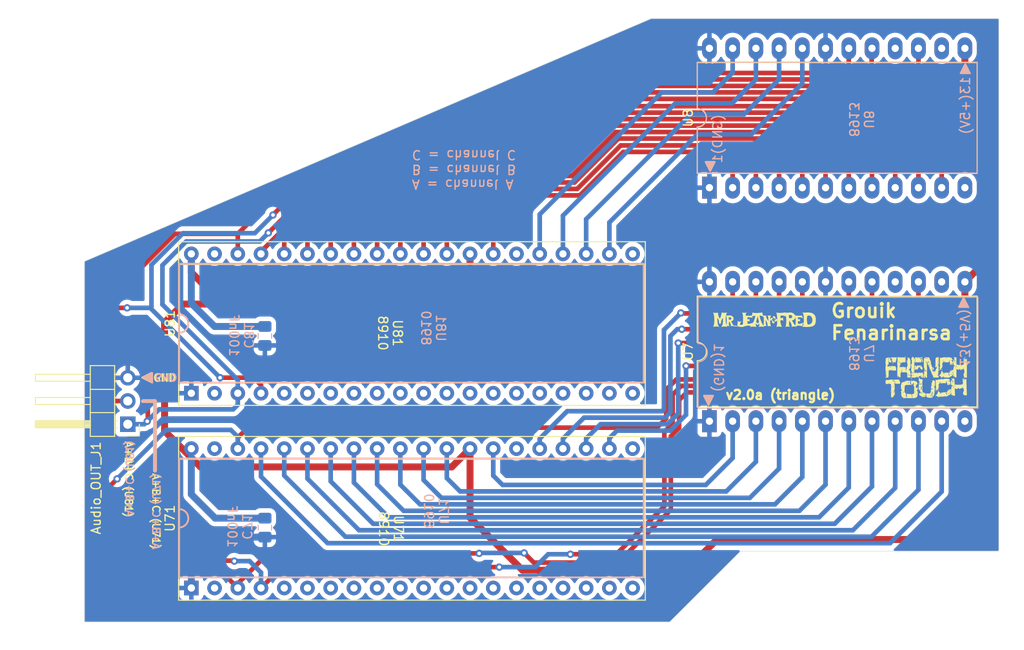
<source format=kicad_pcb>
(kicad_pcb (version 20240108) (generator "pcbnew") (generator_version "8.0")
  (title_block (title "adapter 8913-8910 _ Triangle") (date "2024-05-21"))
  (layers (0 "F.Cu" signal) (31 "B.Cu" signal) (34 "B.Paste" user) (35 "F.Paste" user) (36 "B.SilkS" user "B.Silkscreen") (37 "F.SilkS" user "F.Silkscreen") (38 "B.Mask" user) (39 "F.Mask" user) (44 "Edge.Cuts" user))
  (net 0 "")
  (net 1 "+5V")
  (net 2 "GND")
  (net 3 "Net-(Audio_OUT_J1-Pin_2)")
  (net 4 "Net-(Audio_OUT_J1-Pin_1)")
  (net 5 "Net-(U8-D0)")
  (net 6 "Net-(U8-CLOCK)")
  (net 8 "Net-(U8-~{RESET})")
  (net 9 "Net-(U8-D7)")
  (net 11 "Net-(U8-BDIR)")
  (net 12 "Net-(U8-D2)")
  (net 13 "Net-(U8-~{A9})")
  (net 14 "Net-(U8-D5)")
  (net 15 "Net-(U8-D6)")
  (net 16 "Net-(U8-BC1)")
  (net 17 "Net-(U8-D4)")
  (net 18 "Net-(U8-D3)")
  (net 20 "Net-(U8-A8)")
  (net 21 "Net-(U8-D1)")
  (net 42 "Net-(U7-D1)")
  (net 43 "Net-(U7-D4)")
  (net 44 "Net-(U7-~{RESET})")
  (net 45 "Net-(U7-D2)")
  (net 47 "Net-(U7-D5)")
  (net 48 "Net-(U7-BC1)")
  (net 49 "Net-(U7-D7)")
  (net 51 "Net-(U7-D3)")
  (net 52 "Net-(U7-A8)")
  (net 53 "Net-(U7-D6)")
  (net 54 "Net-(U7-~{A9})")
  (net 55 "Net-(U7-CLOCK)")
  (net 57 "Net-(U7-BDIR)")
  (net 58 "Net-(U7-D0)")
  (footprint "Package_DIP:DIP-40_W15.24mm_Socket" (layer "F.Cu") (at 85.525 86.635 90)
    (property "Reference" "U81")
    (property "Value" "PSG_AY-3-8910")
  )
  (footprint "Package_DIP:DIP-40_W15.24mm_Socket" (layer "F.Cu") (at 85.525 107.935 90)
    (property "Reference" "U71")
    (property "Value" "PSG_AY-3-8910")
  )
  (footprint "LOGO" (layer "F.Cu") (at 165.885 84.915)
    (property "Reference" "G***" (hide yes))
    (property "Value" "LOGO" (hide yes))
  )
  (footprint "Package_DIP:DIP-24_W15.24mm_LongPads" (layer "F.Cu") (at 142.185 89.695 90)
    (property "Reference" "U7")
    (property "Value" "PSG_AY-3-8913")
  )
  (footprint "Package_DIP:DIP-24_W15.24mm_LongPads" (layer "F.Cu") (at 142.185 64.155 90)
    (property "Reference" "U8")
    (property "Value" "PSG_AY-3-8913")
  )
  (footprint "Connector_PinHeader_2.54mm:PinHeader_1x03_P2.54mm_Horizontal" (layer "F.Cu") (at 78.575 90.025 180)
    (property "Reference" "Audio_OUT_J1")
    (property "Value" "Conn_01x03_Pin")
  )
  (footprint "clipboard:9ae72411-4bc9-4ada-b84c-0bfed0e413d8" (layer "B.Cu") (at 140.865 50.435 -90)
    (property "Reference" "")
    (property "Value" "")
  )
  (footprint "Capacitor_SMD:C_0805_2012Metric_Pad1.18x1.45mm_HandSolder" (layer "B.Cu") (at 93.565 101.335 -90)
    (property "Reference" "C71")
    (property "Value" "100nf")
  )
  (footprint "clipboard:9ae72411-4bc9-4ada-b84c-0bfed0e413d8" (layer "B.Cu") (at 140.955 76.14 -90)
    (property "Reference" "")
    (property "Value" "")
  )
  (footprint "Capacitor_SMD:C_0805_2012Metric_Pad1.18x1.45mm_HandSolder" (layer "B.Cu") (at 93.565 80.3725 -90)
    (property "Reference" "C81")
    (property "Value" "100nf")
  )
  (gr_rect (start 84.195 72.475) (end 134.995 85.475) (stroke (width 0.2)) (fill none) (layer "B.SilkS"))
  (gr_arc (start 84.195 78.015) (mid 85.195 79.015) (end 84.195 80.015) (stroke (width 0.2)) (layer "B.SilkS"))
  (gr_poly (pts (xy 141.585 86.905) (xy 142.085 87.905) (xy 142.585 86.905)) (stroke (width 0.2)) (fill solid) (layer "B.SilkS"))
  (gr_line (start 80.25 87.5) (end 81.55 87.5) (stroke (width 0.4)) (layer "B.SilkS"))
  (gr_line (start 81.55 87.5) (end 81.55 95.1) (stroke (width 0.4)) (layer "B.SilkS"))
  (gr_rect (start 84.195 93.775) (end 134.995 106.775) (stroke (width 0.2)) (fill none) (layer "B.SilkS"))
  (gr_poly (pts (xy 170.485 77.205) (xy 169.985 76.205) (xy 169.485 77.205)) (stroke (width 0.2)) (fill solid) (layer "B.SilkS"))
  (gr_poly (pts (xy 141.765 61.335) (xy 142.265 62.335) (xy 142.765 61.335)) (stroke (width 0.2)) (fill solid) (layer "B.SilkS"))
  (gr_poly (pts (xy 81.245 84.419) (xy 80.245 84.919) (xy 81.245 85.419)) (stroke (width 0.2)) (fill solid) (layer "B.SilkS"))
  (gr_poly (pts (xy 170.665 51.635) (xy 170.165 50.635) (xy 169.665 51.635)) (stroke (width 0.2)) (fill solid) (layer "B.SilkS"))
  (gr_arc (start 84.195 99.315) (mid 85.195 100.315) (end 84.195 101.315) (stroke (width 0.2)) (layer "B.SilkS"))
  (gr_poly (pts (xy 152.937576 77.802257) (xy 152.973914 77.803001) (xy 153.013601 77.80449) (xy 153.057258 77.80697) (xy 153.104883 77.810443) (xy 153.156476 77.814908) (xy 153.156477 77.815569) (xy 153.171608 77.816932) (xy 153.186739 77.818535) (xy 153.20187 77.820371) (xy 153.217 77.822432) (xy 153.232131 77.824709) (xy 153.247262 77.827196) (xy 153.262393 77.829885) (xy 153.277524 77.832767) (xy 153.292625 77.836147) (xy 153.307672 77.839836) (xy 153.322673 77.843836) (xy 153.337634 77.848146) (xy 153.352565 77.852766) (xy 153.367472 77.857696) (xy 153.382364 77.862936) (xy 153.397248 77.868486) (xy 153.41204 77.874373) (xy 153.426652 77.880609) (xy 153.441095 77.887171) (xy 153.455374 77.894035) (xy 153.469498 77.901178) (xy 153.483476 77.908576) (xy 153.497313 77.916208) (xy 153.511019 77.924048) (xy 153.524567 77.932421) (xy 153.537922 77.941174) (xy 153.551075 77.950314) (xy 153.564019 77.95985) (xy 153.576745 77.969788) (xy 153.589247 77.980138) (xy 153.601517 77.990906) (xy 153.613545 78.0021) (xy 153.625328 78.013697) (xy 153.636862 78.025665) (xy 153.648148 78.038005) (xy 153.659186 78.050718) (xy 153.669976 78.063802) (xy 153.680518 78.077259) (xy 153.690812 78.091087) (xy 153.700858 78.105288) (xy 153.710564 78.120111) (xy 153.719844 78.135322) (xy 153.728705 78.150936) (xy 153.737155 78.166969) (xy 153.745203 78.183436) (xy 153.752855 78.200352) (xy 153.760119 78.217733) (xy 153.767004 78.235595) (xy 153.773515 78.253891) (xy 153.779654 78.272575) (xy 153.785421 78.291662) (xy 153.790816 78.311167) (xy 153.795839 78.331106) (xy 153.80049 78.351495) (xy 153.804769 78.372349) (xy 153.808676 78.393684) (xy 153.812146 78.415512) (xy 153.815105 78.437836) (xy 153.817536 78.460656) (xy 153.819425 78.483973) (xy 153.820756 78.507785) (xy 153.821513 78.532094) (xy 153.821681 78.556899) (xy 153.821244 78.582199) (xy 153.821552 78.612089) (xy 153.821471 78.641235) (xy 153.820988 78.669636) (xy 153.820086 78.697293) (xy 153.818751 78.724206) (xy 153.816965 78.750375) (xy 153.814715 78.7758) (xy 153.811984 78.800481) (xy 153.808821 78.824479) (xy 153.805287 78.847858) (xy 153.80138 78.870616) (xy 153.797101 78.892754) (xy 153.79245 78.914272) (xy 153.787427 78.93517) (xy 153.782032 78.955448) (xy 153.776265 78.975106) (xy 153.770068 78.994116) (xy 153.763398 79.012468) (xy 153.756279 79.030184) (xy 153.748732 79.047287) (xy 153.740783 79.063802) (xy 153.732454 79.07975) (xy 153.723769 79.095156) (xy 153.71475 79.110043) (xy 153.710115 79.117291) (xy 153.705389 79.1244) (xy 153.700574 79.131372) (xy 153.695672 79.138207) (xy 153.690684 79.144906) (xy 153.685613 79.151471) (xy 153.68046 79.157902) (xy 153.675228 79.1642) (xy 153.664534 79.176402) (xy 153.653545 79.188085) (xy 153.642277 79.199256) (xy 153.630745 79.209923) (xy 153.61896 79.220124) (xy 153.606912 79.229891) (xy 153.600784 79.234612) (xy 153.594584 79.239224) (xy 153.588311 79.243727) (xy 153.581962 79.248123) (xy 153.575536 79.252409) (xy 153.56903 79.256587) (xy 153.562443 79.260657) (xy 153.555772 79.264618) (xy 153.549017 79.26847) (xy 153.542174 79.272214) (xy 153.535242 79.275849) (xy 153.528218 79.279376) (xy 153.514175 79.286198) (xy 153.499838 79.292771) (xy 153.485221 79.299096) (xy 153.470341 79.305173) (xy 153.455213 79.311002) (xy 153.439852 79.316583) (xy 153.424274 79.321916) (xy 153.408495 79.327001) (xy 153.392496 79.331837) (xy 153.376249 79.336417) (xy 153.359754 79.340733) (xy 153.34301 79.344778) (xy 153.326019 79.348544) (xy 153.30878 79.352023) (xy 153.291293 79.355208) (xy 153.273558 79.35809) (xy 153.237705 79.363681) (xy 153.201542 79.36859) (xy 153.165007 79.37288) (xy 153.128037 79.376611) (xy 153.082758 79.380703) (xy 153.040146 79.384052) (xy 153.000138 79.386657) (xy 152.962672 79.388517) (xy 152.894212 79.390336) (xy 152.862958 79.390935) (xy 152.833689 79.391163) (xy 152.806042 79.390925) (xy 152.779697 79.390253) (xy 152.754717 79.389209) (xy 152.731162 79.387856) (xy 152.687423 79.384218) (xy 152.666887 79.382461) (xy 152.647157 79.38058) (xy 152.609453 79.376941) (xy 152.591346 79.375185) (xy 152.573734 79.373304) (xy 152.565023 79.372402) (xy 152.556257 79.37167) (xy 152.547445 79.371094) (xy 152.538594 79.370658) (xy 152.529712 79.370345) (xy 152.520807 79.370141) (xy 152.502958 79.369996) (xy 152.493937 79.370059) (xy 152.484737 79.370255) (xy 152.475367 79.370589) (xy 152.465834 79.371071) (xy 152.456146 79.371708) (xy 152.44631 79.372508) (xy 152.436335 79.373478) (xy 152.426229 79.374626) (xy 152.405393 79.377355) (xy 152.383565 79.380579) (xy 152.360744 79.3843) (xy 152.336931 79.388517) (xy 152.338923 79.387339) (xy 152.340931 79.386039) (xy 152.342954 79.384619) (xy 152.344993 79.383081) (xy 152.347047 79.381426) (xy 152.349117 79.379657) (xy 152.351202 79.377776) (xy 152.353303 79.375784) (xy 152.355419 79.373684) (xy 152.357551 79.371477) (xy 152.359698 79.369165) (xy 152.36186 79.366751) (xy 152.364038 79.364236) (xy 152.366232 79.361622) (xy 152.368441 79.358911) (xy 152.370666 79.356106) (xy 152.372883 79.353207) (xy 152.37507 79.350216) (xy 152.377227 79.347134) (xy 152.379357 79.343962) (xy 152.38146 79.3407) (xy 152.383537 79.337351) (xy 152.387615 79.330391) (xy 152.391601 79.323091) (xy 152.395501 79.315457) (xy 152.399324 79.307497) (xy 152.403077 79.29922) (xy 152.406767 79.29063) (xy 152.410395 79.281722) (xy 152.41396 79.272489) (xy 152.417464 79.262923) (xy 152.420906 79.253015) (xy 152.424285 79.242758) (xy 152.427603 79.232145) (xy 152.430859 79.221168) (xy 152.434054 79.2101) (xy 152.437194 79.19873) (xy 152.443344 79.175114) (xy 152.449369 79.150382) (xy 152.455332 79.124595) (xy 152.458249 79.111354) (xy 152.461058 79.09792) (xy 152.466411 79.070438) (xy 152.471517 79.042088) (xy 152.4765 79.012809) (xy 152.480944 78.982795) (xy 152.485263 78.952285) (xy 152.489335 78.921279) (xy 152.493035 78.889777) (xy 152.496384 78.85779) (xy 152.499485 78.825368) (xy 152.502337 78.792574) (xy 152.504942 78.75947) (xy 152.507195 78.726221) (xy 152.509076 78.692911) (xy 152.512218 78.625855) (xy 152.513076 78.592121) (xy 152.513624 78.558387) (xy 152.513748 78.534574) (xy 152.846254 78.534574) (xy 152.846513 78.568681) (xy 152.847329 78.603531) (xy 152.848766 78.639126) (xy 152.850884 78.675465) (xy 152.853634 78.712186) (xy 152.857003 78.74897) (xy 152.858959 78.767404) (xy 152.861117 78.785877) (xy 152.863491 78.804396) (xy 152.866098 78.82297) (xy 152.87171 78.860043) (xy 152.877756 78.896805) (xy 152.884423 78.933196) (xy 152.888047 78.951232) (xy 152.891895 78.969152) (xy 152.895709 78.987168) (xy 152.899708 79.005006) (xy 152.903894 79.022672) (xy 152.908266 79.040176) (xy 152.912824 79.057526) (xy 152.917568 79.074727) (xy 152.922497 79.09179) (xy 152.927613 79.10872) (xy 152.928274 79.10872) (xy 152.945017 79.11142) (xy 152.961513 79.113578) (xy 152.97776 79.115208) (xy 152.993759 79.116327) (xy 153.00951 79.11695) (xy 153.025013 79.117092) (xy 153.040268 79.116769) (xy 153.055274 79.115996) (xy 153.070002 79.11457) (xy 153.08442 79.112772) (xy 153.098528 79.110601) (xy 153.112325 79.108059) (xy 153.125813 79.105144) (xy 153.13899 79.101858) (xy 153.151857 79.098199) (xy 153.164414 79.094168) (xy 153.176662 79.089575) (xy 153.188599 79.084711) (xy 153.200226 79.079553) (xy 153.211544 79.074076) (xy 153.222551 79.068259) (xy 153.233248 79.062077) (xy 153.23848 79.058842) (xy 153.243635 79.055508) (xy 153.248712 79.05207) (xy 153.253712 79.048527) (xy 153.263511 79.041428) (xy 153.273069 79.034027) (xy 153.282396 79.026331) (xy 153.291497 79.018348) (xy 153.300381 79.010087) (xy 153.309057 79.001554) (xy 153.31753 78.992757) (xy 153.32581 78.983705) (xy 153.333841 78.974405) (xy 153.341562 78.964874) (xy 153.348972 78.955125) (xy 153.356072 78.945175) (xy 153.362862 78.935038) (xy 153.369343 78.924731) (xy 153.375513 78.91427) (xy 153.381372 78.903668) (xy 153.386982 78.892881) (xy 153.39239 78.881861) (xy 153.397581 78.870624) (xy 153.402539 78.859185) (xy 153.40725 78.84756) (xy 153.411696 78.835765) (xy 153.415864 78.823815) (xy 153.419738 78.811725) (xy 153.423333 78.799512) (xy 153.426672 78.787189) (xy 153.429748 78.774774) (xy 153.432553 78.762281) (xy 153.435079 78.749727) (xy 153.437318 78.737125) (xy 153.439262 78.724493) (xy 153.440905 78.711845) (xy 153.44227 78.698975) (xy 153.443395 78.686152) (xy 153.444288 78.673359) (xy 153.444956 78.660582) (xy 153.445407 78.647805) (xy 153.445649 78.635013) (xy 153.445689 78.622189) (xy 153.445536 78.609319) (xy 153.445132 78.596479) (xy 153.444419 78.583739) (xy 153.443396 78.571077) (xy 153.442063 78.55847) (xy 153.440419 78.545893) (xy 153.438466 78.533324) (xy 153.436202 78.520739) (xy 153.433629 78.508116) (xy 153.430808 78.495746) (xy 153.4278 78.483446) (xy 153.424607 78.471223) (xy 153.421227 78.459085) (xy 153.417662 78.447041) (xy 153.41391 78.435097) (xy 153.409972 78.423262) (xy 153.405849 78.411543) (xy 153.401288 78.399975) (xy 153.396526 78.388578) (xy 153.391547 78.377336) (xy 153.386336 78.366233) (xy 153.380876 78.355255) (xy 153.375153 78.344384) (xy 153.369151 78.333607) (xy 153.362854 78.322908) (xy 153.356311 78.312614) (xy 153.349573 78.302568) (xy 153.342634 78.29277) (xy 153.335486 78.28322) (xy 153.328121 78.273918) (xy 153.320531 78.264865) (xy 153.312708 78.256059) (xy 153.304646 78.247501) (xy 153.296366 78.239192) (xy 153.287892 78.23113) (xy 153.279217 78.223317) (xy 153.270332 78.215752) (xy 153.261231 78.208434) (xy 153.251904 78.201365) (xy 153.242346 78.194543) (xy 153.232547 78.18797) (xy 153.227555 78.1848) (xy 153.222501 78.181737) (xy 153.217385 78.17878) (xy 153.212207 78.17593) (xy 153.206967 78.173184) (xy 153.201665 78.170541) (xy 153.196301 78.168001) (xy 153.190875 78.165563) (xy 153.185387 78.163226) (xy 153.179837 78.160989) (xy 153.174225 78.15885) (xy 153.168551 78.156809) (xy 153.157017 78.153018) (xy 153.145234 78.149606) (xy 153.133205 78.146597) (xy 153.120936 78.144014) (xy 153.108434 78.14185) (xy 153.095707 78.140097) (xy 153.082764 78.138747) (xy 153.069611 78.137792) (xy 153.056256 78.137225) (xy 153.042707 78.137038) (xy 153.028972 78.137287) (xy 153.01505 78.13804) (xy 153.000942 78.139305) (xy 152.986648 78.141089) (xy 152.972169 78.143401) (xy 152.957503 78.146247) (xy 152.942651 78.149635) (xy 152.927613 78.153574) (xy 152.925032 78.156241) (xy 152.922497 78.15903) (xy 152.920009 78.161942) (xy 152.917567 78.164974) (xy 152.915172 78.168127) (xy 152.912823 78.171399) (xy 152.910521 78.174789) (xy 152.908265 78.178296) (xy 152.906056 78.18192) (xy 152.903894 78.185659) (xy 152.901778 78.189512) (xy 152.899708 78.193479) (xy 152.897685 78.197558) (xy 152.895709 78.201748) (xy 152.893779 78.206049) (xy 152.891895 78.21046) (xy 152.888237 78.219605) (xy 152.884702 78.229177) (xy 152.881291 78.239167) (xy 152.878004 78.249569) (xy 152.874842 78.260373) (xy 152.871803 78.271572) (xy 152.868889 78.28316) (xy 152.866098 78.295126) (xy 152.863491 78.307497) (xy 152.861117 78.320293) (xy 152.858959 78.333508) (xy 152.857003 78.347134) (xy 152.855233 78.361162) (xy 152.853634 78.375587) (xy 152.85219 78.390398) (xy 152.850884 78.40559) (xy 152.849736 78.421062) (xy 152.848766 78.43672) (xy 152.847966 78.452564) (xy 152.847329 78.468594) (xy 152.846513 78.501212) (xy 152.846254 78.534574) (xy 152.513748 78.534574) (xy 152.513799 78.524652) (xy 152.513541 78.490918) (xy 152.512818 78.457318) (xy 152.511722 78.424028) (xy 152.50891 78.358626) (xy 152.506792 78.326122) (xy 152.504363 78.294051) (xy 152.501562 78.262353) (xy 152.498326 78.230965) (xy 152.494595 78.200093) (xy 152.492525 78.184956) (xy 152.490306 78.170028) (xy 152.487933 78.155317) (xy 152.485397 78.140831) (xy 152.482691 78.126577) (xy 152.479806 78.112564) (xy 152.473729 78.085165) (xy 152.467404 78.058572) (xy 152.46083 78.032848) (xy 152.454009 78.008053) (xy 152.450476 77.996024) (xy 152.446826 77.984251) (xy 152.443068 77.972742) (xy 152.439209 77.961503) (xy 152.435257 77.950544) (xy 152.43122 77.939871) (xy 152.427105 77.929494) (xy 152.42292 77.919418) (xy 152.418421 77.909651) (xy 152.413836 77.900194) (xy 152.409142 77.891048) (xy 152.404317 77.882211) (xy 152.399337 77.873684) (xy 152.394178 77.865468) (xy 152.388818 77.857561) (xy 152.383232 77.849965) (xy 152.380488 77.846291) (xy 152.377713 77.842712) (xy 152.374907 77.83923) (xy 152.37207 77.835847) (xy 152.369202 77.832564) (xy 152.366303 77.829385) (xy 152.363373 77.82631) (xy 152.360412 77.823341) (xy 152.35742 77.820481) (xy 152.354397 77.817732) (xy 152.351343 77.815095) (xy 152.348258 77.812572) (xy 152.345142 77.810165) (xy 152.341995 77.807877) (xy 152.338817 77.805709) (xy 152.335608 77.803663) (xy 152.372432 77.80913) (xy 152.406466 77.813667) (xy 152.437648 77.817336) (xy 152.465915 77.820199) (xy 152.479062 77.821348) (xy 152.491722 77.822318) (xy 152.5039 77.823118) (xy 152.515607 77.823755) (xy 152.537631 77.824571) (xy 152.557858 77.824829) (xy 152.576606 77.824695) (xy 152.594238 77.824251) (xy 152.602674 77.823893) (xy 152.610877 77.823434) (xy 152.618864 77.822867) (xy 152.626649 77.822184) (xy 152.641635 77.821067) (xy 152.656745 77.819703) (xy 152.671856 77.818091) (xy 152.686842 77.81623) (xy 152.702221 77.814349) (xy 152.718591 77.812592) (xy 152.754311 77.808954) (xy 152.763766 77.80802) (xy 152.773772 77.807187) (xy 152.795403 77.80573) (xy 152.84493 77.803001) (xy 152.873083 77.802257) (xy 152.903965 77.802009)) (stroke (width -0.000001)) (fill solid) (layer "F.SilkS"))
  (gr_line (start 80.25 87.5) (end 81.55 87.5) (stroke (width 0.4)) (layer "F.SilkS"))
  (gr_poly (pts (xy 149.023456 78.397177) (xy 149.028471 78.397486) (xy 149.03344 78.397917) (xy 149.038362 78.398469) (xy 149.043237 78.399141) (xy 149.048067 78.399933) (xy 149.052849 78.400842) (xy 149.057585 78.401869) (xy 149.062275 78.403013) (xy 149.066918 78.404271) (xy 149.071515 78.405644) (xy 149.076065 78.40713) (xy 149.080568 78.408729) (xy 149.085025 78.410439) (xy 149.089436 78.412259) (xy 149.0938 78.414189) (xy 149.09811 78.41622) (xy 149.102356 78.418342) (xy 149.106539 78.420556) (xy 149.110657 78.42286) (xy 149.114709 78.425253) (xy 149.118694 78.427735) (xy 149.122611 78.430303) (xy 149.12646 78.432958) (xy 149.130238 78.435698) (xy 149.133946 78.438522) (xy 149.137582 78.44143) (xy 149.141146 78.44442) (xy 149.144636 78.447491) (xy 149.148051 78.450643) (xy 149.151391 78.453874) (xy 149.154654 78.457184) (xy 149.15784 78.460571) (xy 149.160947 78.464035) (xy 149.163975 78.467574) (xy 149.166922 78.471188) (xy 149.169788 78.474876) (xy 149.172572 78.478636) (xy 149.175272 78.482468) (xy 149.177888 78.486371) (xy 149.180419 78.490343) (xy 149.182863 78.494384) (xy 149.18522 78.498493) (xy 149.18749 78.502669) (xy 149.18967 78.506911) (xy 149.191759 78.511218) (xy 149.193758 78.515589) (xy 149.195665 78.520022) (xy 149.197471 78.52451) (xy 149.199167 78.529044) (xy 149.200753 78.533622) (xy 149.202228 78.538243) (xy 149.20359 78.542908) (xy 149.204839 78.547614) (xy 149.205973 78.55236) (xy 149.206992 78.557147) (xy 149.207895 78.561972) (xy 149.208681 78.566835) (xy 149.209348 78.571734) (xy 149.209775 78.57558) (xy 149.209262 78.573383) (xy 149.208664 78.571066) (xy 149.208015 78.568764) (xy 149.207316 78.566477) (xy 149.206567 78.564206) (xy 149.204925 78.55971) (xy 149.202877 78.555307) (xy 149.200698 78.551028) (xy 149.199556 78.548935) (xy 149.198379 78.546873) (xy 149.197165 78.544842) (xy 149.195913 78.542843) (xy 149.194622 78.540874) (xy 149.193291 78.538936) (xy 149.19192 78.537029) (xy 149.190507 78.535153) (xy 149.189052 78.533308) (xy 149.187553 78.531495) (xy 149.186009 78.529712) (xy 149.18442 78.52796) (xy 149.182792 78.526247) (xy 149.181132 78.52458) (xy 149.179439 78.52296) (xy 149.177713 78.521387) (xy 149.175951 78.51986) (xy 149.174153 78.518379) (xy 149.172319 78.516945) (xy 149.170447 78.515557) (xy 149.168536 78.514216) (xy 149.166585 78.512922) (xy 149.164594 78.511674) (xy 149.162561 78.510473) (xy 149.160485 78.509318) (xy 149.158366 78.508209) (xy 149.156202 78.507147) (xy 149.153993 78.506132) (xy 149.15176 78.505171) (xy 149.149526 78.504271) (xy 149.147287 78.503434) (xy 149.145043 78.502659) (xy 149.14279 78.501946) (xy 149.140529 78.501295) (xy 149.138255 78.500706) (xy 149.135968 78.500179) (xy 149.133666 78.499714) (xy 149.131346 78.49931) (xy 149.129006 78.498969) (xy 149.126646 78.49869) (xy 149.124262 78.498473) (xy 149.121853 78.498318) (xy 149.119417 78.498225) (xy 149.116951 78.498194) (xy 149.114362 78.498225) (xy 149.111803 78.498318) (xy 149.109273 78.498473) (xy 149.106771 78.49869) (xy 149.104296 78.498969) (xy 149.101848 78.49931) (xy 149.099424 78.499714) (xy 149.097025 78.500179) (xy 149.094649 78.500706) (xy 149.092295 78.501295) (xy 149.089963 78.501946) (xy 149.087651 78.502659) (xy 149.085358 78.503434) (xy 149.083084 78.504271) (xy 149.080827 78.505171) (xy 149.078587 78.506132) (xy 149.076377 78.507147) (xy 149.074212 78.508209) (xy 149.07209 78.509318) (xy 149.070008 78.510473) (xy 149.067966 78.511674) (xy 149.065959 78.512922) (xy 149.063988 78.514216) (xy 149.06205 78.515557) (xy 149.060143 78.516945) (xy 149.058265 78.518379) (xy 149.056414 78.51986) (xy 149.054588 78.521387) (xy 149.052786 78.52296) (xy 149.051004 78.52458) (xy 149.049243 78.526247) (xy 149.047498 78.52796) (xy 149.045902 78.529712) (xy 149.044337 78.531495) (xy 149.042805 78.533308) (xy 149.041307 78.535153) (xy 149.039845 78.537029) (xy 149.038417 78.538936) (xy 149.037027 78.540874) (xy 149.035675 78.542843) (xy 149.034361 78.544843) (xy 149.033087 78.546873) (xy 149.031854 78.548935) (xy 149.030662 78.551028) (xy 149.029513 78.553152) (xy 149.028408 78.555307) (xy 149.027347 78.557493) (xy 149.026331 78.55971) (xy 149.025378 78.56195) (xy 149.0245 78.564206) (xy 149.023695 78.566477) (xy 149.022962 78.568764) (xy 149.022299 78.571066) (xy 149.021704 78.573383) (xy 149.021175 78.575717) (xy 149.020709 78.578065) (xy 149.020306 78.580429) (xy 149.019962 78.582809) (xy 149.019677 78.585204) (xy 149.019448 78.587615) (xy 149.019273 78.590041) (xy 149.019151 78.592483) (xy 149.019055 78.597413) (xy 149.019025 78.600002) (xy 149.018933 78.602561) (xy 149.018781 78.605091) (xy 149.01857 78.607593) (xy 149.0183 78.610068) (xy 149.017974 78.612517) (xy 149.017591 78.61494) (xy 149.017154 78.617339) (xy 149.016662 78.619715) (xy 149.016116 78.622069) (xy 149.015519 78.624401) (xy 149.01487 78.626713) (xy 149.013421 78.63128) (xy 149.011779 78.635778) (xy 149.010771 78.637987) (xy 149.00973 78.640152) (xy 149.008654 78.642274) (xy 149.007542 78.644356) (xy 149.00639 78.646399) (xy 149.005198 78.648405) (xy 149.003963 78.650376) (xy 149.002684 78.652314) (xy 149.001358 78.654221) (xy 148.999984 78.656099) (xy 148.998559 78.65795) (xy 148.997082 78.659776) (xy 148.995551 78.661579) (xy 148.993964 78.66336) (xy 148.992318 78.665122) (xy 148.990613 78.666866) (xy 148.988977 78.668463) (xy 148.987296 78.670027) (xy 148.985571 78.671559) (xy 148.983802 78.673057) (xy 148.98199 78.67452) (xy 148.980137 78.675947) (xy 148.978242 78.677337) (xy 148.976309 78.67869) (xy 148.974336 78.680003) (xy 148.972326 78.681277) (xy 148.970278 78.682511) (xy 148.968195 78.683702) (xy 148.966078 78.684851) (xy 148.963926 78.685957) (xy 148.961741 78.687017) (xy 148.959524 78.688033) (xy 148.957284 78.688986) (xy 148.955027 78.689865) (xy 148.952753 78.690669) (xy 148.95046 78.691402) (xy 148.948148 78.692065) (xy 148.945816 78.69266) (xy 148.943462 78.69319) (xy 148.941086 78.693655) (xy 148.938687 78.694058) (xy 148.936263 78.694402) (xy 148.933814 78.694687) (xy 148.93134 78.694916) (xy 148.928838 78.695091) (xy 148.926308 78.695213) (xy 148.923748 78.695285) (xy 148.921159 78.695309) (xy 148.918687 78.695278) (xy 148.916229 78.695186) (xy 148.913788 78.695034) (xy 148.911362 78.694823) (xy 148.908951 78.694554) (xy 148.906556 78.694227) (xy 148.904176 78.693845) (xy 148.901812 78.693407) (xy 148.899463 78.692915) (xy 148.89713 78.69237) (xy 148.894812 78.691772) (xy 148.89251 78.691123) (xy 148.890223 78.690423) (xy 148.887952 78.689675) (xy 148.883456 78.688033) (xy 148.879055 78.685984) (xy 148.876903 78.684908) (xy 148.874785 78.683795) (xy 148.872702 78.682644) (xy 148.870655 78.681452) (xy 148.868645 78.680217) (xy 148.866672 78.678938) (xy 148.864738 78.677612) (xy 148.862844 78.676238) (xy 148.860991 78.674813) (xy 148.859179 78.673336) (xy 148.85741 78.671805) (xy 148.855684 78.670217) (xy 148.854003 78.668572) (xy 148.852368 78.666866) (xy 148.850779 78.665231) (xy 148.849235 78.66355) (xy 148.847736 78.661824) (xy 148.84628 78.660055) (xy 148.844868 78.658243) (xy 148.843496 78.65639) (xy 148.842166 78.654496) (xy 148.840875 78.652562) (xy 148.839623 78.650589) (xy 148.838409 78.648579) (xy 148.837231 78.646532) (xy 148.83609 78.644449) (xy 148.834983 78.642331) (xy 148.83391 78.640179) (xy 148.83287 78.637994) (xy 148.831862 78.635778) (xy 148.830909 78.633537) (xy 148.830031 78.63128) (xy 148.829226 78.629006) (xy 148.828493 78.626713) (xy 148.82783 78.624401) (xy 148.827235 78.622069) (xy 148.826706 78.619715) (xy 148.82624 78.617339) (xy 148.825837 78.61494) (xy 148.825493 78.612517) (xy 148.825208 78.610068) (xy 148.824979 78.607593) (xy 148.824804 78.605091) (xy 148.824682 78.602561) (xy 148.82461 78.600002) (xy 148.824586 78.597413) (xy 148.824648 78.592343) (xy 148.824833 78.587305) (xy 148.82514 78.582298) (xy 148.825568 78.577321) (xy 148.826117 78.572376) (xy 148.826784 78.567461) (xy 148.82757 78.562578) (xy 148.828473 78.557725) (xy 148.829492 78.552904) (xy 148.830626 78.548114) (xy 148.831875 78.543354) (xy 148.833237 78.538626) (xy 148.834712 78.533928) (xy 148.836298 78.529262) (xy 148.837994 78.524627) (xy 148.8398 78.520022) (xy 148.841707 78.515472) (xy 148.843707 78.511) (xy 148.8458 78.506605) (xy 148.847986 78.502287) (xy 148.850265 78.498047) (xy 148.852637 78.493884) (xy 148.855102 78.489799) (xy 148.85766 78.485792) (xy 148.860311 78.481862) (xy 148.863055 78.478009) (xy 148.865892 78.474234) (xy 148.868822 78.470537) (xy 148.871845 78.466917) (xy 148.874961 78.463375) (xy 148.87817 78.45991) (xy 148.881472 78.456522) (xy 148.884852 78.453213) (xy 148.888295 78.449981) (xy 148.891801 78.44683) (xy 148.895373 78.443758) (xy 148.89901 78.440768) (xy 148.902715 78.437861) (xy 148.906487 78.435036) (xy 148.910328 78.432296) (xy 148.914239 78.429642) (xy 148.91822 78.427073) (xy 148.922274 78.424592) (xy 148.9264 78.422199) (xy 148.930599 78.419895) (xy 148.934873 78.417681) (xy 148.939223 78.415558) (xy 148.943649 78.413528) (xy 148.948129 78.411598) (xy 148.95264 78.409778) (xy 148.957179 78.408071) (xy 148.961746 78.406479) (xy 148.966341 78.405003) (xy 148.970961 78.403644) (xy 148.975607 78.402406) (xy 148.980277 78.401291) (xy 148.984971 78.400299) (xy 148.989686 78.399433) (xy 148.994423 78.398695) (xy 148.999181 78.398087) (xy 149.003957 78.39761) (xy 149.008752 78.397268) (xy 149.013565 78.39706) (xy 149.018394 78.396991)) (stroke (width -0.000001)) (fill solid) (layer "F.SilkS"))
  (gr_poly (pts (xy 81.165 85.425) (xy 80.165 84.925) (xy 81.165 84.425)) (stroke (width 0.2)) (fill solid) (layer "F.SilkS"))
  (gr_poly (pts (xy 146.895582 77.810899) (xy 146.91186 77.815249) (xy 146.928076 77.819366) (xy 146.94423 77.823258) (xy 146.960322 77.826934) (xy 146.976352 77.8304) (xy 146.99232 77.833665) (xy 147.008225 77.836736) (xy 147.024101 77.839618) (xy 147.039976 77.842306) (xy 147.055851 77.844793) (xy 147.071726 77.847071) (xy 147.087601 77.849131) (xy 147.103475 77.850967) (xy 147.11935 77.852571) (xy 147.135225 77.853934) (xy 147.150912 77.855331) (xy 147.166707 77.856559) (xy 147.19856 77.858564) (xy 147.230661 77.860073) (xy 147.262887 77.86121) (xy 147.29564 77.861468) (xy 147.328454 77.861292) (xy 147.361392 77.860744) (xy 147.394517 77.859887) (xy 147.427879 77.858646) (xy 147.46149 77.85691) (xy 147.495348 77.854678) (xy 147.529455 77.851949) (xy 147.598494 77.845913) (xy 147.669023 77.839381) (xy 147.704607 77.835774) (xy 147.740873 77.831857) (xy 147.77776 77.827568) (xy 147.815205 77.822845) (xy 147.85328 77.818401) (xy 147.892099 77.814081) (xy 147.931663 77.810009) (xy 147.970377 77.806455) (xy 147.974313 77.821109) (xy 147.978333 77.836736) (xy 147.981982 77.851867) (xy 147.983647 77.859246) (xy 147.985196 77.866501) (xy 147.988059 77.880878) (xy 147.990736 77.895192) (xy 147.99578 77.923387) (xy 147.998385 77.937277) (xy 148.001237 77.951168) (xy 148.004338 77.965059) (xy 148.007686 77.978949) (xy 148.011272 77.992974) (xy 148.015045 78.007309) (xy 148.0229 78.037158) (xy 148.024946 78.04466) (xy 148.027117 78.052278) (xy 148.029411 78.060005) (xy 148.03183 78.067833) (xy 148.034372 78.075754) (xy 148.037039 78.08376) (xy 148.039829 78.091843) (xy 148.042744 78.099996) (xy 148.048966 78.116615) (xy 148.052302 78.125111) (xy 148.055808 78.133731) (xy 148.0595 78.142474) (xy 148.063394 78.151342) (xy 148.067505 78.160334) (xy 148.071848 78.169449) (xy 148.081047 78.188456) (xy 148.090865 78.207897) (xy 148.101428 78.227957) (xy 148.112859 78.248824) (xy 148.124765 78.270146) (xy 148.137664 78.292398) (xy 148.151554 78.315518) (xy 148.166437 78.339444) (xy 148.159461 78.332824) (xy 148.152423 78.32636) (xy 148.145326 78.32005) (xy 148.13817 78.313895) (xy 148.130955 78.307896) (xy 148.123683 78.302051) (xy 148.116356 78.296361) (xy 148.108972 78.290827) (xy 148.101535 78.285447) (xy 148.094044 78.280223) (xy 148.086501 78.275153) (xy 148.078907 78.270239) (xy 148.071262 78.26548) (xy 148.063568 78.260875) (xy 148.055826 78.256426) (xy 148.048036 78.252132) (xy 148.032378 78.243854) (xy 148.016658 78.235895) (xy 148.000876 78.228261) (xy 147.985032 78.22096) (xy 147.969126 78.214001) (xy 147.953158 78.20739) (xy 147.937128 78.201136) (xy 147.921036 78.195246) (xy 147.905163 78.189669) (xy 147.889307 78.184363) (xy 147.873481 78.179352) (xy 147.857701 78.174658) (xy 147.841984 78.170306) (xy 147.826344 78.166318) (xy 147.810797 78.162717) (xy 147.795359 78.159527) (xy 147.765097 78.153326) (xy 147.735827 78.147621) (xy 147.70755 78.142412) (xy 147.680265 78.137699) (xy 147.680451 78.151806) (xy 147.681009 78.166338) (xy 147.681939 78.18129) (xy 147.683242 78.196652) (xy 147.684916 78.212417) (xy 147.686962 78.228578) (xy 147.689381 78.245126) (xy 147.692171 78.262054) (xy 147.69861 78.296894) (xy 147.705979 78.332912) (xy 147.714216 78.370047) (xy 147.72326 78.408236) (xy 147.733698 78.447799) (xy 147.739329 78.46786) (xy 147.745253 78.488107) (xy 147.751488 78.50854) (xy 147.758048 78.529159) (xy 147.76495 78.549964) (xy 147.772208 78.570955) (xy 147.78707 78.613639) (xy 147.8028 78.656448) (xy 147.819275 78.699505) (xy 147.836369 78.742934) (xy 147.854104 78.78659) (xy 147.872584 78.830246) (xy 147.891808 78.873902) (xy 147.911776 78.917559) (xy 147.932353 78.960967) (xy 147.953365 79.003879) (xy 147.974748 79.046295) (xy 147.996442 79.088215) (xy 148.018508 79.129515) (xy 148.041008 79.17007) (xy 148.06388 79.209882) (xy 148.087062 79.248949) (xy 148.110502 79.286642) (xy 148.122316 79.305097) (xy 148.134191 79.323281) (xy 148.146128 79.341185) (xy 148.158127 79.358803) (xy 148.170189 79.376126) (xy 148.182312 79.393147) (xy 148.155151 79.386574) (xy 148.12923 79.380745) (xy 148.104549 79.37566) (xy 148.081109 79.371319) (xy 148.03737 79.363878) (xy 148.016834 79.360529) (xy 147.997104 79.357429) (xy 147.978118 79.3547) (xy 147.968885 79.353522) (xy 147.959814 79.352468) (xy 147.950899 79.351537) (xy 147.942131 79.350731) (xy 147.933502 79.350049) (xy 147.925005 79.349491) (xy 147.908273 79.348633) (xy 147.89185 79.348085) (xy 147.883774 79.347947) (xy 147.875799 79.34791) (xy 147.867933 79.347981) (xy 147.860182 79.348168) (xy 147.844411 79.348778) (xy 147.828763 79.349574) (xy 147.797344 79.351475) (xy 147.789374 79.352033) (xy 147.781335 79.352715) (xy 147.773218 79.353522) (xy 147.765015 79.354452) (xy 147.75672 79.355506) (xy 147.748324 79.356684) (xy 147.739819 79.357986) (xy 147.731198 79.359413) (xy 147.713483 79.362513) (xy 147.695148 79.365862) (xy 147.676318 79.369459) (xy 147.657115 79.373303) (xy 147.615278 79.381654) (xy 147.592561 79.386047) (xy 147.56848 79.390501) (xy 147.572154 79.386114) (xy 147.575735 79.381634) (xy 147.579223 79.37706) (xy 147.582618 79.372394) (xy 147.58592 79.367634) (xy 147.589129 79.362782) (xy 147.592245 79.357837) (xy 147.595268 79.352798) (xy 147.598198 79.347667) (xy 147.601036 79.342442) (xy 147.60378 79.337125) (xy 147.606431 79.331714) (xy 147.608989 79.326211) (xy 147.611454 79.320614) (xy 147.613826 79.314925) (xy 147.616105 79.309142) (xy 147.620387 79.29742) (xy 147.624321 79.285567) (xy 147.627929 79.273574) (xy 147.631235 79.261434) (xy 147.634262 79.249139) (xy 147.637033 79.236681) (xy 147.639572 79.224053) (xy 147.641902 79.211246) (xy 147.643698 79.198348) (xy 147.645116 79.185449) (xy 147.646145 79.172551) (xy 147.64678 79.159652) (xy 147.647011 79.146754) (xy 147.646831 79.133855) (xy 147.646233 79.120957) (xy 147.645209 79.108059) (xy 147.643843 79.094974) (xy 147.642222 79.082014) (xy 147.640337 79.069177) (xy 147.638181 79.056465) (xy 147.635745 79.043877) (xy 147.633023 79.031412) (xy 147.630007 79.019072) (xy 147.626688 79.006855) (xy 147.623308 79.010822) (xy 147.620115 79.014772) (xy 147.617107 79.018692) (xy 147.614286 79.022565) (xy 147.61165 79.026376) (xy 147.609201 79.03011) (xy 147.606937 79.03375) (xy 147.60486 79.037283) (xy 147.602874 79.040724) (xy 147.600881 79.044104) (xy 147.598872 79.047421) (xy 147.59684 79.050677) (xy 147.594776 79.053871) (xy 147.592674 79.057002) (xy 147.590526 79.060072) (xy 147.588323 79.063079) (xy 147.584479 79.068908) (xy 147.580882 79.074489) (xy 147.577533 79.079822) (xy 147.574433 79.084908) (xy 147.572914 79.087605) (xy 147.571332 79.09024) (xy 147.569689 79.092814) (xy 147.567984 79.095325) (xy 147.566216 79.097775) (xy 147.564387 79.100162) (xy 147.562496 79.102488) (xy 147.560542 79.104751) (xy 147.556563 79.109319) (xy 147.552522 79.114012) (xy 147.550459 79.116365) (xy 147.548357 79.118704) (xy 147.546209 79.121011) (xy 147.544006 79.123272) (xy 147.542991 79.124388) (xy 147.54193 79.125503) (xy 147.540824 79.126616) (xy 147.539675 79.127727) (xy 147.538484 79.128833) (xy 147.53725 79.129934) (xy 147.535976 79.13103) (xy 147.534663 79.132119) (xy 147.53331 79.1332) (xy 147.53192 79.134273) (xy 147.530493 79.135335) (xy 147.52903 79.136388) (xy 147.527532 79.137428) (xy 147.526 79.138456) (xy 147.524436 79.13947) (xy 147.522839 79.14047) (xy 147.509445 79.148821) (xy 147.502376 79.153213) (xy 147.495058 79.157668) (xy 147.491185 79.159929) (xy 147.487017 79.162236) (xy 147.48257 79.164574) (xy 147.47786 79.166928) (xy 147.472902 79.169282) (xy 147.467711 79.171621) (xy 147.462303 79.173928) (xy 147.456693 79.176189) (xy 147.451455 79.173835) (xy 147.446162 79.171249) (xy 147.440822 79.168445) (xy 147.435444 79.16544) (xy 147.430035 79.162249) (xy 147.424602 79.158888) (xy 147.419154 79.155371) (xy 147.413698 79.151715) (xy 147.41097 79.149816) (xy 147.408242 79.147842) (xy 147.405517 79.145794) (xy 147.402794 79.143674) (xy 147.397362 79.139227) (xy 147.391953 79.134517) (xy 147.386575 79.129559) (xy 147.381235 79.124368) (xy 147.375942 79.11896) (xy 147.370704 79.11335) (xy 147.365495 79.107524) (xy 147.360286 79.101465) (xy 147.355077 79.095189) (xy 147.349868 79.088711) (xy 147.344659 79.082047) (xy 147.33945 79.075213) (xy 147.334241 79.068224) (xy 147.329032 79.061095) (xy 147.323854 79.05378) (xy 147.318738 79.046233) (xy 147.313684 79.038468) (xy 147.308692 79.030502) (xy 147.303762 79.02235) (xy 147.298894 79.014028) (xy 147.294088 79.005551) (xy 147.289344 78.996934) (xy 147.28646 79.006733) (xy 147.283753 79.016292) (xy 147.278844 79.034719) (xy 147.274555 79.052279) (xy 147.270823 79.069033) (xy 147.267589 79.085031) (xy 147.264788 79.100286) (xy 147.262359 79.114797) (xy 147.26024 79.128564) (xy 147.259369 79.135198) (xy 147.258731 79.1417) (xy 147.25831 79.148063) (xy 147.25809 79.154278) (xy 147.258057 79.160338) (xy 147.258194 79.166236) (xy 147.258486 79.171963) (xy 147.258917 79.177512) (xy 147.259474 79.182938) (xy 147.260147 79.188302) (xy 147.260929 79.193604) (xy 147.261811 79.198844) (xy 147.262787 79.204022) (xy 147.263847 79.209138) (xy 147.264985 79.214191) (xy 147.266193 79.219183) (xy 147.268684 79.229105) (xy 147.271237 79.239027) (xy 147.273914 79.248949) (xy 147.276777 79.258871) (xy 147.278299 79.263832) (xy 147.279898 79.268793) (xy 147.281591 79.273754) (xy 147.283391 79.278715) (xy 147.285316 79.283676) (xy 147.287381 79.288637) (xy 147.289601 79.293598) (xy 147.291991 79.298558) (xy 147.296559 79.308718) (xy 147.301251 79.319312) (xy 147.305943 79.330277) (xy 147.308251 79.33588) (xy 147.310512 79.341553) (xy 147.314956 79.353201) (xy 147.317139 79.359192) (xy 147.319276 79.365283) (xy 147.321351 79.371467) (xy 147.323348 79.377737) (xy 147.325252 79.384084) (xy 147.327048 79.390501) (xy 147.27347 79.381654) (xy 147.223861 79.373303) (xy 147.20042 79.369479) (xy 147.177724 79.366027) (xy 147.155772 79.363071) (xy 147.145075 79.361818) (xy 147.134564 79.360736) (xy 147.113976 79.358379) (xy 147.093884 79.356271) (xy 147.074289 79.35441) (xy 147.055189 79.352798) (xy 147.045793 79.351896) (xy 147.036451 79.351165) (xy 147.027156 79.350589) (xy 147.0179 79.350152) (xy 147.008674 79.349839) (xy 146.999472 79.349635) (xy 146.981106 79.349491) (xy 146.962533 79.349625) (xy 146.943651 79.350069) (xy 146.924644 79.350886) (xy 146.915152 79.351453) (xy 146.905699 79.352137) (xy 146.895961 79.352695) (xy 146.886083 79.353377) (xy 146.87605 79.354183) (xy 146.865846 79.355113) (xy 146.844866 79.357346) (xy 146.823017 79.360074) (xy 146.727767 79.372642) (xy 146.70134 79.376373) (xy 146.67361 79.380662) (xy 146.644517 79.385571) (xy 146.613997 79.391163) (xy 146.646242 79.35409) (xy 146.677496 79.317327) (xy 146.707758 79.280937) (xy 146.737028 79.24498) (xy 146.75148 79.226901) (xy 146.765584 79.208869) (xy 146.779362 79.190867) (xy 146.792838 79.172881) (xy 146.806035 79.154895) (xy 146.818976 79.136894) (xy 146.831685 79.118861) (xy 146.844184 79.100782) (xy 146.867996 79.064671) (xy 146.87953 79.04667) (xy 146.890817 79.028684) (xy 146.901855 79.010698) (xy 146.912645 78.992696) (xy 146.923187 78.974664) (xy 146.933481 78.956585) (xy 146.953448 78.920349) (xy 146.972672 78.88399) (xy 146.982005 78.865724) (xy 146.991152 78.847382) (xy 147.000112 78.828946) (xy 147.001038 78.826991) (xy 147.303769 78.826991) (xy 147.3038 78.829122) (xy 147.303893 78.831114) (xy 147.304048 78.832967) (xy 147.304265 78.83468) (xy 147.304544 78.836253) (xy 147.304886 78.837688) (xy 147.305289 78.838982) (xy 147.305754 78.840137) (xy 147.306281 78.841152) (xy 147.30687 78.842028) (xy 147.307521 78.842765) (xy 147.308234 78.843362) (xy 147.309009 78.843819) (xy 147.309846 78.844137) (xy 147.310434 78.844757) (xy 147.3112 78.845625) (xy 147.312137 78.846741) (xy 147.313236 78.848106) (xy 147.314491 78.849718) (xy 147.315892 78.851578) (xy 147.317434 78.853687) (xy 147.319107 78.856043) (xy 147.322817 78.860746) (xy 147.326962 78.865882) (xy 147.331478 78.871391) (xy 147.336305 78.87721) (xy 147.341762 78.883173) (xy 147.347219 78.889199) (xy 147.352676 78.895348) (xy 147.355405 78.898489) (xy 147.358133 78.901684) (xy 147.361081 78.90491) (xy 147.363983 78.908143) (xy 147.369709 78.914665) (xy 147.381284 78.928142) (xy 147.387248 78.935067) (xy 147.390249 78.93849) (xy 147.393273 78.941867) (xy 147.396329 78.945182) (xy 147.399423 78.94842) (xy 147.402563 78.951564) (xy 147.405758 78.9546) (xy 147.408953 78.957763) (xy 147.412094 78.960801) (xy 147.415188 78.963716) (xy 147.418243 78.966507) (xy 147.421268 78.969173) (xy 147.424269 78.971716) (xy 147.427255 78.974134) (xy 147.430233 78.976428) (xy 147.436062 78.980759) (xy 147.438883 78.982812) (xy 147.441643 78.984779) (xy 147.44434 78.986654) (xy 147.446976 78.988428) (xy 147.449549 78.990093) (xy 147.452061 78.991642) (xy 147.454699 78.993037) (xy 147.457166 78.994246) (xy 147.458341 78.994781) (xy 147.459479 78.99527) (xy 147.460582 78.995711) (xy 147.461652 78.996107) (xy 147.462691 78.996456) (xy 147.463701 78.996758) (xy 147.464684 78.997014) (xy 147.465641 78.997223) (xy 147.466576 78.997386) (xy 147.467489 78.997502) (xy 147.468382 78.997572) (xy 147.469259 78.997595) (xy 147.483625 78.985069) (xy 147.496874 78.973287) (xy 147.503042 78.967674) (xy 147.508884 78.962248) (xy 147.514385 78.957008) (xy 147.51953 78.951954) (xy 147.524429 78.946991) (xy 147.529203 78.942012) (xy 147.533854 78.937002) (xy 147.538381 78.931945) (xy 147.542784 78.926827) (xy 147.547063 78.921631) (xy 147.551217 78.916342) (xy 147.555248 78.910944) (xy 147.559155 78.905673) (xy 147.562938 78.900278) (xy 147.566597 78.894759) (xy 147.570131 78.889116) (xy 147.573542 78.883349) (xy 147.576829 78.877458) (xy 147.579991 78.871443) (xy 147.58303 78.865303) (xy 147.585978 78.858974) (xy 147.588879 78.852374) (xy 147.59175 78.845479) (xy 147.594605 78.838266) (xy 147.59746 78.830712) (xy 147.600331 78.822794) (xy 147.603233 78.814489) (xy 147.605672 78.807275) (xy 147.604651 78.803426) (xy 147.60155 78.791881) (xy 147.597706 78.777991) (xy 147.593117 78.762116) (xy 147.587784 78.744256) (xy 147.581707 78.724413) (xy 147.575247 78.702853) (xy 147.568725 78.67993) (xy 147.555248 78.630486) (xy 147.540944 78.576329) (xy 147.533575 78.547979) (xy 147.526144 78.518699) (xy 147.511343 78.459581) (xy 147.504098 78.430239) (xy 147.497039 78.40096) (xy 147.490332 78.372052) (xy 147.484058 78.343826) (xy 147.478157 78.316221) (xy 147.472565 78.289173) (xy 147.46746 78.263128) (xy 147.462974 78.238572) (xy 147.455866 78.19685) (xy 147.452319 78.217229) (xy 147.448175 78.239481) (xy 147.443658 78.262601) (xy 147.438832 78.286527) (xy 147.43324 78.311198) (xy 147.427339 78.33655) (xy 147.421065 78.362523) (xy 147.414358 78.389053) (xy 147.407299 78.415843) (xy 147.400053 78.442632) (xy 147.385253 78.49621) (xy 147.356149 78.599397) (xy 147.342754 78.647849) (xy 147.330352 78.693324) (xy 147.324761 78.714801) (xy 147.319851 78.734665) (xy 147.315562 78.753042) (xy 147.311831 78.770053) (xy 147.310188 78.778023) (xy 147.30873 78.785567) (xy 147.307459 78.792692) (xy 147.306374 78.799406) (xy 147.305475 78.805717) (xy 147.304762 78.811632) (xy 147.304235 78.81716) (xy 147.303894 78.822309) (xy 147.3038 78.824719) (xy 147.303769 78.826991) (xy 147.001038 78.826991) (xy 147.008887 78.810402) (xy 147.025888 78.773061) (xy 147.042208 78.735409) (xy 147.057907 78.697386) (xy 147.073048 78.658928) (xy 147.087187 78.620481) (xy 147.100829 78.581538) (xy 147.113976 78.542098) (xy 147.126626 78.502163) (xy 147.132736 78.481979) (xy 147.138667 78.461617) (xy 147.150025 78.42039) (xy 147.160764 78.378542) (xy 147.170944 78.336137) (xy 147.180617 78.292594) (xy 147.189795 78.248245) (xy 147.198477 78.203028) (xy 147.206663 78.156881) (xy 147.19054 78.159238) (xy 147.174913 78.161346) (xy 147.159782 78.163207) (xy 147.145147 78.164819) (xy 147.116952 78.168788) (xy 147.090246 78.172756) (xy 147.077575 78.175247) (xy 147.065276 78.1778) (xy 147.053225 78.180477) (xy 147.041298 78.18334) (xy 147.035532 78.184889) (xy 147.02965 78.186554) (xy 147.023659 78.188328) (xy 147.017568 78.190202) (xy 147.005114 78.194223) (xy 146.99235 78.198553) (xy 146.98587 78.200846) (xy 146.979328 78.203256) (xy 146.972723 78.205774) (xy 146.966057 78.208392) (xy 146.952539 78.213901) (xy 146.938772 78.21972) (xy 146.92451 78.225942) (xy 146.909503 78.232784) (xy 146.90172 78.236476) (xy 146.893752 78.24037) (xy 146.885597 78.244481) (xy 146.877257 78.248824) (xy 146.841703 78.267428) (xy 146.822749 78.277567) (xy 146.813031 78.282927) (xy 146.803174 78.288512) (xy 146.79288 78.294121) (xy 146.782337 78.300025) (xy 146.760509 78.312655) (xy 146.737689 78.326277) (xy 146.713877 78.340767) (xy 146.727425 78.320583) (xy 146.740283 78.300718) (xy 146.752444 78.281177) (xy 146.7639 78.261971) (xy 146.774642 78.243105) (xy 146.784663 78.224588) (xy 146.793956 78.206427) (xy 146.802512 78.188631) (xy 146.810451 78.171113) (xy 146.817901 78.153781) (xy 146.824871 78.136635) (xy 146.831368 78.119674) (xy 146.8374 78.1029) (xy 146.842975 78.086312) (xy 146.8481 78.06991) (xy 146.852783 78.053694) (xy 146.857034 78.037851) (xy 146.860865 78.022078) (xy 146.864294 78.006383) (xy 146.867335 77.990773) (xy 146.870004 77.975256) (xy 146.872317 77.959839) (xy 146.874288 77.944531) (xy 146.875934 77.92934) (xy 146.877297 77.914178) (xy 146.878404 77.898954) (xy 146.879248 77.883668) (xy 146.87982 77.86832) (xy 146.880113 77.85291) (xy 146.88012 77.837438) (xy 146.879832 77.821904) (xy 146.879241 77.806309)) (stroke (width -0.000001)) (fill solid) (layer "F.SilkS"))
  (gr_poly (pts (xy 143.624201 77.818215) (xy 143.644283 77.822039) (xy 143.663806 77.825491) (xy 143.673339 77.827039) (xy 143.682709 77.828447) (xy 143.691909 77.8297) (xy 143.70093 77.830783) (xy 143.709829 77.831963) (xy 143.718666 77.833036) (xy 143.736153 77.834917) (xy 143.753392 77.83655) (xy 143.770384 77.838059) (xy 143.787137 77.83903) (xy 143.803705 77.839878) (xy 143.820148 77.840477) (xy 143.828343 77.840645) (xy 143.836529 77.840705) (xy 143.852911 77.84057) (xy 143.869354 77.840126) (xy 143.877619 77.839768) (xy 143.885922 77.839309) (xy 143.894271 77.838742) (xy 143.902675 77.838059) (xy 143.91114 77.837502) (xy 143.919666 77.836829) (xy 143.928255 77.836047) (xy 143.936906 77.835165) (xy 143.954393 77.833129) (xy 143.972128 77.830783) (xy 143.990463 77.828178) (xy 144.009666 77.825326) (xy 144.029613 77.822225) (xy 144.05018 77.818876) (xy 144.071378 77.815269) (xy 144.093258 77.811352) (xy 144.115758 77.807063) (xy 144.138816 77.80234) (xy 144.135607 77.805239) (xy 144.132429 77.80823) (xy 144.129282 77.811312) (xy 144.126165 77.814484) (xy 144.12308 77.817745) (xy 144.120026 77.821095) (xy 144.117003 77.824531) (xy 144.114011 77.828054) (xy 144.11105 77.831662) (xy 144.10812 77.835355) (xy 144.105221 77.839131) (xy 144.102353 77.842989) (xy 144.099516 77.846928) (xy 144.09671 77.850948) (xy 144.093935 77.855048) (xy 144.091191 77.859225) (xy 144.085796 77.867783) (xy 144.080525 77.876589) (xy 144.075378 77.885642) (xy 144.070355 77.894944) (xy 144.065456 77.904494) (xy 144.060681 77.914292) (xy 144.05603 77.924338) (xy 144.051503 77.934632) (xy 144.047129 77.945143) (xy 144.042925 77.95584) (xy 144.038876 77.966723) (xy 144.034967 77.977792) (xy 144.031182 77.989047) (xy 144.027505 78.000488) (xy 144.023921 78.012115) (xy 144.020415 78.023929) (xy 144.017003 78.035958) (xy 144.013707 78.048227) (xy 144.01052 78.060729) (xy 144.007434 78.073455) (xy 144.001532 78.099552) (xy 143.995941 78.126455) (xy 143.993303 78.140159) (xy 143.990835 78.153988) (xy 143.988523 78.16794) (xy 143.98635 78.182017) (xy 143.98236 78.210542) (xy 143.978743 78.239564) (xy 143.975508 78.268968) (xy 143.972707 78.298682) (xy 143.970278 78.328768) (xy 143.96816 78.359288) (xy 143.967258 78.374697) (xy 143.966527 78.390159) (xy 143.965514 78.421217) (xy 143.964997 78.452399) (xy 143.964852 78.483642) (xy 143.964987 78.51502) (xy 143.965431 78.546646) (xy 143.966248 78.57852) (xy 143.967498 78.610642) (xy 143.968728 78.642671) (xy 143.970392 78.67439) (xy 143.972428 78.705985) (xy 143.974774 78.737642) (xy 143.977389 78.768772) (xy 143.980314 78.799654) (xy 143.983611 78.830288) (xy 143.987342 78.860673) (xy 143.991424 78.890697) (xy 143.995693 78.920287) (xy 144.00454 78.978413) (xy 144.009129 79.006442) (xy 144.013966 79.033975) (xy 144.019051 79.061013) (xy 144.024384 79.087553) (xy 144.029861 79.113361) (xy 144.035463 79.138238) (xy 144.041313 79.162247) (xy 144.04437 79.173945) (xy 144.047535 79.185449) (xy 144.05079 79.196738) (xy 144.054108 79.207794) (xy 144.057488 79.218633) (xy 144.060929 79.229271) (xy 144.067999 79.250003) (xy 144.075316 79.270116) (xy 144.079038 79.279883) (xy 144.082768 79.28934) (xy 144.086513 79.298486) (xy 144.090281 79.307323) (xy 144.094081 79.31585) (xy 144.097919 79.324066) (xy 144.101804 79.331973) (xy 144.105743 79.339569) (xy 144.109493 79.346854) (xy 144.113298 79.353821) (xy 144.117149 79.360463) (xy 144.121039 79.366772) (xy 144.12496 79.372739) (xy 144.128904 79.378357) (xy 144.132864 79.383619) (xy 144.136832 79.388517) (xy 144.097732 79.378254) (xy 144.058314 79.369293) (xy 144.018571 79.361635) (xy 143.978495 79.355279) (xy 143.938078 79.350225) (xy 143.897311 79.346473) (xy 143.856188 79.344024) (xy 143.814701 79.342876) (xy 143.772965 79.343372) (xy 143.731089 79.345357) (xy 143.689058 79.348829) (xy 143.646856 79.35379) (xy 143.604469 79.36024) (xy 143.56188 79.368177) (xy 143.519073 79.377603) (xy 143.476035 79.388517) (xy 143.484622 79.377542) (xy 143.493016 79.366451) (xy 143.501208 79.355252) (xy 143.50919 79.343951) (xy 143.516956 79.332558) (xy 143.524497 79.321079) (xy 143.531805 79.309523) (xy 143.538873 79.297897) (xy 143.545724 79.286176) (xy 143.552381 79.274322) (xy 143.558837 79.26233) (xy 143.565083 79.250189) (xy 143.571113 79.237894) (xy 143.576917 79.225436) (xy 143.582489 79.212808) (xy 143.587821 79.200001) (xy 143.592936 79.187071) (xy 143.597857 79.17407) (xy 143.602576 79.160992) (xy 143.607086 79.147829) (xy 143.611379 79.134572) (xy 143.615447 79.121215) (xy 143.619283 79.10775) (xy 143.622878 79.094168) (xy 143.626288 79.080462) (xy 143.629565 79.066624) (xy 143.632703 79.052647) (xy 143.635694 79.038523) (xy 143.63853 79.024243) (xy 143.641203 79.009801) (xy 143.643705 78.995188) (xy 143.646029 78.980397) (xy 143.65036 78.950363) (xy 143.65438 78.919708) (xy 143.658029 78.88831) (xy 143.661243 78.856043) (xy 143.662641 78.839579) (xy 143.663868 78.822929) (xy 143.665873 78.78907) (xy 143.667382 78.754468) (xy 143.668519 78.719121) (xy 143.669428 78.645038) (xy 143.669842 78.566986) (xy 143.669708 78.526306) (xy 143.669263 78.484634) (xy 143.668447 78.44197) (xy 143.667196 78.398314) (xy 143.654482 78.411865) (xy 143.642133 78.425733) (xy 143.63014 78.439928) (xy 143.618496 78.454455) (xy 143.607193 78.469324) (xy 143.596224 78.484541) (xy 143.58558 78.500115) (xy 143.575253 78.516053) (xy 143.56524 78.532335) (xy 143.555544 78.548951) (xy 143.546174 78.565922) (xy 143.537137 78.583274) (xy 143.528441 78.601029) (xy 143.520094 78.61921) (xy 143.512103 78.637841) (xy 143.504477 78.656944) (xy 143.497222 78.676292) (xy 143.490339 78.696135) (xy 143.483827 78.716475) (xy 143.477688 78.737311) (xy 143.471921 78.758643) (xy 143.466526 78.780471) (xy 143.461503 78.802796) (xy 143.456852 78.825616) (xy 143.452572 78.848966) (xy 143.448656 78.87289) (xy 143.445097 78.897402) (xy 143.441887 78.92252) (xy 143.439017 78.948257) (xy 143.436481 78.97463) (xy 143.434271 79.001654) (xy 143.432378 79.029345) (xy 143.416865 79.029324) (xy 143.403026 79.02918) (xy 143.396715 79.029022) (xy 143.390799 79.028787) (xy 143.385271 79.028459) (xy 143.380123 79.028022) (xy 143.370336 79.027516) (xy 143.360858 79.026947) (xy 143.351753 79.026255) (xy 143.347359 79.025843) (xy 143.343081 79.025376) (xy 143.338614 79.025159) (xy 143.334131 79.025004) (xy 143.329617 79.024911) (xy 143.325057 79.02488) (xy 143.320434 79.024911) (xy 143.315734 79.025004) (xy 143.310941 79.025159) (xy 143.30604 79.025376) (xy 143.300922 79.025717) (xy 143.295487 79.026244) (xy 143.289727 79.026958) (xy 143.283633 79.027857) (xy 143.277198 79.028942) (xy 143.270414 79.030213) (xy 143.263274 79.03167) (xy 143.255769 79.033314) (xy 143.25242 79.01347) (xy 143.24932 78.993626) (xy 143.246467 78.973783) (xy 143.243863 78.953939) (xy 143.234602 78.875887) (xy 143.225342 78.799158) (xy 143.222727 78.7798) (xy 143.219802 78.76038) (xy 143.216505 78.740836) (xy 143.214698 78.730998) (xy 143.212774 78.721105) (xy 143.210728 78.711184) (xy 143.208557 78.701262) (xy 143.206263 78.69134) (xy 143.203844 78.681418) (xy 143.201302 78.671496) (xy 143.198635 78.661574) (xy 143.195845 78.651652) (xy 143.19293 78.64173) (xy 143.189831 78.631809) (xy 143.186491 78.621887) (xy 143.182919 78.611965) (xy 143.179122 78.602043) (xy 143.175108 78.592121) (xy 143.170885 78.582199) (xy 143.16646 78.572277) (xy 143.161842 78.562355) (xy 143.156786 78.552403) (xy 143.151537 78.542388) (xy 143.146087 78.532311) (xy 143.140427 78.522172) (xy 143.13455 78.511971) (xy 143.128448 78.501708) (xy 143.122114 78.491383) (xy 143.11554 78.480996) (xy 143.108686 78.470577) (xy 143.101515 78.46015) (xy 143.094018 78.449707) (xy 143.086187 78.439242) (xy 143.078016 78.428745) (xy 143.069496 78.418209) (xy 143.060619 78.407627) (xy 143.051378 78.396991) (xy 143.051544 78.467271) (xy 143.051936 78.502845) (xy 143.052701 78.538543) (xy 143.053425 78.574634) (xy 143.05452 78.610477) (xy 143.057331 78.681418) (xy 143.061465 78.752111) (xy 143.063843 78.787179) (xy 143.066592 78.822309) (xy 143.068172 78.83964) (xy 143.06993 78.856901) (xy 143.07395 78.891183) (xy 143.078591 78.925093) (xy 143.08379 78.958569) (xy 143.089877 78.991445) (xy 143.096275 79.02364) (xy 143.103044 79.055214) (xy 143.110248 79.08623) (xy 143.114062 79.101515) (xy 143.118061 79.116606) (xy 143.122247 79.131495) (xy 143.126619 79.146175) (xy 143.131177 79.160638) (xy 143.135921 79.174876) (xy 143.140851 79.188882) (xy 143.145967 79.202647) (xy 143.151298 79.216195) (xy 143.15687 79.22955) (xy 143.162675 79.242703) (xy 143.168704 79.255646) (xy 143.174951 79.268373) (xy 143.181406 79.280875) (xy 143.188064 79.293144) (xy 143.194915 79.305173) (xy 143.20195 79.316892) (xy 143.209157 79.328231) (xy 143.216518 79.339183) (xy 143.224019 79.349739) (xy 143.231644 79.359892) (xy 143.239377 79.369634) (xy 143.247203 79.378958) (xy 143.255107 79.387855) (xy 143.235853 79.381592) (xy 143.216288 79.375701) (xy 143.196413 79.370182) (xy 143.176228 79.365035) (xy 143.155734 79.36026) (xy 143.134929 79.355857) (xy 143.113814 79.351827) (xy 143.092389 79.348168) (xy 143.070807 79.344912) (xy 143.049218 79.342091) (xy 143.027613 79.339703) (xy 143.005986 79.33775) (xy 142.984327 79.336231) (xy 142.962629 79.335145) (xy 142.940885 79.334494) (xy 142.919086 79.334277) (xy 142.897288 79.334465) (xy 142.875544 79.335032) (xy 142.853846 79.335986) (xy 142.832187 79.337336) (xy 142.81056 79.33909) (xy 142.788955 79.341254) (xy 142.767366 79.343836) (xy 142.745784 79.346845) (xy 142.724359 79.350289) (xy 142.703244 79.354183) (xy 142.682439 79.358542) (xy 142.661945 79.363381) (xy 142.64176 79.368717) (xy 142.621885 79.374564) (xy 142.60232 79.380939) (xy 142.583066 79.387855) (xy 142.587128 79.382755) (xy 142.591128 79.377373) (xy 142.595069 79.371708) (xy 142.598951 79.365759) (xy 142.602775 79.359522) (xy 142.606541 79.352997) (xy 142.610251 79.346181) (xy 142.613906 79.339073) (xy 142.617507 79.33167) (xy 142.621054 79.323971) (xy 142.624549 79.315973) (xy 142.627993 79.307674) (xy 142.631387 79.299074) (xy 142.63473 79.290169) (xy 142.638026 79.280958) (xy 142.641274 79.271439) (xy 142.647571 79.251967) (xy 142.653573 79.231751) (xy 142.659296 79.210791) (xy 142.664756 79.189087) (xy 142.669967 79.166639) (xy 142.674946 79.143447) (xy 142.679708 79.11951) (xy 142.684269 79.094829) (xy 142.68858 79.069526) (xy 142.692589 79.043711) (xy 142.696303 79.017369) (xy 142.69973 78.990484) (xy 142.702879 78.963042) (xy 142.705756 78.935025) (xy 142.708369 78.90642) (xy 142.710727 78.87721) (xy 142.714799 78.818195) (xy 142.718003 78.758313) (xy 142.720215 78.697686) (xy 142.72131 78.636439) (xy 142.72129 78.574934) (xy 142.720153 78.51349) (xy 142.717776 78.452171) (xy 142.716083 78.421577) (xy 142.714034 78.391038) (xy 142.711895 78.360713) (xy 142.709446 78.330752) (xy 142.706686 78.301148) (xy 142.703616 78.271893) (xy 142.700237 78.242978) (xy 142.696547 78.214397) (xy 142.692547 78.186142) (xy 142.688238 78.158205) (xy 142.683647 78.13095) (xy 142.678801 78.104254) (xy 142.673692 78.078116) (xy 142.668311 78.052537) (xy 142.662651 78.027515) (xy 142.656705 78.003051) (xy 142.650463 77.979146) (xy 142.64392 77.955798) (xy 142.637317 77.934505) (xy 142.630412 77.913816) (xy 142.623212 77.893779) (xy 142.615725 77.874439) (xy 142.60796 77.855843) (xy 142.599923 77.838038) (xy 142.591622 77.82107) (xy 142.583066 77.804986) (xy 142.619777 77.814897) (xy 142.63776 77.819462) (xy 142.655496 77.823755) (xy 142.672983 77.827769) (xy 142.690222 77.831496) (xy 142.707213 77.834928) (xy 142.723957 77.838059) (xy 142.740546 77.841068) (xy 142.757081 77.84365) (xy 142.77357 77.845814) (xy 142.79002 77.847567) (xy 142.806439 77.848917) (xy 142.822834 77.849872) (xy 142.839214 77.850439) (xy 142.855587 77.850626) (xy 142.871927 77.85044) (xy 142.888205 77.849882) (xy 142.904421 77.848952) (xy 142.920575 77.84765) (xy 142.936667 77.845976) (xy 142.952697 77.843929) (xy 142.968665 77.841511) (xy 142.984571 77.83872) (xy 143.000537 77.835586) (xy 143.016673 77.832126) (xy 143.032964 77.828325) (xy 143.049394 77.824168) (xy 143.065949 77.819639) (xy 143.082612 77.814722) (xy 143.099368 77.809402) (xy 143.116201 77.803663) (xy 143.118094 77.83309) (xy 143.120304 77.861851) (xy 143.12284 77.88996) (xy 143.12571 77.917434) (xy 143.12892 77.944287) (xy 143.132479 77.970536) (xy 143.136395 77.996196) (xy 143.140675 78.021283) (xy 143.145265 78.04578) (xy 143.150111 78.069672) (xy 143.155221 78.092976) (xy 143.160602 78.115706) (xy 143.166262 78.137878) (xy 143.172208 78.159507) (xy 143.178449 78.180609) (xy 143.184993 78.201199) (xy 143.191814 78.22129) (xy 143.198884 78.240876) (xy 143.206201 78.259952) (xy 143.213766 78.278507) (xy 143.22158 78.296536) (xy 143.229641 78.31403) (xy 143.237951 78.330981) (xy 143.246509 78.347382) (xy 143.255281 78.363507) (xy 143.264223 78.379152) (xy 143.273321 78.394332) (xy 143.282558 78.409063) (xy 143.291919 78.423359) (xy 143.301389 78.437237) (xy 143.310952 78.450711) (xy 143.320592 78.463798) (xy 143.331289 78.449099) (xy 143.341552 78.43426) (xy 143.351381 78.419266) (xy 143.360776 78.404102) (xy 143.369736 78.388751) (xy 143.378263 78.373199) (xy 143.386355 78.35743) (xy 143.394014 78.341428) (xy 143.401143 78.325278) (xy 143.408132 78.308593) (xy 143.414966 78.291397) (xy 143.42163 78.273712) (xy 143.428107 78.255562) (xy 143.434383 78.23697) (xy 143.440443 78.217959) (xy 143.446269 78.198554) (xy 143.457545 78.15775) (xy 143.468511 78.114714) (xy 143.473858 78.092358) (xy 143.479104 78.069445) (xy 143.484242 78.045974) (xy 143.489264 78.021944) (xy 143.499682 77.971611) (xy 143.511092 77.91793) (xy 143.523494 77.861024) (xy 143.536889 77.801017)) (stroke (width -0.000001)) (fill solid) (layer "F.SilkS"))
  (gr_poly (pts (xy 151.555996 78.127933) (xy 151.575592 78.131333) (xy 151.596676 78.134609) (xy 151.607776 78.136181) (xy 151.619247 78.137699) (xy 151.642833 78.140562) (xy 151.667038 78.143239) (xy 151.691988 78.145792) (xy 151.717806 78.148283) (xy 151.771384 78.152169) (xy 151.798916 78.153957) (xy 151.826945 78.155559) (xy 151.855223 78.156809) (xy 151.883501 78.157626) (xy 151.911778 78.15807) (xy 151.940056 78.158205) (xy 151.996197 78.158122) (xy 152.024051 78.157925) (xy 152.051842 78.157543) (xy 152.06542 78.157424) (xy 152.078858 78.157088) (xy 152.092142 78.156566) (xy 152.105255 78.155889) (xy 152.130907 78.154194) (xy 152.155691 78.152251) (xy 152.16772 78.151198) (xy 152.179494 78.150029) (xy 152.191004 78.148752) (xy 152.202242 78.147373) (xy 152.223873 78.144345) (xy 152.244327 78.141007) (xy 152.254091 78.139239) (xy 152.263529 78.13741) (xy 152.272627 78.135519) (xy 152.281368 78.133565) (xy 152.289737 78.13155) (xy 152.297719 78.129472) (xy 152.305297 78.127333) (xy 152.312457 78.125132) (xy 152.311907 78.130108) (xy 152.311496 78.135114) (xy 152.311225 78.14015) (xy 152.311093 78.145213) (xy 152.311101 78.150304) (xy 152.311248 78.15542) (xy 152.311535 78.160562) (xy 152.311961 78.165729) (xy 152.312527 78.170918) (xy 152.313232 78.17613) (xy 152.314077 78.181363) (xy 152.315062 78.186616) (xy 152.316186 78.191889) (xy 152.317449 78.19718) (xy 152.318852 78.202489) (xy 152.320395 78.207814) (xy 152.323805 78.218479) (xy 152.327588 78.229136) (xy 152.331743 78.239777) (xy 152.33627 78.250395) (xy 152.341169 78.260983) (xy 152.34644 78.271531) (xy 152.352083 78.282033) (xy 152.358098 78.292481) (xy 152.364427 78.302868) (xy 152.371027 78.313193) (xy 152.377922 78.323455) (xy 152.385134 78.333656) (xy 152.392688 78.343795) (xy 152.400606 78.353872) (xy 152.408912 78.363887) (xy 152.417628 78.37384) (xy 152.422795 78.379223) (xy 152.429471 78.385373) (xy 152.437448 78.392172) (xy 152.446516 78.399502) (xy 152.467079 78.415291) (xy 152.48948 78.4318) (xy 152.533064 78.46323) (xy 152.550883 78.476274) (xy 152.563811 78.486288) (xy 152.515421 78.462372) (xy 152.452521 78.432379) (xy 152.419776 78.417468) (xy 152.38838 78.403874) (xy 152.359991 78.392544) (xy 152.347443 78.388023) (xy 152.336269 78.384423) (xy 152.315654 78.378378) (xy 152.295001 78.372651) (xy 152.274331 78.36725) (xy 152.25367 78.362182) (xy 152.233039 78.357455) (xy 152.212463 78.353076) (xy 152.191964 78.349055) (xy 152.171566 78.345397) (xy 152.151102 78.342111) (xy 152.130886 78.339196) (xy 152.110919 78.336654) (xy 152.091199 78.334483) (xy 152.071727 78.332685) (xy 152.052504 78.331259) (xy 152.033528 78.330204) (xy 152.014801 78.329522) (xy 151.996195 78.329211) (xy 151.978069 78.329264) (xy 151.960409 78.329673) (xy 151.943198 78.330432) (xy 151.926421 78.331531) (xy 151.910063 78.332964) (xy 151.894108 78.334722) (xy 151.87854 78.336798) (xy 151.873435 78.355402) (xy 151.868949 78.372517) (xy 151.861342 78.402283) (xy 151.859698 78.408946) (xy 151.858232 78.415532) (xy 151.856936 78.422026) (xy 151.855803 78.42841) (xy 151.854825 78.434671) (xy 151.853994 78.440792) (xy 151.853303 78.446758) (xy 151.852743 78.452553) (xy 151.85237 78.458477) (xy 151.852237 78.464346) (xy 151.852336 78.470169) (xy 151.852661 78.475953) (xy 151.853202 78.481705) (xy 151.853953 78.487435) (xy 151.854905 78.493149) (xy 151.856051 78.498856) (xy 151.857414 78.504624) (xy 151.859018 78.510524) (xy 151.860853 78.516564) (xy 151.862914 78.522751) (xy 151.865192 78.529093) (xy 151.867678 78.535597) (xy 151.870367 78.542273) (xy 151.873249 78.549126) (xy 151.883138 78.549996) (xy 151.892958 78.550625) (xy 151.9027 78.551022) (xy 151.912357 78.551193) (xy 151.921921 78.551148) (xy 151.931385 78.550894) (xy 151.940739 78.550438) (xy 151.949978 78.549788) (xy 151.959094 78.54898) (xy 151.968085 78.548041) (xy 151.976953 78.546962) (xy 151.985697 78.545736) (xy 151.994317 78.544355) (xy 152.002812 78.542812) (xy 152.011184 78.541097) (xy 152.019431 78.539205) (xy 152.027554 78.537127) (xy 152.035544 78.534864) (xy 152.043395 78.532414) (xy 152.051099 78.529779) (xy 152.058647 78.526957) (xy 152.066033 78.52395) (xy 152.073248 78.520756) (xy 152.080285 78.517376) (xy 152.087136 78.513843) (xy 152.093793 78.510193) (xy 152.100249 78.506435) (xy 152.106496 78.502576) (xy 152.112525 78.498624) (xy 152.118329 78.494587) (xy 152.123901 78.490472) (xy 152.129233 78.486288) (xy 152.123218 78.496613) (xy 152.117575 78.506752) (xy 152.112304 78.516705) (xy 152.107405 78.526471) (xy 152.102878 78.536052) (xy 152.098724 78.545447) (xy 152.094941 78.554656) (xy 152.09153 78.563678) (xy 152.088493 78.572637) (xy 152.085835 78.581641) (xy 152.083565 78.590677) (xy 152.082578 78.595201) (xy 152.081691 78.599728) (xy 152.080904 78.604254) (xy 152.08022 78.608779) (xy 152.079638 78.6133) (xy 152.079159 78.617815) (xy 152.078785 78.622322) (xy 152.078517 78.626819) (xy 152.078356 78.631305) (xy 152.078301 78.635777) (xy 152.078486 78.64483) (xy 152.079035 78.654123) (xy 152.079941 78.663648) (xy 152.081195 78.673398) (xy 152.082791 78.683365) (xy 152.084719 78.693541) (xy 152.086974 78.703919) (xy 152.089546 78.714491) (xy 152.092492 78.725127) (xy 152.095871 78.736205) (xy 152.099685 78.747733) (xy 152.103932 78.759718) (xy 152.108614 78.772168) (xy 152.11373 78.785091) (xy 152.11928 78.798495) (xy 152.125264 78.812387) (xy 152.117265 78.807271) (xy 152.109141 78.802341) (xy 152.100893 78.797597) (xy 152.092522 78.793039) (xy 152.084026 78.788667) (xy 152.075406 78.784481) (xy 152.066663 78.780482) (xy 152.057795 78.776668) (xy 152.048866 78.773071) (xy 152.039946 78.769723) (xy 152.031041 78.766622) (xy 152.022159 78.76377) (xy 152.013308 78.761165) (xy 152.004496 78.758809) (xy 151.99573 78.7567) (xy 151.987019 78.75484) (xy 151.978368 78.753228) (xy 151.969779 78.751863) (xy 151.961252 78.750747) (xy 151.952788 78.749879) (xy 151.944385 78.749259) (xy 151.936045 78.748887) (xy 151.927766 78.748763) (xy 151.91955 78.748887) (xy 151.915488 78.748948) (xy 151.911487 78.74913) (xy 151.907546 78.749427) (xy 151.903664 78.749838) (xy 151.899841 78.750356) (xy 151.896074 78.75098) (xy 151.892364 78.751704) (xy 151.888709 78.752525) (xy 151.885108 78.753439) (xy 151.881561 78.754442) (xy 151.878066 78.75553) (xy 151.874622 78.7567) (xy 151.871228 78.757948) (xy 151.867884 78.759268) (xy 151.861341 78.762116) (xy 151.860905 78.769249) (xy 151.860586 78.776761) (xy 151.860376 78.784661) (xy 151.860266 78.792956) (xy 151.860249 78.801655) (xy 151.860318 78.810764) (xy 151.86068 78.830246) (xy 151.86077 78.840199) (xy 151.861031 78.850214) (xy 151.861447 78.860291) (xy 151.862003 78.87043) (xy 151.863471 78.890894) (xy 151.865311 78.911605) (xy 151.869362 78.951706) (xy 151.871543 78.97123) (xy 151.87391 78.990319) (xy 151.875212 78.999559) (xy 151.876638 79.008426) (xy 151.878189 79.016922) (xy 151.879863 79.025046) (xy 151.881661 79.032797) (xy 151.883584 79.040176) (xy 151.88563 79.047184) (xy 151.887801 79.053819) (xy 151.904048 79.053685) (xy 151.921039 79.05324) (xy 151.929814 79.052882) (xy 151.938775 79.052424) (xy 151.947921 79.051857) (xy 151.957254 79.051173) (xy 151.976726 79.04955) (xy 151.996446 79.047618) (xy 152.016413 79.045313) (xy 152.02649 79.044002) (xy 152.036629 79.042574) (xy 152.057217 79.03935) (xy 152.078301 79.035629) (xy 152.099881 79.031412) (xy 152.121957 79.026699) (xy 152.144167 79.021718) (xy 152.166191 79.016612) (xy 152.188092 79.011258) (xy 152.20993 79.005533) (xy 152.231759 78.999848) (xy 152.253587 78.993792) (xy 152.275415 78.987487) (xy 152.297244 78.981059) (xy 152.318814 78.974496) (xy 152.339825 78.967747) (xy 152.360216 78.960874) (xy 152.379926 78.953939) (xy 152.389756 78.950435) (xy 152.399408 78.946869) (xy 152.408889 78.943242) (xy 152.418208 78.939552) (xy 152.427371 78.9358) (xy 152.436388 78.931987) (xy 152.445264 78.928111) (xy 152.454009 78.924173) (xy 152.458572 78.921958) (xy 152.463536 78.919323) (xy 152.474411 78.913032) (xy 152.486124 78.905779) (xy 152.498161 78.898045) (xy 152.521167 78.883059) (xy 152.531112 78.876768) (xy 152.539336 78.871918) (xy 152.523392 78.889824) (xy 152.506656 78.909001) (xy 152.489642 78.928984) (xy 152.47286 78.949308) (xy 152.456822 78.969509) (xy 152.44204 78.98912) (xy 152.43528 78.998559) (xy 152.429025 79.007677) (xy 152.42334 79.016415) (xy 152.418289 79.024715) (xy 152.409203 79.040464) (xy 152.400792 79.055958) (xy 152.393047 79.071189) (xy 152.385961 79.086148) (xy 152.379526 79.100828) (xy 152.373734 79.115221) (xy 152.368578 79.129319) (xy 152.36405 79.143116) (xy 152.362034 79.149898) (xy 152.360203 79.156603) (xy 152.358553 79.163231) (xy 152.357084 79.169781) (xy 152.355793 79.176253) (xy 152.354678 79.182648) (xy 152.353738 79.188966) (xy 152.35297 79.195206) (xy 152.352373 79.201368) (xy 152.351945 79.207453) (xy 152.351683 79.21346) (xy 152.351586 79.21939) (xy 152.351651 79.225242) (xy 152.351878 79.231017) (xy 152.352263 79.236715) (xy 152.352805 79.242334) (xy 152.353247 79.24517) (xy 152.353941 79.248091) (xy 152.354874 79.251089) (xy 152.356032 79.254157) (xy 152.357401 79.257286) (xy 152.358965 79.260469) (xy 152.362624 79.266963) (xy 152.366895 79.273579) (xy 152.371664 79.280251) (xy 152.376817 79.286917) (xy 152.38224 79.293515) (xy 152.387817 79.299981) (xy 152.393435 79.306252) (xy 152.404337 79.317958) (xy 152.421597 79.336262) (xy 152.402246 79.330702) (xy 152.380524 79.323787) (xy 152.333622 79.307902) (xy 152.288209 79.292636) (xy 152.268347 79.286496) (xy 152.251601 79.282022) (xy 152.222445 79.275438) (xy 152.194467 79.269537) (xy 152.167606 79.264256) (xy 152.141798 79.259532) (xy 152.129241 79.25739) (xy 152.11687 79.255419) (xy 152.092685 79.251926) (xy 152.069245 79.248928) (xy 152.046548 79.246303) (xy 152.035417 79.245374) (xy 152.024348 79.244577) (xy 152.013341 79.24392) (xy 152.002396 79.243409) (xy 151.991513 79.243054) (xy 151.980692 79.242862) (xy 151.969932 79.24284) (xy 151.959235 79.242996) (xy 151.948538 79.243116) (xy 151.937779 79.243461) (xy 151.926958 79.244008) (xy 151.916075 79.244732) (xy 151.90513 79.245612) (xy 151.894123 79.246624) (xy 151.871923 79.248949) (xy 151.860668 79.25028) (xy 151.849227 79.251781) (xy 151.825786 79.255233) (xy 151.801602 79.259181) (xy 151.776672 79.263501) (xy 151.724004 79.274002) (xy 151.696026 79.279779) (xy 151.66687 79.285991) (xy 151.535901 79.315095) (xy 151.537258 79.31356) (xy 151.538601 79.311934) (xy 151.539933 79.310216) (xy 151.541255 79.308408) (xy 151.542569 79.306511) (xy 151.543878 79.304526) (xy 151.545182 79.302453) (xy 151.546485 79.300295) (xy 151.547788 79.298051) (xy 151.549092 79.295723) (xy 151.551715 79.290817) (xy 151.554369 79.285586) (xy 151.557069 79.280038) (xy 151.559736 79.27421) (xy 151.562288 79.268142) (xy 151.564731 79.261841) (xy 151.567073 79.255316) (xy 151.569322 79.248573) (xy 151.571486 79.241621) (xy 151.573572 79.234468) (xy 151.575589 79.227121) (xy 151.577544 79.219339) (xy 151.579444 79.21137) (xy 151.583113 79.194875) (xy 151.586658 79.177636) (xy 151.590141 79.159652) (xy 151.59349 79.140925) (xy 151.596591 79.121453) (xy 151.599443 79.101237) (xy 151.602047 79.080277) (xy 151.604507 79.058707) (xy 151.606843 79.036704) (xy 151.608931 79.014328) (xy 151.610646 78.991642) (xy 151.612507 78.968315) (xy 151.614119 78.944926) (xy 151.615483 78.921414) (xy 151.616599 78.897715) (xy 151.61786 78.873665) (xy 151.618749 78.84918) (xy 151.61939 78.824324) (xy 151.619907 78.799157) (xy 151.619907 78.697954) (xy 151.61968 78.672664) (xy 151.61908 78.647435) (xy 151.617262 78.597413) (xy 151.615195 78.548217) (xy 151.614006 78.523836) (xy 151.612631 78.499517) (xy 151.611018 78.475952) (xy 151.609158 78.452884) (xy 151.607049 78.430312) (xy 151.604693 78.408236) (xy 151.60211 78.386666) (xy 151.599402 78.365654) (xy 151.594111 78.325553) (xy 151.591516 78.306195) (xy 151.588736 78.287768) (xy 151.585832 78.270208) (xy 151.582866 78.253454) (xy 151.581346 78.245362) (xy 151.579765 78.237455) (xy 151.578122 78.229735) (xy 151.576416 78.2222) (xy 151.574649 78.214852) (xy 151.572819 78.20769) (xy 151.570928 78.200713) (xy 151.568975 78.193923) (xy 151.566989 78.187598) (xy 151.564995 78.181521) (xy 151.562986 78.175692) (xy 151.560954 78.170111) (xy 151.558891 78.164778) (xy 151.556789 78.159693) (xy 151.55464 78.154856) (xy 151.552438 78.150267) (xy 151.551322 78.148081) (xy 151.550207 78.145987) (xy 151.549094 78.143984) (xy 151.547983 78.142071) (xy 151.546877 78.140247) (xy 151.545776 78.138512) (xy 151.54468 78.136863) (xy 151.543591 78.135301) (xy 151.54251 78.133825) (xy 151.541438 78.132432) (xy 151.540375 78.131123) (xy 151.539323 78.129896) (xy 151.538282 78.128751) (xy 151.537254 78.127686) (xy 151.53624 78.1267) (xy 151.53524 78.125793) (xy 151.537889 78.12447)) (stroke (width -0.000001)) (fill solid) (layer "F.SilkS"))
  (gr_poly (pts (xy 149.507031 78.497564) (xy 149.509466 78.497657) (xy 149.511872 78.497812) (xy 149.51425 78.498029) (xy 149.516601 78.498308) (xy 149.518925 78.498649) (xy 149.521225 78.499052) (xy 149.5235 78.499517) (xy 149.525752 78.500044) (xy 149.527982 78.500633) (xy 149.53019 78.501284) (xy 149.532378 78.501998) (xy 149.534547 78.502773) (xy 149.536697 78.50361) (xy 149.53883 78.504509) (xy 149.540946 78.50547) (xy 149.545129 78.507765) (xy 149.549235 78.510183) (xy 149.551254 78.511439) (xy 149.553248 78.512726) (xy 149.555214 78.514043) (xy 149.557152 78.515392) (xy 149.559058 78.516772) (xy 149.560932 78.518183) (xy 149.562771 78.519624) (xy 149.564572 78.521097) (xy 149.566336 78.522601) (xy 149.568058 78.524136) (xy 149.569738 78.525701) (xy 149.571373 78.527298) (xy 149.573086 78.528934) (xy 149.574753 78.530615) (xy 149.576373 78.53234) (xy 149.577946 78.534109) (xy 149.579473 78.535921) (xy 149.580954 78.537774) (xy 149.582388 78.539669) (xy 149.583775 78.541602) (xy 149.585116 78.543575) (xy 149.586411 78.545585) (xy 149.587659 78.547632) (xy 149.58886 78.549716) (xy 149.590015 78.551833) (xy 149.591124 78.553985) (xy 149.592186 78.55617) (xy 149.593201 78.558387) (xy 149.59417 78.560635) (xy 149.595091 78.562912) (xy 149.595964 78.565219) (xy 149.596788 78.567554) (xy 149.597561 78.569916) (xy 149.598282 78.572305) (xy 149.598952 78.574718) (xy 149.599568 78.577156) (xy 149.60013 78.579617) (xy 149.600636 78.5821) (xy 149.601087 78.584604) (xy 149.60148 78.587129) (xy 149.601815 78.589674) (xy 149.602091 78.592236) (xy 149.602307 78.594816) (xy 149.602462 78.597413) (xy 149.6024 78.602482) (xy 149.602214 78.60752) (xy 149.601904 78.612524) (xy 149.60147 78.617494) (xy 149.600912 78.62243) (xy 149.600229 78.62733) (xy 149.599423 78.632193) (xy 149.598493 78.637018) (xy 149.597439 78.641804) (xy 149.596261 78.646551) (xy 149.594959 78.651257) (xy 149.593532 78.655921) (xy 149.591982 78.660543) (xy 149.590308 78.665121) (xy 149.588509 78.669654) (xy 149.586587 78.674142) (xy 149.584564 78.678576) (xy 149.582462 78.682946) (xy 149.580281 78.687253) (xy 149.578019 78.691495) (xy 149.575676 78.695671) (xy 149.57325 78.69978) (xy 149.570742 78.703821) (xy 149.568149 78.707794) (xy 149.56547 78.711696) (xy 149.562706 78.715528) (xy 149.559854 78.719289) (xy 149.556914 78.722976) (xy 149.553885 78.72659) (xy 149.550766 78.73013) (xy 149.547556 78.733593) (xy 149.544253 78.736981) (xy 149.540874 78.740283) (xy 149.537431 78.743493) (xy 149.533924 78.746612) (xy 149.530352 78.749641) (xy 149.526715 78.752581) (xy 149.52301 78.755433) (xy 149.519238 78.758197) (xy 149.515397 78.760876) (xy 149.511486 78.763469) (xy 149.507505 78.765978) (xy 149.503452 78.768403) (xy 149.499326 78.770746) (xy 149.495126 78.773008) (xy 149.490852 78.775189) (xy 149.486502 78.777291) (xy 149.482076 78.779314) (xy 149.47772 78.781236) (xy 149.47333 78.783035) (xy 149.468906 78.784709) (xy 149.464444 78.786259) (xy 149.459944 78.787686) (xy 149.455403 78.788988) (xy 149.45082 78.790166) (xy 149.446192 78.79122) (xy 149.441518 78.79215) (xy 149.436795 78.792957) (xy 149.432021 78.793639) (xy 149.427196 78.794197) (xy 149.422316 78.794631) (xy 149.41738 78.794941) (xy 149.412386 78.795127) (xy 149.407331 78.795189) (xy 149.40227 78.795127) (xy 149.397255 78.794942) (xy 149.392286 78.794635) (xy 149.387364 78.794207) (xy 149.382488 78.793659) (xy 149.377659 78.792991) (xy 149.372877 78.792206) (xy 149.36814 78.791303) (xy 149.363451 78.790284) (xy 149.358808 78.789149) (xy 149.354211 78.7879) (xy 149.349661 78.786538) (xy 149.345157 78.785064) (xy 149.3407 78.783478) (xy 149.336289 78.781781) (xy 149.331925 78.779975) (xy 149.327616 78.778069) (xy 149.323369 78.776069) (xy 149.319186 78.773976) (xy 149.315069 78.77179) (xy 149.311017 78.769511) (xy 149.307032 78.767139) (xy 149.303115 78.764674) (xy 149.299266 78.762116) (xy 149.295487 78.759465) (xy 149.29178 78.756721) (xy 149.288143 78.753884) (xy 149.28458 78.750954) (xy 149.28109 78.747931) (xy 149.277674 78.744815) (xy 149.274335 78.741606) (xy 149.271071 78.738304) (xy 149.267886 78.734916) (xy 149.264778 78.731453) (xy 149.261751 78.727913) (xy 149.258803 78.724299) (xy 149.255937 78.720612) (xy 149.253154 78.716851) (xy 149.250453 78.713019) (xy 149.247837 78.709117) (xy 149.245307 78.705144) (xy 149.242862 78.701103) (xy 149.240505 78.696994) (xy 149.238236 78.692818) (xy 149.236056 78.688576) (xy 149.233966 78.684269) (xy 149.231967 78.679899) (xy 149.230061 78.675465) (xy 149.228255 78.67086) (xy 149.226558 78.666224) (xy 149.224972 78.661555) (xy 149.223498 78.656851) (xy 149.222136 78.652113) (xy 149.220887 78.647339) (xy 149.219752 78.642528) (xy 149.218733 78.637679) (xy 149.21783 78.632792) (xy 149.217045 78.627865) (xy 149.216377 78.622897) (xy 149.215829 78.617887) (xy 149.215664 78.615935) (xy 149.21584 78.617009) (xy 149.216305 78.619446) (xy 149.216834 78.62186) (xy 149.21743 78.624248) (xy 149.218093 78.62661) (xy 149.218826 78.628945) (xy 149.21963 78.631252) (xy 149.220508 78.63353) (xy 149.221462 78.635777) (xy 149.22247 78.637994) (xy 149.22351 78.640179) (xy 149.224582 78.642331) (xy 149.225689 78.644449) (xy 149.226831 78.646532) (xy 149.228008 78.648579) (xy 149.229222 78.650589) (xy 149.230474 78.652562) (xy 149.231765 78.654496) (xy 149.233096 78.65639) (xy 149.234467 78.658243) (xy 149.23588 78.660055) (xy 149.237335 78.661824) (xy 149.238834 78.66355) (xy 149.240378 78.665231) (xy 149.241967 78.666866) (xy 149.243595 78.668579) (xy 149.245255 78.670246) (xy 149.246948 78.671866) (xy 149.248675 78.673439) (xy 149.250436 78.674966) (xy 149.252234 78.676447) (xy 149.254068 78.677881) (xy 149.25594 78.679268) (xy 149.257851 78.680609) (xy 149.259802 78.681904) (xy 149.261793 78.683152) (xy 149.263826 78.684353) (xy 149.265902 78.685508) (xy 149.268021 78.686617) (xy 149.270185 78.687679) (xy 149.272394 78.688694) (xy 149.274518 78.689655) (xy 149.276672 78.690554) (xy 149.278855 78.691392) (xy 149.281065 78.692167) (xy 149.283304 78.69288) (xy 149.285568 78.693531) (xy 149.287857 78.69412) (xy 149.290171 78.694647) (xy 149.292508 78.695112) (xy 149.294867 78.695515) (xy 149.297247 78.695856) (xy 149.299648 78.696135) (xy 149.302068 78.696353) (xy 149.304507 78.696508) (xy 149.306963 78.696601) (xy 149.309435 78.696632) (xy 149.311908 78.696601) (xy 149.314365 78.696508) (xy 149.316807 78.696353) (xy 149.319233 78.696135) (xy 149.321644 78.695856) (xy 149.324039 78.695515) (xy 149.326419 78.695112) (xy 149.328783 78.694647) (xy 149.331132 78.69412) (xy 149.333465 78.693531) (xy 149.335783 78.69288) (xy 149.338085 78.692167) (xy 149.340372 78.691392) (xy 149.342643 78.690554) (xy 149.344899 78.689655) (xy 149.347139 78.688694) (xy 149.349348 78.687562) (xy 149.351513 78.6864) (xy 149.353636 78.685206) (xy 149.355717 78.683981) (xy 149.35776 78.682725) (xy 149.359766 78.681439) (xy 149.361737 78.680121) (xy 149.363675 78.678772) (xy 149.365582 78.677392) (xy 149.367461 78.675982) (xy 149.369312 78.67454) (xy 149.371137 78.673067) (xy 149.374721 78.670029) (xy 149.378227 78.666866) (xy 149.379933 78.665231) (xy 149.381579 78.66355) (xy 149.383166 78.661824) (xy 149.384697 78.660055) (xy 149.386174 78.658243) (xy 149.387599 78.65639) (xy 149.388973 78.654496) (xy 149.390299 78.652562) (xy 149.391578 78.650589) (xy 149.392813 78.648579) (xy 149.394005 78.646532) (xy 149.395156 78.644449) (xy 149.396269 78.642331) (xy 149.397345 78.640179) (xy 149.399394 78.635777) (xy 149.400239 78.63353) (xy 149.401036 78.631252) (xy 149.401785 78.628945) (xy 149.402484 78.62661) (xy 149.403133 78.624248) (xy 149.403731 78.62186) (xy 149.404276 78.619446) (xy 149.404768 78.617009) (xy 149.405206 78.614548) (xy 149.405589 78.612064) (xy 149.405915 78.60956) (xy 149.406184 78.607035) (xy 149.406395 78.604491) (xy 149.406547 78.601928) (xy 149.406639 78.599348) (xy 149.40667 78.596751) (xy 149.406766 78.591821) (xy 149.406888 78.58938) (xy 149.407063 78.586954) (xy 149.407292 78.584543) (xy 149.407577 78.582148) (xy 149.40792 78.579768) (xy 149.408324 78.577404) (xy 149.408789 78.575055) (xy 149.409318 78.572722) (xy 149.409914 78.570404) (xy 149.410577 78.568102) (xy 149.41131 78.565815) (xy 149.412114 78.563544) (xy 149.412992 78.561288) (xy 149.413946 78.559048) (xy 149.414954 78.556831) (xy 149.415994 78.554645) (xy 149.417067 78.552491) (xy 149.418173 78.550367) (xy 149.419315 78.548274) (xy 149.420492 78.546212) (xy 149.421706 78.544181) (xy 149.422958 78.542181) (xy 149.424249 78.540212) (xy 149.42558 78.538274) (xy 149.426951 78.536368) (xy 149.428364 78.534492) (xy 149.429819 78.532647) (xy 149.431318 78.530833) (xy 149.432862 78.52905) (xy 149.434451 78.527298) (xy 149.436087 78.525585) (xy 149.437768 78.523919) (xy 149.439493 78.522299) (xy 149.441262 78.520725) (xy 149.443074 78.519198) (xy 149.444927 78.517717) (xy 149.446821 78.516283) (xy 149.448755 78.514896) (xy 149.450728 78.513555) (xy 149.452738 78.51226) (xy 149.454785 78.511012) (xy 149.456868 78.509811) (xy 149.458986 78.508656) (xy 149.461138 78.507548) (xy 149.463323 78.506486) (xy 149.46554 78.50547) (xy 149.467788 78.504509) (xy 149.470065 78.50361) (xy 149.472372 78.502773) (xy 149.474707 78.501998) (xy 149.477069 78.501284) (xy 149.479457 78.500633) (xy 149.481871 78.500044) (xy 149.484308 78.499517) (xy 149.486769 78.499052) (xy 149.489253 78.498649) (xy 149.491757 78.498308) (xy 149.494282 78.498029) (xy 149.496826 78.497812) (xy 149.499389 78.497657) (xy 149.501969 78.497564) (xy 149.504566 78.497533)) (stroke (width -0.000001)) (fill solid) (layer "F.SilkS"))
  (gr_line (start 81.55 87.5) (end 81.55 95.1) (stroke (width 0.4)) (layer "F.SilkS"))
  (gr_poly (pts (xy 151.060516 77.806192) (xy 151.070982 77.806474) (xy 151.081478 77.806942) (xy 151.092014 77.807611) (xy 151.102596 77.808497) (xy 151.113233 77.809616) (xy 151.123652 77.810951) (xy 151.134079 77.812479) (xy 151.144521 77.814209) (xy 151.154987 77.816148) (xy 151.165484 77.818304) (xy 151.176019 77.820685) (xy 151.186602 77.823299) (xy 151.197238 77.826152) (xy 151.22071 77.8339) (xy 151.243499 77.842245) (xy 151.265606 77.851163) (xy 151.287031 77.860631) (xy 151.307774 77.870627) (xy 151.327835 77.881126) (xy 151.347214 77.892106) (xy 151.365911 77.903543) (xy 151.374988 77.909543) (xy 151.383866 77.915634) (xy 151.392546 77.921817) (xy 151.40103 77.928089) (xy 151.409321 77.934451) (xy 151.417419 77.940901) (xy 151.425328 77.947439) (xy 151.433049 77.954062) (xy 151.440584 77.960771) (xy 151.447934 77.967564) (xy 151.455103 77.97444) (xy 151.462091 77.981399) (xy 151.468901 77.988439) (xy 151.475534 77.995559) (xy 151.481994 78.002759) (xy 151.48828 78.010038) (xy 151.494272 78.01751) (xy 151.500091 78.025046) (xy 151.505736 78.032646) (xy 151.511204 78.04031) (xy 151.516494 78.04804) (xy 151.521604 78.055837) (xy 151.526531 78.063702) (xy 151.531275 78.071636) (xy 151.535833 78.07964) (xy 151.540202 78.087714) (xy 151.544382 78.09586) (xy 151.54837 78.104079) (xy 151.552164 78.112371) (xy 151.555762 78.120738) (xy 151.559163 78.12918) (xy 151.562364 78.137699) (xy 151.565487 78.146257) (xy 151.56841 78.154815) (xy 151.57113 78.163372) (xy 151.57365 78.17193) (xy 151.575967 78.180487) (xy 151.578083 78.189045) (xy 151.579998 78.197603) (xy 151.581711 78.20616) (xy 151.583223 78.214718) (xy 151.584533 78.223276) (xy 151.585641 78.231833) (xy 151.586548 78.240391) (xy 151.587254 78.248948) (xy 151.587757 78.257506) (xy 151.58806 78.266064) (xy 151.588161 78.274621) (xy 151.588068 78.283163) (xy 151.58779 78.291676) (xy 151.587328 78.300159) (xy 151.586683 78.308614) (xy 151.585855 78.317042) (xy 151.584847 78.325444) (xy 151.583658 78.33382) (xy 151.58229 78.342173) (xy 151.57902 78.358809) (xy 151.575045 78.375359) (xy 151.570372 78.391832) (xy 151.565009 78.408236) (xy 151.562056 78.416258) (xy 151.558902 78.424203) (xy 151.555549 78.432067) (xy 151.551997 78.439851) (xy 151.548247 78.447554) (xy 151.544301 78.455175) (xy 151.540159 78.462712) (xy 151.535822 78.470165) (xy 151.531291 78.477532) (xy 151.526568 78.484814) (xy 151.521653 78.492008) (xy 151.516546 78.499114) (xy 151.51125 78.506131) (xy 151.505765 78.513058) (xy 151.500092 78.519893) (xy 151.494232 78.526637) (xy 151.488178 78.53328) (xy 151.481923 78.539813) (xy 151.475466 78.546236) (xy 151.468808 78.552547) (xy 151.461948 78.558746) (xy 151.454886 78.564832) (xy 151.447623 78.570804) (xy 151.440158 78.57666) (xy 151.432492 78.582399) (xy 151.424624 78.588022) (xy 151.416555 78.593526) (xy 151.408284 78.598911) (xy 151.399812 78.604176) (xy 151.391138 78.60932) (xy 151.382262 78.614342) (xy 151.373185 78.619241) (xy 151.363914 78.624109) (xy 151.354457 78.628791) (xy 151.344815 78.633287) (xy 151.334986 78.637596) (xy 151.324971 78.64172) (xy 151.31477 78.645658) (xy 151.304383 78.64941) (xy 151.29381 78.652975) (xy 151.283051 78.656355) (xy 151.272106 78.659549) (xy 151.260975 78.662556) (xy 151.249658 78.665378) (xy 151.238154 78.668013) (xy 151.226465 78.670463) (xy 151.21459 78.672726) (xy 151.202529 78.674803) (xy 151.227478 78.711287) (xy 151.250815 78.746406) (xy 151.272664 78.780285) (xy 151.293148 78.813048) (xy 151.31262 78.844405) (xy 151.331348 78.874895) (xy 151.36657 78.932772) (xy 151.429409 79.03596) (xy 151.443785 79.0594) (xy 151.458099 79.082096) (xy 151.47229 79.104049) (xy 151.486294 79.125257) (xy 151.493269 79.135611) (xy 151.500298 79.145834) (xy 151.507374 79.155918) (xy 151.514489 79.165854) (xy 151.521634 79.175635) (xy 151.528803 79.185253) (xy 151.535987 79.194701) (xy 151.54318 79.20397) (xy 151.550465 79.213086) (xy 151.557928 79.222078) (xy 151.565562 79.230945) (xy 151.573359 79.239689) (xy 151.58131 79.248309) (xy 151.589409 79.256804) (xy 151.597648 79.265176) (xy 151.606018 79.273423) (xy 151.614545 79.281547) (xy 151.623257 79.289546) (xy 151.632156 79.297422) (xy 151.641241 79.305173) (xy 151.650511 79.312801) (xy 151.659968 79.320304) (xy 151.669611 79.327683) (xy 151.67944 79.334939) (xy 151.689488 79.342099) (xy 151.6998 79.349181) (xy 151.710391 79.35617) (xy 151.721276 79.363051) (xy 151.732472 79.369808) (xy 151.743993 79.376425) (xy 151.755856 79.382887) (xy 151.768075 79.389178) (xy 151.71922 79.379143) (xy 151.672908 79.369913) (xy 151.6292 79.361552) (xy 151.588159 79.354121) (xy 151.568189 79.350833) (xy 151.548461 79.34791) (xy 151.528964 79.345343) (xy 151.509693 79.343124) (xy 151.490638 79.341247) (xy 151.471793 79.339703) (xy 151.453149 79.338485) (xy 151.434699 79.337585) (xy 151.416373 79.337277) (xy 151.398102 79.337357) (xy 151.379877 79.33784) (xy 151.361691 79.338742) (xy 151.343536 79.340078) (xy 151.325404 79.341863) (xy 151.307288 79.344114) (xy 151.289179 79.346845) (xy 151.270946 79.350101) (xy 151.252458 79.353914) (xy 151.233706 79.358286) (xy 151.214682 79.363216) (xy 151.19538 79.368704) (xy 151.17579 79.37475) (xy 151.155907 79.381355) (xy 151.13572 79.388517) (xy 151.138883 79.384401) (xy 151.141924 79.380237) (xy 151.144845 79.376025) (xy 151.147647 79.371763) (xy 151.150333 79.367451) (xy 151.152905 79.363088) (xy 151.155365 79.358673) (xy 151.157714 79.354204) (xy 151.159954 79.349681) (xy 151.162088 79.345102) (xy 151.164117 79.340468) (xy 151.166044 79.335776) (xy 151.16787 79.331026) (xy 151.169597 79.326217) (xy 151.171227 79.321348) (xy 151.172762 79.316418) (xy 151.174188 79.311441) (xy 151.175493 79.306434) (xy 151.176677 79.301396) (xy 151.177743 79.296326) (xy 151.178693 79.291226) (xy 151.179528 79.286094) (xy 151.180252 79.280932) (xy 151.180864 79.275738) (xy 151.181368 79.270514) (xy 151.181766 79.265258) (xy 151.182249 79.254654) (xy 151.18233 79.243926) (xy 151.182022 79.233074) (xy 151.181311 79.222068) (xy 151.180182 79.210884) (xy 151.17865 79.19953) (xy 151.17673 79.188012) (xy 151.174438 79.17634) (xy 151.17179 79.16452) (xy 151.1688 79.152561) (xy 151.165485 79.14047) (xy 151.16189 79.128316) (xy 151.158054 79.116161) (xy 151.153986 79.104007) (xy 151.149693 79.091853) (xy 151.145183 79.079699) (xy 151.140464 79.067544) (xy 151.135543 79.05539) (xy 151.130428 79.043236) (xy 151.125126 79.031081) (xy 151.119638 79.018927) (xy 151.113964 79.006773) (xy 151.108104 78.994618) (xy 151.102058 78.982464) (xy 151.095826 78.97031) (xy 151.089407 78.958156) (xy 151.082803 78.946001) (xy 151.076045 78.933908) (xy 151.069171 78.921931) (xy 151.062188 78.910062) (xy 151.055105 78.898294) (xy 151.040666 78.875029) (xy 151.025918 78.852074) (xy 151.011035 78.829616) (xy 150.996152 78.807839) (xy 150.981269 78.786683) (xy 150.966386 78.766085) (xy 150.959194 78.75604) (xy 150.95201 78.746251) (xy 150.944841 78.736726) (xy 150.937695 78.727472) (xy 150.930581 78.718497) (xy 150.923505 78.709809) (xy 150.916476 78.701415) (xy 150.909501 78.693324) (xy 150.909263 78.71663) (xy 150.908592 78.739874) (xy 150.907548 78.762994) (xy 150.906194 78.785928) (xy 150.904426 78.809255) (xy 150.902969 78.832644) (xy 150.900241 78.879855) (xy 150.89561 78.973783) (xy 150.894753 78.997089) (xy 150.894205 79.020333) (xy 150.89403 79.043453) (xy 150.894288 79.066387) (xy 150.894598 79.077983) (xy 150.895032 79.089455) (xy 150.89559 79.100803) (xy 150.896272 79.112027) (xy 150.897078 79.123127) (xy 150.898008 79.134103) (xy 150.899063 79.144955) (xy 150.900241 79.155683) (xy 150.901546 79.166348) (xy 150.90299 79.177005) (xy 150.904589 79.187647) (xy 150.906359 79.198265) (xy 150.908315 79.208852) (xy 150.910473 79.219401) (xy 150.912847 79.229903) (xy 150.915454 79.24035) (xy 150.918278 79.250705) (xy 150.921304 79.260928) (xy 150.924547 79.271011) (xy 150.928022 79.280947) (xy 150.931745 79.290728) (xy 150.935732 79.300347) (xy 150.939998 79.309794) (xy 150.944558 79.319064) (xy 150.949366 79.328179) (xy 150.954367 79.337171) (xy 150.959569 79.346039) (xy 150.964981 79.354783) (xy 150.97061 79.363402) (xy 150.976464 79.371898) (xy 150.98255 79.380269) (xy 150.988876 79.388517) (xy 150.969394 79.382791) (xy 150.950594 79.377437) (xy 150.914793 79.36735) (xy 150.897574 79.36302) (xy 150.880728 79.358999) (xy 150.864377 79.355351) (xy 150.848647 79.352137) (xy 150.83301 79.349295) (xy 150.817806 79.346762) (xy 150.810348 79.345632) (xy 150.802975 79.344602) (xy 150.79568 79.343681) (xy 150.788454 79.342876) (xy 150.781262 79.341976) (xy 150.774078 79.341254) (xy 150.766909 79.340702) (xy 150.759763 79.340313) (xy 150.752648 79.340079) (xy 150.745573 79.339993) (xy 150.738543 79.340046) (xy 150.731568 79.34023) (xy 150.724593 79.340538) (xy 150.717564 79.340954) (xy 150.703374 79.342049) (xy 150.689059 79.343393) (xy 150.674683 79.344861) (xy 150.644917 79.348995) (xy 150.629291 79.351372) (xy 150.621291 79.352692) (xy 150.613168 79.354121) (xy 150.596548 79.357222) (xy 150.579433 79.36057) (xy 150.561822 79.364167) (xy 150.543714 79.368012) (xy 150.524986 79.372228) (xy 150.505515 79.376941) (xy 150.485299 79.38215) (xy 150.464339 79.387855) (xy 150.466323 79.386685) (xy 150.468305 79.385407) (xy 150.470284 79.384023) (xy 150.472256 79.382533) (xy 150.474221 79.380938) (xy 150.476176 79.379239) (xy 150.478119 79.377438) (xy 150.480049 79.375536) (xy 150.481963 79.373532) (xy 150.48386 79.371429) (xy 150.485738 79.369226) (xy 150.487594 79.366926) (xy 150.489427 79.364529) (xy 150.491234 79.362036) (xy 150.493015 79.359449) (xy 150.494766 79.356767) (xy 150.498208 79.351124) (xy 150.501587 79.345109) (xy 150.504905 79.338721) (xy 150.508161 79.331962) (xy 150.511354 79.324831) (xy 150.514486 79.317327) (xy 150.517555 79.309452) (xy 150.520563 79.301204) (xy 150.523509 79.292616) (xy 150.526392 79.283717) (xy 150.529214 79.274508) (xy 150.531973 79.264989) (xy 150.534671 79.255161) (xy 150.537306 79.245022) (xy 150.53988 79.234573) (xy 150.542391 79.223814) (xy 150.545029 79.212778) (xy 150.547497 79.20151) (xy 150.54981 79.190025) (xy 150.551983 79.178338) (xy 150.554032 79.166466) (xy 150.555972 79.154422) (xy 150.559589 79.129886) (xy 150.562948 79.104482) (xy 150.566121 79.077962) (xy 150.56917 79.05045) (xy 150.572157 79.022069) (xy 150.574999 78.992944) (xy 150.577532 78.963199) (xy 150.579692 78.932958) (xy 150.581418 78.902345) (xy 150.583164 78.871329) (xy 150.584477 78.839754) (xy 150.585417 78.80756) (xy 150.586048 78.774684) (xy 150.58642 78.741549) (xy 150.586544 78.708538) (xy 150.58642 78.675527) (xy 150.586048 78.642392) (xy 150.585438 78.609143) (xy 150.584642 78.575833) (xy 150.58274 78.508777) (xy 150.581624 78.47527) (xy 150.58026 78.442135) (xy 150.578648 78.409248) (xy 150.576787 78.376486) (xy 150.574669 78.344374) (xy 150.57224 78.312572) (xy 150.569439 78.281143) (xy 150.566204 78.250147) (xy 150.562707 78.21972) (xy 150.871542 78.21972) (xy 150.871613 78.227658) (xy 150.8718 78.235595) (xy 150.87214 78.243875) (xy 150.872658 78.252349) (xy 150.873347 78.261024) (xy 150.874198 78.269908) (xy 150.875205 78.27901) (xy 150.876358 78.288336) (xy 150.877651 78.297895) (xy 150.879076 78.307694) (xy 150.885691 78.351847) (xy 150.88968 78.377271) (xy 150.89429 78.404929) (xy 150.916517 78.411843) (xy 150.938039 78.417703) (xy 150.958833 78.422509) (xy 150.978874 78.426261) (xy 150.988606 78.427741) (xy 150.99814 78.428958) (xy 151.007475 78.429912) (xy 151.016608 78.430601) (xy 151.025535 78.431028) (xy 151.034254 78.431191) (xy 151.042762 78.43109) (xy 151.051055 78.430725) (xy 151.067302 78.429204) (xy 151.075147 78.428228) (xy 151.082805 78.427108) (xy 151.090278 78.42584) (xy 151.097564 78.424424) (xy 151.104664 78.422855) (xy 151.111579 78.421134) (xy 151.118307 78.419258) (xy 151.124849 78.417225) (xy 151.131205 78.415033) (xy 151.137375 78.41268) (xy 151.143359 78.410164) (xy 151.149157 78.407484) (xy 151.154769 78.404637) (xy 151.160195 78.401621) (xy 151.165443 78.398466) (xy 151.170519 78.395201) (xy 151.175422 78.391822) (xy 151.180153 78.38833) (xy 151.184708 78.384722) (xy 151.189089 78.380995) (xy 151.193293 78.377148) (xy 151.19732 78.373179) (xy 151.201168 78.369086) (xy 151.204837 78.364866) (xy 151.208326 78.36052) (xy 151.211634 78.356043) (xy 151.21476 78.351434) (xy 151.217702 78.346692) (xy 151.220461 78.341814) (xy 151.223034 78.336798) (xy 151.225429 78.331698) (xy 151.227653 78.326568) (xy 151.229704 78.321408) (xy 151.231581 78.316221) (xy 151.233284 78.311006) (xy 151.234812 78.305765) (xy 151.236164 78.300499) (xy 151.237338 78.295209) (xy 151.238334 78.289896) (xy 151.23915 78.28456) (xy 151.239787 78.279203) (xy 151.240242 78.273826) (xy 151.240515 78.268429) (xy 151.240605 78.263014) (xy 151.240511 78.257581) (xy 151.240232 78.252132) (xy 151.239898 78.24669) (xy 151.239394 78.24128) (xy 151.23872 78.2359) (xy 151.237875 78.230552) (xy 151.23686 78.225234) (xy 151.235674 78.219948) (xy 151.234317 78.214692) (xy 151.23279 78.209468) (xy 151.231093 78.204274) (xy 151.229225 78.199112) (xy 151.227186 78.19398) (xy 151.224977 78.18888) (xy 151.222597 78.18381) (xy 151.220047 78.178772) (xy 151.217326 78.173764) (xy 151.214435 78.168788) (xy 151.211489 78.163889) (xy 151.208359 78.159112) (xy 151.205044 78.154455) (xy 151.201547 78.149916) (xy 151.197867 78.145493) (xy 151.194006 78.141185) (xy 151.189965 78.136989) (xy 151.185744 78.132904) (xy 151.181345 78.128927) (xy 151.176769 78.125057) (xy 151.172017 78.121291) (xy 151.167089 78.117628) (xy 151.161987 78.114066) (xy 151.156711 78.110603) (xy 151.151263 78.107237) (xy 151.145643 78.103965) (xy 151.139868 78.100826) (xy 151.133952 78.097856) (xy 151.127892 78.095054) (xy 151.121686 78.092421) (xy 151.115334 78.089954) (xy 151.108832 78.087652) (xy 151.102179 78.085515) (xy 151.095373 78.083543) (xy 151.088412 78.081732) (xy 151.081294 78.080084) (xy 151.074017 78.078597) (xy 151.066579 78.077269) (xy 151.058978 78.0761) (xy 151.051213 78.07509) (xy 151.043281 78.074236) (xy 151.03518 78.073538) (xy 151.026917 78.073057) (xy 151.018498 78.072856) (xy 151.009921 78.072933) (xy 151.001187 78.07329) (xy 150.992294 78.073926) (xy 150.983241 78.07484) (xy 150.974028 78.076034) (xy 150.964652 78.077507) (xy 150.955114 78.079259) (xy 150.945412 78.081289) (xy 150.935545 78.083599) (xy 150.925512 78.086188) (xy 150.915313 78.089056) (xy 150.904946 78.092204) (xy 150.894411 78.09563) (xy 150.883706 78.099335) (xy 150.885029 78.099335) (xy 150.88289 78.109596) (xy 150.880936 78.11954) (xy 150.879169 78.129159) (xy 150.877588 78.138444) (xy 150.876192 78.147387) (xy 150.874983 78.155982) (xy 150.87396 78.164221) (xy 150.873123 78.172095) (xy 150.872265 78.18797) (xy 150.871949 78.195908) (xy 150.871718 78.203845) (xy 150.871579 78.211783) (xy 150.871542 78.21972) (xy 150.562707 78.21972) (xy 150.559258 78.189706) (xy 150.552313 78.131746) (xy 150.548603 78.103851) (xy 150.544459 78.076762) (xy 150.539942 78.050542) (xy 150.535115 78.025251) (xy 150.524532 77.977544) (xy 150.519302 77.955023) (xy 150.513948 77.933309) (xy 150.508471 77.913082) (xy 150.505693 77.903415) (xy 150.502869 77.894034) (xy 150.499983 77.884933) (xy 150.497019 77.876103) (xy 150.493963 77.867536) (xy 150.490798 77.859225) (xy 150.487572 77.851226) (xy 150.484338 77.843598) (xy 150.481089 77.836343) (xy 150.477816 77.82946) (xy 150.474513 77.822948) (xy 150.471171 77.816809) (xy 150.467782 77.811042) (xy 150.465813 77.807956) (xy 150.475553 77.810289) (xy 150.489332 77.813306) (xy 150.503019 77.816028) (xy 150.516597 77.818463) (xy 150.530051 77.820619) (xy 150.543365 77.822504) (xy 150.556525 77.824125) (xy 150.569513 77.825491) (xy 150.595579 77.827723) (xy 150.621272 77.82946) (xy 150.646718 77.8307) (xy 150.67204 77.831444) (xy 150.68438 77.831628) (xy 150.696596 77.831672) (xy 150.708689 77.83156) (xy 150.720657 77.831279) (xy 150.732501 77.830811) (xy 150.744222 77.830142) (xy 150.755818 77.829256) (xy 150.76729 77.828137) (xy 150.85791 77.818876) (xy 150.880482 77.81652) (xy 150.902558 77.814412) (xy 150.924138 77.812551) (xy 150.945222 77.810939) (xy 150.955641 77.810007) (xy 150.966068 77.809192) (xy 150.986977 77.80788) (xy 151.008009 77.806939) (xy 151.029227 77.806309) (xy 151.039647 77.806125) (xy 151.050074 77.806081)) (stroke (width -0.000001)) (fill solid) (layer "F.SilkS"))
  (gr_poly (pts (xy 146.039434 78.127271) (xy 146.059029 78.130671) (xy 146.080113 78.133948) (xy 146.091213 78.13552) (xy 146.102685 78.137038) (xy 146.126271 78.139901) (xy 146.150476 78.142578) (xy 146.175425 78.14513) (xy 146.201243 78.147621) (xy 146.254821 78.151507) (xy 146.282354 78.153295) (xy 146.310384 78.154897) (xy 146.338661 78.156148) (xy 146.366938 78.156964) (xy 146.395216 78.157409) (xy 146.423493 78.157543) (xy 146.479634 78.15746) (xy 146.507488 78.157264) (xy 146.535279 78.156882) (xy 146.548857 78.156763) (xy 146.562296 78.156427) (xy 146.575579 78.155905) (xy 146.588692 78.155228) (xy 146.614344 78.153533) (xy 146.639128 78.15159) (xy 146.651157 78.150537) (xy 146.66293 78.149368) (xy 146.67444 78.14809) (xy 146.685678 78.146712) (xy 146.70731 78.143683) (xy 146.727764 78.140345) (xy 146.737528 78.138578) (xy 146.746967 78.136748) (xy 146.756064 78.134857) (xy 146.764805 78.132904) (xy 146.773174 78.130888) (xy 146.781156 78.128811) (xy 146.788734 78.126672) (xy 146.795894 78.12447) (xy 146.795343 78.129446) (xy 146.794932 78.134453) (xy 146.794661 78.139488) (xy 146.794529 78.144552) (xy 146.794537 78.149642) (xy 146.794684 78.154759) (xy 146.794971 78.159901) (xy 146.795398 78.165067) (xy 146.795963 78.170257) (xy 146.796669 78.175468) (xy 146.797514 78.180701) (xy 146.798498 78.185955) (xy 146.799622 78.191228) (xy 146.800886 78.196519) (xy 146.802289 78.201827) (xy 146.803831 78.207152) (xy 146.807242 78.217817) (xy 146.811025 78.228474) (xy 146.815179 78.239116) (xy 146.819706 78.249734) (xy 146.824605 78.260321) (xy 146.829876 78.27087) (xy 146.835519 78.281371) (xy 146.841534 78.291819) (xy 146.847863 78.302206) (xy 146.854464 78.312531) (xy 146.861359 78.322794) (xy 146.868571 78.332995) (xy 146.876125 78.343134) (xy 146.884043 78.353211) (xy 146.892349 78.363226) (xy 146.901066 78.373178) (xy 146.909839 78.382978) (xy 146.918791 78.392536) (xy 146.927913 78.401863) (xy 146.937198 78.410964) (xy 146.946638 78.419849) (xy 146.956225 78.428524) (xy 146.965952 78.436998) (xy 146.97581 78.445277) (xy 146.957301 78.436284) (xy 146.93849 78.427656) (xy 146.919384 78.419384) (xy 146.899991 78.41146) (xy 146.880319 78.403878) (xy 146.860375 78.396629) (xy 146.840169 78.389706) (xy 146.819706 78.3831) (xy 146.799091 78.377056) (xy 146.778437 78.371328) (xy 146.757768 78.365927) (xy 146.737107 78.360859) (xy 146.716476 78.356132) (xy 146.6959 78.351753) (xy 146.675401 78.347732) (xy 146.655003 78.344074) (xy 146.634539 78.340788) (xy 146.614323 78.337873) (xy 146.594355 78.335331) (xy 146.574636 78.33316) (xy 146.555164 78.331362) (xy 146.53594 78.329936) (xy 146.516965 78.328881) (xy 146.498237 78.328199) (xy 146.479631 78.327888) (xy 146.461506 78.327941) (xy 146.443845 78.32835) (xy 146.426635 78.329109) (xy 146.409858 78.330208) (xy 146.3935 78.331641) (xy 146.377544 78.333399) (xy 146.361977 78.335475) (xy 146.356871 78.354079) (xy 146.352386 78.371194) (xy 146.344779 78.40096) (xy 146.343134 78.407623) (xy 146.341668 78.41421) (xy 146.340372 78.420703) (xy 146.339239 78.427087) (xy 146.338261 78.433348) (xy 146.337431 78.439469) (xy 146.336739 78.445435) (xy 146.33618 78.451231) (xy 146.335807 78.457154) (xy 146.335674 78.463023) (xy 146.335773 78.468846) (xy 146.336097 78.47463) (xy 146.336639 78.480383) (xy 146.337389 78.486112) (xy 146.338341 78.491826) (xy 146.339487 78.497533) (xy 146.34085 78.503301) (xy 146.342453 78.509201) (xy 146.344289 78.515241) (xy 146.34635 78.521428) (xy 146.348627 78.52777) (xy 146.351114 78.534275) (xy 146.353803 78.54095) (xy 146.356685 78.547803) (xy 146.366575 78.548673) (xy 146.376394 78.549302) (xy 146.386137 78.549699) (xy 146.395794 78.549871) (xy 146.405358 78.549825) (xy 146.414821 78.549571) (xy 146.424176 78.549115) (xy 146.433414 78.548465) (xy 146.44253 78.547657) (xy 146.451522 78.546718) (xy 146.460389 78.54564) (xy 146.469133 78.544414) (xy 146.477753 78.543032) (xy 146.486248 78.541489) (xy 146.49462 78.539774) (xy 146.502867 78.537882) (xy 146.510989 78.535804) (xy 146.51898 78.533541) (xy 146.526831 78.531091) (xy 146.534535 78.528456) (xy 146.542083 78.525634) (xy 146.549469 78.522627) (xy 146.556684 78.519433) (xy 146.563721 78.516054) (xy 146.570572 78.51252) (xy 146.577229 78.50887) (xy 146.583685 78.505112) (xy 146.589932 78.501253) (xy 146.595961 78.497301) (xy 146.601766 78.493264) (xy 146.607338 78.489149) (xy 146.612669 78.484965) (xy 146.606681 78.49529) (xy 146.601104 78.505429) (xy 146.595915 78.515382) (xy 146.591089 78.525149) (xy 146.586605 78.534729) (xy 146.582439 78.544124) (xy 146.578567 78.553333) (xy 146.574966 78.562356) (xy 146.571929 78.571314) (xy 146.569271 78.580318) (xy 146.567002 78.589354) (xy 146.566014 78.593878) (xy 146.565127 78.598405) (xy 146.56434 78.602932) (xy 146.563656 78.607456) (xy 146.563073 78.611977) (xy 146.562595 78.616492) (xy 146.562221 78.620999) (xy 146.561953 78.625496) (xy 146.561791 78.629982) (xy 146.561737 78.634455) (xy 146.561922 78.643507) (xy 146.562471 78.6528) (xy 146.563376 78.662325) (xy 146.564631 78.672075) (xy 146.566226 78.682042) (xy 146.568155 78.692218) (xy 146.570409 78.702596) (xy 146.572982 78.713168) (xy 146.575927 78.723804) (xy 146.579307 78.734883) (xy 146.583121 78.74641) (xy 146.587368 78.758395) (xy 146.59205 78.770845) (xy 146.597166 78.783768) (xy 146.602716 78.797172) (xy 146.6087 78.811064) (xy 146.600701 78.805948) (xy 146.592577 78.801018) (xy 146.58433 78.796274) (xy 146.575958 78.791716) (xy 146.567463 78.787344) (xy 146.558843 78.783159) (xy 146.550099 78.779159) (xy 146.541232 78.775345) (xy 146.532303 78.771749) (xy 146.523383 78.7684) (xy 146.514477 78.765299) (xy 146.505596 78.762447) (xy 146.496745 78.759842) (xy 146.487933 78.757486) (xy 146.479167 78.755377) (xy 146.470456 78.753517) (xy 146.461805 78.751905) (xy 146.453216 78.75054) (xy 146.44469 78.749424) (xy 146.436225 78.748556) (xy 146.427823 78.747936) (xy 146.419482 78.747564) (xy 146.411204 78.74744) (xy 146.402987 78.747564) (xy 146.398925 78.747625) (xy 146.394924 78.747807) (xy 146.390983 78.748105) (xy 146.387102 78.748515) (xy 146.383278 78.749033) (xy 146.379512 78.749657) (xy 146.375801 78.750381) (xy 146.372146 78.751202) (xy 146.368546 78.752116) (xy 146.364998 78.753119) (xy 146.361503 78.754208) (xy 146.358059 78.755377) (xy 146.354666 78.756625) (xy 146.351322 78.757946) (xy 146.344779 78.760793) (xy 146.344343 78.767926) (xy 146.344024 78.775438) (xy 146.343813 78.783338) (xy 146.343704 78.791634) (xy 146.343687 78.800332) (xy 146.343755 78.809441) (xy 146.344117 78.828923) (xy 146.344208 78.838876) (xy 146.344469 78.848891) (xy 146.344885 78.858968) (xy 146.34544 78.869107) (xy 146.346908 78.889571) (xy 146.348747 78.910283) (xy 146.352799 78.950384) (xy 146.35498 78.969907) (xy 146.357346 78.988996) (xy 146.358649 78.998236) (xy 146.360075 79.007104) (xy 146.361625 79.015599) (xy 146.363299 79.023723) (xy 146.365098 79.031474) (xy 146.36702 79.038854) (xy 146.369067 79.045861) (xy 146.371237 79.052496) (xy 146.387484 79.052362) (xy 146.404475 79.051917) (xy 146.41325 79.05156) (xy 146.422211 79.051101) (xy 146.431357 79.050534) (xy 146.44069 79.04985) (xy 146.460162 79.048228) (xy 146.479881 79.046295) (xy 146.499849 79.04399) (xy 146.509926 79.042679) (xy 146.520065 79.041251) (xy 146.540653 79.038027) (xy 146.561737 79.034306) (xy 146.583317 79.030089) (xy 146.605393 79.025376) (xy 146.627604 79.020395) (xy 146.649628 79.015289) (xy 146.671529 79.009935) (xy 146.693367 79.00421) (xy 146.715195 78.998525) (xy 146.737024 78.992469) (xy 146.758852 78.986164) (xy 146.78068 78.979736) (xy 146.80225 78.973173) (xy 146.823261 78.966424) (xy 146.843653 78.959551) (xy 146.863362 78.952616) (xy 146.873192 78.949112) (xy 146.882844 78.945547) (xy 146.892325 78.941919) (xy 146.901644 78.938229) (xy 146.910808 78.934477) (xy 146.919824 78.930664) (xy 146.928701 78.926788) (xy 146.937446 78.92285) (xy 146.954426 78.914923) (xy 146.970601 78.907058) (xy 146.985908 78.899317) (xy 147.000284 78.891762) (xy 146.985305 78.908785) (xy 146.971118 78.925631) (xy 146.957705 78.942305) (xy 146.945052 78.958817) (xy 146.933143 78.975174) (xy 146.921963 78.991384) (xy 146.911496 79.007454) (xy 146.901727 79.023392) (xy 146.892641 79.039142) (xy 146.884229 79.054636) (xy 146.876484 79.069866) (xy 146.869398 79.084825) (xy 146.862963 79.099505) (xy 146.857171 79.113898) (xy 146.852015 79.127997) (xy 146.847487 79.141793) (xy 146.845472 79.148576) (xy 146.84364 79.155281) (xy 146.841991 79.161908) (xy 146.840521 79.168458) (xy 146.83923 79.174931) (xy 146.838116 79.181325) (xy 146.837176 79.187643) (xy 146.836408 79.193883) (xy 146.835811 79.200045) (xy 146.835382 79.20613) (xy 146.83512 79.212138) (xy 146.835023 79.218067) (xy 146.835088 79.22392) (xy 146.835315 79.229695) (xy 146.8357 79.235392) (xy 146.836243 79.241012) (xy 146.83694 79.246523) (xy 146.837793 79.251896) (xy 146.838801 79.257131) (xy 146.839963 79.26223) (xy 146.841281 79.267193) (xy 146.842754 79.272022) (xy 146.844382 79.276716) (xy 146.846164 79.281278) (xy 146.848102 79.285708) (xy 146.850195 79.290007) (xy 146.852443 79.294177) (xy 146.854846 79.298218) (xy 146.857404 79.30213) (xy 146.860117 79.305916) (xy 146.862985 79.309576) (xy 146.866008 79.313111) (xy 146.797547 79.295334) (xy 146.765549 79.287345) (xy 146.735039 79.280038) (xy 146.705884 79.273454) (xy 146.677906 79.267553) (xy 146.651044 79.262272) (xy 146.625237 79.257548) (xy 146.61268 79.255406) (xy 146.600309 79.253435) (xy 146.576124 79.249941) (xy 146.552684 79.246944) (xy 146.529987 79.244319) (xy 146.518856 79.24339) (xy 146.507787 79.242593) (xy 146.49678 79.241935) (xy 146.485835 79.241425) (xy 146.474952 79.24107) (xy 146.464131 79.240877) (xy 146.453372 79.240855) (xy 146.442675 79.241012) (xy 146.431978 79.241132) (xy 146.421219 79.241477) (xy 146.410398 79.242023) (xy 146.399515 79.242748) (xy 146.38857 79.243628) (xy 146.377563 79.244639) (xy 146.355362 79.246965) (xy 146.344107 79.248296) (xy 146.332666 79.249797) (xy 146.309226 79.253249) (xy 146.285041 79.257197) (xy 146.260113 79.261517) (xy 146.207444 79.272018) (xy 146.179466 79.277795) (xy 146.15031 79.284007) (xy 146.019342 79.313111) (xy 146.020699 79.311576) (xy 146.022042 79.309949) (xy 146.023373 79.308232) (xy 146.024695 79.306424) (xy 146.02601 79.304527) (xy 146.027318 79.302542) (xy 146.028622 79.300469) (xy 146.029925 79.298311) (xy 146.031228 79.296067) (xy 146.032532 79.293739) (xy 146.035155 79.288833) (xy 146.037808 79.283602) (xy 146.040508 79.278053) (xy 146.043176 79.272226) (xy 146.045728 79.266157) (xy 146.048171 79.259857) (xy 146.050513 79.253331) (xy 146.052762 79.246589) (xy 146.054926 79.239637) (xy 146.057012 79.232484) (xy 146.059029 79.225137) (xy 146.060984 79.217354) (xy 146.062884 79.209386) (xy 146.066553 79.192891) (xy 146.070098 79.175652) (xy 146.073581 79.157668) (xy 146.07693 79.13894) (xy 146.08003 79.119469) (xy 146.082883 79.099253) (xy 146.085487 79.078293) (xy 146.087947 79.056723) (xy 146.090283 79.034719) (xy 146.092371 79.012344) (xy 146.094086 78.989658) (xy 146.095947 78.966331) (xy 146.097559 78.942942) (xy 146.098923 78.919429) (xy 146.10004 78.89573) (xy 146.101301 78.87168) (xy 146.102189 78.847196) (xy 146.10283 78.82234) (xy 146.103347 78.797173) (xy 146.103347 78.69597) (xy 146.103119 78.67068) (xy 146.10252 78.645451) (xy 146.100701 78.595428) (xy 146.098634 78.546233) (xy 146.097445 78.521852) (xy 146.096071 78.497533) (xy 146.094459 78.473968) (xy 146.092598 78.4509) (xy 146.09049 78.428328) (xy 146.088133 78.406251) (xy 146.08555 78.384682) (xy 146.082842 78.36367) (xy 146.07755 78.323569) (xy 146.074956 78.304211) (xy 146.072176 78.285783) (xy 146.069272 78.268224) (xy 146.066305 78.25147) (xy 146.064786 78.243378) (xy 146.063205 78.235471) (xy 146.061561 78.227751) (xy 146.059856 78.220216) (xy 146.058089 78.212868) (xy 146.05626 78.205706) (xy 146.054368 78.198729) (xy 146.052415 78.191939) (xy 146.050429 78.185614) (xy 146.048436 78.179537) (xy 146.046427 78.173707) (xy 146.044395 78.168126) (xy 146.042331 78.162793) (xy 146.04023 78.157708) (xy 146.038081 78.152872) (xy 146.035878 78.148283) (xy 146.034762 78.146097) (xy 146.033647 78.144003) (xy 146.032534 78.142) (xy 146.031424 78.140087) (xy 146.030317 78.138263) (xy 146.029216 78.136528) (xy 146.02812 78.134879) (xy 146.027031 78.133317) (xy 146.02595 78.13184) (xy 146.024878 78.130448) (xy 146.023815 78.129139) (xy 146.022763 78.127912) (xy 146.021722 78.126766) (xy 146.020695 78.125701) (xy 146.01968 78.124716) (xy 146.018681 78.123809) (xy 146.021326 78.123809)) (stroke (width -0.000001)) (fill solid) (layer "F.SilkS"))
  (gr_poly (pts (xy 143.930683 78.082157) (xy 143.928472 78.081475) (xy 143.929134 78.080153)) (stroke (width -0.000001)) (fill solid) (layer "F.SilkS"))
  (gr_poly (pts (xy 149.217146 78.199939) (xy 149.22206 78.200126) (xy 149.22694 78.200439) (xy 149.231786 78.200879) (xy 149.236598 78.201447) (xy 149.241374 78.202144) (xy 149.246113 78.202971) (xy 149.250814 78.203928) (xy 149.255476 78.205017) (xy 149.260099 78.206239) (xy 149.264681 78.207595) (xy 149.269221 78.209085) (xy 149.273718 78.210711) (xy 149.278173 78.212474) (xy 149.282582 78.214374) (xy 149.286946 78.216413) (xy 149.291372 78.218444) (xy 149.295722 78.220567) (xy 149.299996 78.22278) (xy 149.304195 78.225084) (xy 149.308321 78.227477) (xy 149.312374 78.229959) (xy 149.316356 78.232527) (xy 149.320267 78.235182) (xy 149.324108 78.237922) (xy 149.32788 78.240746) (xy 149.331584 78.243654) (xy 149.335222 78.246644) (xy 149.338794 78.249715) (xy 149.3423 78.252867) (xy 149.345743 78.256098) (xy 149.349123 78.259408) (xy 149.352425 78.262795) (xy 149.355635 78.26626) (xy 149.358755 78.269803) (xy 149.361784 78.273422) (xy 149.364724 78.27712) (xy 149.367575 78.280895) (xy 149.37034 78.284747) (xy 149.373018 78.288677) (xy 149.375611 78.292685) (xy 149.37812 78.29677) (xy 149.380545 78.300932) (xy 149.382888 78.305172) (xy 149.38515 78.30949) (xy 149.387331 78.313885) (xy 149.389433 78.318358) (xy 149.391456 78.322908) (xy 149.393379 78.327512) (xy 149.395177 78.332148) (xy 149.396851 78.336814) (xy 149.398402 78.341511) (xy 149.399828 78.34624) (xy 149.40113 78.350999) (xy 149.402308 78.35579) (xy 149.403363 78.360611) (xy 149.404293 78.365463) (xy 149.405099 78.370347) (xy 149.405781 78.375261) (xy 149.406339 78.380207) (xy 149.406773 78.385183) (xy 149.407083 78.390191) (xy 149.407269 78.395229) (xy 149.407331 78.400298) (xy 149.407269 78.405375) (xy 149.407083 78.410435) (xy 149.406773 78.415475) (xy 149.406339 78.420494) (xy 149.405781 78.425489) (xy 149.405099 78.430459) (xy 149.404293 78.435403) (xy 149.403362 78.440317) (xy 149.402308 78.4452) (xy 149.40113 78.45005) (xy 149.399828 78.454865) (xy 149.398401 78.459644) (xy 149.396851 78.464383) (xy 149.395177 78.469082) (xy 149.393379 78.473739) (xy 149.391456 78.478351) (xy 149.389433 78.482784) (xy 149.387331 78.487155) (xy 149.38515 78.491462) (xy 149.382888 78.495703) (xy 149.380545 78.499879) (xy 149.37812 78.503989) (xy 149.375611 78.50803) (xy 149.373018 78.512002) (xy 149.37034 78.515905) (xy 149.367575 78.519737) (xy 149.364723 78.523497) (xy 149.361784 78.527185) (xy 149.358755 78.530799) (xy 149.355635 78.534338) (xy 149.352425 78.537802) (xy 149.349123 78.541189) (xy 149.345743 78.544491) (xy 149.342301 78.5477) (xy 149.338794 78.550816) (xy 149.335222 78.553839) (xy 149.331585 78.556769) (xy 149.32788 78.559607) (xy 149.324108 78.562351) (xy 149.320267 78.565002) (xy 149.316356 78.56756) (xy 149.312375 78.570024) (xy 149.308321 78.572396) (xy 149.304195 78.574675) (xy 149.299996 78.576861) (xy 149.295722 78.578954) (xy 149.291372 78.580954) (xy 149.286946 78.582861) (xy 149.282466 78.584667) (xy 149.277955 78.586363) (xy 149.273416 78.587949) (xy 149.268849 78.589424) (xy 149.264254 78.590786) (xy 149.259633 78.592035) (xy 149.254988 78.593169) (xy 149.250318 78.594188) (xy 149.245624 78.595091) (xy 149.240909 78.595877) (xy 149.236172 78.596544) (xy 149.231414 78.597093) (xy 149.226638 78.597521) (xy 149.221843 78.597828) (xy 149.21703 78.598013) (xy 149.214855 78.59804) (xy 149.214909 78.602599) (xy 149.215094 78.607739) (xy 149.215401 78.612835) (xy 149.215664 78.615935) (xy 149.215436 78.614548) (xy 149.215093 78.612064) (xy 149.214808 78.60956) (xy 149.214579 78.607035) (xy 149.214404 78.604491) (xy 149.214281 78.601928) (xy 149.21421 78.598049) (xy 149.212201 78.598074) (xy 149.212201 78.597413) (xy 149.214198 78.597389) (xy 149.214186 78.596751) (xy 149.214815 78.597381) (xy 149.217349 78.59729) (xy 149.219879 78.597138) (xy 149.222381 78.596927) (xy 149.224856 78.596658) (xy 149.227305 78.596332) (xy 149.229728 78.595949) (xy 149.232128 78.595511) (xy 149.234504 78.595019) (xy 149.236857 78.594474) (xy 149.23919 78.593876) (xy 149.241502 78.593227) (xy 149.246069 78.591779) (xy 149.250566 78.590137) (xy 149.252775 78.589129) (xy 149.25494 78.588088) (xy 149.257063 78.587012) (xy 149.259144 78.585899) (xy 149.261187 78.584748) (xy 149.263193 78.583556) (xy 149.265164 78.582321) (xy 149.267102 78.581042) (xy 149.26901 78.579716) (xy 149.270888 78.578342) (xy 149.272739 78.576917) (xy 149.274564 78.57544) (xy 149.276367 78.573909) (xy 149.278148 78.572321) (xy 149.27991 78.570676) (xy 149.281654 78.56897) (xy 149.283251 78.567335) (xy 149.284816 78.565654) (xy 149.286347 78.563928) (xy 149.287845 78.562159) (xy 149.289308 78.560348) (xy 149.290735 78.558494) (xy 149.292125 78.5566) (xy 149.293478 78.554666) (xy 149.294792 78.552694) (xy 149.296066 78.550683) (xy 149.297299 78.548636) (xy 149.298491 78.546553) (xy 149.29964 78.544435) (xy 149.300745 78.542283) (xy 149.301806 78.540098) (xy 149.302821 78.537882) (xy 149.303775 78.535641) (xy 149.304653 78.533385) (xy 149.305458 78.53111) (xy 149.306191 78.528818) (xy 149.306854 78.526506) (xy 149.307449 78.524173) (xy 149.307978 78.52182) (xy 149.308444 78.519444) (xy 149.308847 78.517044) (xy 149.30919 78.514621) (xy 149.309476 78.512172) (xy 149.309705 78.509697) (xy 149.309879 78.507195) (xy 149.310002 78.504665) (xy 149.310074 78.502106) (xy 149.310097 78.499517) (xy 149.310066 78.496921) (xy 149.309974 78.49434) (xy 149.309823 78.491778) (xy 149.309611 78.489234) (xy 149.309342 78.486709) (xy 149.309016 78.484204) (xy 149.308633 78.481721) (xy 149.308195 78.47926) (xy 149.307703 78.476822) (xy 149.307158 78.474409) (xy 149.30656 78.472021) (xy 149.305911 78.469658) (xy 149.305212 78.467323) (xy 149.304463 78.465017) (xy 149.303666 78.462739) (xy 149.302821 78.460491) (xy 149.300772 78.456089) (xy 149.299696 78.453938) (xy 149.298584 78.45182) (xy 149.297432 78.449737) (xy 149.29624 78.447689) (xy 149.295005 78.445679) (xy 149.293726 78.443707) (xy 149.2924 78.441773) (xy 149.291026 78.439879) (xy 149.289601 78.438025) (xy 149.288124 78.436213) (xy 149.286593 78.434444) (xy 149.285006 78.432719) (xy 149.28336 78.431038) (xy 149.281654 78.429402) (xy 149.280019 78.427806) (xy 149.278338 78.42624) (xy 149.276613 78.424705) (xy 149.274843 78.423201) (xy 149.273032 78.421729) (xy 149.271178 78.420287) (xy 149.269284 78.418876) (xy 149.26735 78.417496) (xy 149.265378 78.416147) (xy 149.263367 78.41483) (xy 149.26132 78.413543) (xy 149.259237 78.412287) (xy 149.257119 78.411063) (xy 149.254968 78.409869) (xy 149.252783 78.408706) (xy 149.250566 78.407574) (xy 149.248326 78.406613) (xy 149.246069 78.405714) (xy 149.243794 78.404877) (xy 149.241502 78.404102) (xy 149.23919 78.403389) (xy 149.236857 78.402737) (xy 149.234504 78.402148) (xy 149.232128 78.401621) (xy 149.229728 78.401156) (xy 149.227305 78.400753) (xy 149.224856 78.400412) (xy 149.222381 78.400133) (xy 149.219879 78.399916) (xy 149.217349 78.399761) (xy 149.21479 78.399668) (xy 149.212201 78.399637) (xy 149.209729 78.399606) (xy 149.207273 78.399514) (xy 149.204834 78.399362) (xy 149.202414 78.399151) (xy 149.200013 78.398882) (xy 149.197632 78.398556) (xy 149.195273 78.398173) (xy 149.192936 78.397735) (xy 149.190623 78.397243) (xy 149.188333 78.396698) (xy 149.186069 78.3961) (xy 149.183831 78.395451) (xy 149.18162 78.394752) (xy 149.179437 78.394003) (xy 149.177283 78.393206) (xy 149.175159 78.392361) (xy 149.17295 78.391353) (xy 149.170786 78.390312) (xy 149.168667 78.389236) (xy 149.166592 78.388123) (xy 149.164559 78.386972) (xy 149.162567 78.38578) (xy 149.160617 78.384545) (xy 149.158706 78.383266) (xy 149.156834 78.38194) (xy 149.154999 78.380566) (xy 149.153202 78.379141) (xy 149.15144 78.377664) (xy 149.149713 78.376133) (xy 149.14802 78.374545) (xy 149.14636 78.3729) (xy 149.144732 78.371194) (xy 149.143143 78.369551) (xy 149.1416 78.367849) (xy 149.140101 78.366091) (xy 149.138645 78.36428) (xy 149.137232 78.362418) (xy 149.135861 78.360509) (xy 149.134531 78.358555) (xy 149.13324 78.356559) (xy 149.131988 78.354525) (xy 149.130774 78.352455) (xy 149.129596 78.350352) (xy 149.128455 78.348219) (xy 149.127348 78.346059) (xy 149.126275 78.343874) (xy 149.124228 78.339444) (xy 149.123274 78.33708) (xy 149.122396 78.3347) (xy 149.121591 78.332305) (xy 149.120858 78.329894) (xy 149.120195 78.327468) (xy 149.1196 78.325027) (xy 149.11907 78.322569) (xy 149.118605 78.320097) (xy 149.118202 78.317608) (xy 149.117858 78.315105) (xy 149.117573 78.312585) (xy 149.117344 78.310051) (xy 149.117169 78.3075) (xy 149.117047 78.304935) (xy 149.116951 78.299757) (xy 149.116982 78.29716) (xy 149.117074 78.29458) (xy 149.117226 78.292017) (xy 149.117437 78.289473) (xy 149.117706 78.286948) (xy 149.118033 78.284444) (xy 149.118415 78.281961) (xy 149.118853 78.2795) (xy 149.119345 78.277062) (xy 149.119891 78.274648) (xy 149.120488 78.27226) (xy 149.121137 78.269898) (xy 149.121837 78.267563) (xy 149.122586 78.265256) (xy 149.123383 78.262978) (xy 149.124228 78.260731) (xy 149.126275 78.256329) (xy 149.127348 78.254177) (xy 149.128455 78.252059) (xy 149.129596 78.249976) (xy 149.130774 78.247929) (xy 149.131988 78.245919) (xy 149.13324 78.243946) (xy 149.134531 78.242012) (xy 149.135861 78.240118) (xy 149.137232 78.238265) (xy 149.138645 78.236453) (xy 149.140101 78.234684) (xy 149.1416 78.232959) (xy 149.143143 78.231278) (xy 149.144732 78.229642) (xy 149.14636 78.228045) (xy 149.14802 78.22648) (xy 149.149713 78.224945) (xy 149.15144 78.223441) (xy 149.153202 78.221968) (xy 149.154999 78.220526) (xy 149.156834 78.219116) (xy 149.158706 78.217736) (xy 149.160617 78.216387) (xy 149.162567 78.215069) (xy 149.164559 78.213783) (xy 149.166592 78.212527) (xy 149.168667 78.211302) (xy 149.170786 78.210109) (xy 149.17295 78.208946) (xy 149.175159 78.207814) (xy 149.177392 78.206853) (xy 149.179627 78.205954) (xy 149.181866 78.205117) (xy 149.18411 78.204341) (xy 149.186362 78.203628) (xy 149.188624 78.202977) (xy 149.190897 78.202388) (xy 149.193184 78.201861) (xy 149.195487 78.201396) (xy 149.197807 78.200993) (xy 149.200146 78.200652) (xy 149.202507 78.200373) (xy 149.204891 78.200156) (xy 149.2073 78.200001) (xy 149.209736 78.199908) (xy 149.212201 78.199877)) (stroke (width -0.000001)) (fill solid) (layer "F.SilkS"))
  (gr_poly (pts (xy 150.465813 77.807956) (xy 150.461696 77.80697) (xy 150.464339 77.805647)) (stroke (width -0.000001)) (fill solid) (layer "F.SilkS"))
  (gr_poly (pts (xy 149.516019 77.809377) (xy 149.534995 77.814112) (xy 149.554218 77.818521) (xy 149.57369 77.822597) (xy 149.59341 77.826332) (xy 149.613378 77.829718) (xy 149.633594 77.832748) (xy 149.654058 77.835413) (xy 149.674675 77.837988) (xy 149.695347 77.84026) (xy 149.716065 77.842238) (xy 149.736822 77.843929) (xy 149.75761 77.845341) (xy 149.778422 77.846482) (xy 149.799249 77.847359) (xy 149.820084 77.84798) (xy 149.861735 77.848704) (xy 149.903262 77.848807) (xy 149.944541 77.848167) (xy 149.965049 77.847528) (xy 149.985448 77.846658) (xy 150.064988 77.842523) (xy 150.10358 77.840146) (xy 150.141552 77.837397) (xy 150.21299 77.831361) (xy 150.246476 77.828188) (xy 150.278474 77.824829) (xy 150.337426 77.818298) (xy 150.364143 77.815249) (xy 150.388937 77.812262) (xy 150.41028 77.809471) (xy 150.419389 77.808285) (xy 150.427715 77.807301) (xy 150.435453 77.806564) (xy 150.442795 77.806123) (xy 150.449935 77.806022) (xy 150.45349 77.806114) (xy 150.457068 77.806309) (xy 150.460973 77.806572) (xy 150.464527 77.806869) (xy 150.467767 77.807201) (xy 150.470731 77.80757) (xy 150.473454 77.807977) (xy 150.475973 77.808425) (xy 150.478326 77.808915) (xy 150.480549 77.809451) (xy 150.48268 77.810032) (xy 150.484753 77.810662) (xy 150.48888 77.812076) (xy 150.498078 77.815569) (xy 150.501383 77.814908) (xy 150.509738 77.818008) (xy 150.517099 77.82111) (xy 150.523514 77.824215) (xy 150.529034 77.827323) (xy 150.533706 77.830436) (xy 150.53758 77.833555) (xy 150.540704 77.836681) (xy 150.543128 77.839816) (xy 150.544899 77.84296) (xy 150.546067 77.846115) (xy 150.54668 77.849283) (xy 150.546788 77.852464) (xy 150.546438 77.855659) (xy 150.545681 77.85887) (xy 150.544565 77.862098) (xy 150.543138 77.865344) (xy 150.539548 77.871896) (xy 150.535302 77.878534) (xy 150.526405 77.892112) (xy 150.522534 77.899071) (xy 150.520914 77.902597) (xy 150.519569 77.906155) (xy 150.518549 77.909748) (xy 150.517901 77.913376) (xy 150.517675 77.91704) (xy 150.51792 77.920741) (xy 150.519997 77.935625) (xy 150.522261 77.950517) (xy 150.52471 77.965424) (xy 150.527346 77.980355) (xy 150.530167 77.995317) (xy 150.533175 78.010317) (xy 150.536368 78.025364) (xy 150.539748 78.040465) (xy 150.543344 78.055627) (xy 150.547189 78.070851) (xy 150.551282 78.086137) (xy 150.555623 78.101485) (xy 150.560212 78.116894) (xy 150.565049 78.132366) (xy 150.570134 78.1479) (xy 150.575467 78.163496) (xy 150.581172 78.179183) (xy 150.587373 78.194978) (xy 150.59407 78.210865) (xy 150.601264 78.226831) (xy 150.608953 78.242858) (xy 150.617139 78.258932) (xy 150.62582 78.275037) (xy 150.634998 78.291158) (xy 150.614073 78.277609) (xy 150.592985 78.264751) (xy 150.571758 78.25259) (xy 150.550414 78.241135) (xy 150.528977 78.230393) (xy 150.507471 78.220371) (xy 150.485918 78.211079) (xy 150.464342 78.202522) (xy 150.442546 78.194616) (xy 150.42082 78.187267) (xy 150.399171 78.180477) (xy 150.377608 78.174245) (xy 150.356138 78.168571) (xy 150.334768 78.163455) (xy 150.313507 78.158897) (xy 150.292363 78.154897) (xy 150.271152 78.151395) (xy 150.250174 78.148334) (xy 150.229413 78.145723) (xy 150.208853 78.14357) (xy 150.18848 78.141881) (xy 150.168277 78.140666) (xy 150.148229 78.13993) (xy 150.128321 78.139684) (xy 150.108722 78.13987) (xy 150.089605 78.140428) (xy 150.070952 78.141358) (xy 150.052749 78.14266) (xy 150.03498 78.144335) (xy 150.01763 78.146381) (xy 150.000682 78.148799) (xy 149.984123 78.15159) (xy 149.980744 78.160241) (xy 149.97756 78.168829) (xy 149.974577 78.177356) (xy 149.971803 78.18582) (xy 149.969247 78.194223) (xy 149.966915 78.202564) (xy 149.964815 78.210842) (xy 149.962956 78.219059) (xy 149.961283 78.227215) (xy 149.959742 78.235316) (xy 149.95834 78.243371) (xy 149.957086 78.251387) (xy 149.955986 78.259373) (xy 149.95505 78.267335) (xy 149.954284 78.275281) (xy 149.953696 78.28322) (xy 149.952724 78.298971) (xy 149.951877 78.314474) (xy 149.951277 78.329729) (xy 149.951109 78.337263) (xy 149.95105 78.344736) (xy 149.951184 78.359856) (xy 149.951364 78.367583) (xy 149.951629 78.375411) (xy 149.951987 78.383332) (xy 149.952445 78.391338) (xy 149.953012 78.399421) (xy 149.953696 78.407574) (xy 149.956954 78.407638) (xy 149.960786 78.407833) (xy 149.965207 78.408167) (xy 149.970232 78.408649) (xy 149.975878 78.409286) (xy 149.982159 78.410086) (xy 149.989092 78.411056) (xy 149.996691 78.412205) (xy 150.004814 78.413323) (xy 150.01331 78.41421) (xy 150.022178 78.414879) (xy 150.031417 78.415346) (xy 150.041029 78.415628) (xy 150.051013 78.415739) (xy 150.061369 78.415695) (xy 150.072097 78.415512) (xy 150.083162 78.41508) (xy 150.094514 78.414292) (xy 150.10613 78.413163) (xy 150.117986 78.411708) (xy 150.130059 78.409944) (xy 150.142325 78.407884) (xy 150.154762 78.405546) (xy 150.167347 78.402944) (xy 150.173789 78.401386) (xy 150.180217 78.399689) (xy 150.186634 78.397851) (xy 150.19304 78.395875) (xy 150.205833 78.391503) (xy 150.21861 78.386573) (xy 150.231387 78.381085) (xy 150.244179 78.375039) (xy 150.257003 78.368435) (xy 150.269873 78.361272) (xy 150.266495 78.372376) (xy 150.26331 78.383379) (xy 150.260327 78.394305) (xy 150.257554 78.405177) (xy 150.254997 78.416017) (xy 150.252665 78.42685) (xy 150.250566 78.437698) (xy 150.248707 78.448585) (xy 150.247124 78.459311) (xy 150.245844 78.470154) (xy 150.244858 78.481106) (xy 150.244159 78.492158) (xy 150.243739 78.503304) (xy 150.243591 78.514534) (xy 150.243706 78.525842) (xy 150.244076 78.53722) (xy 150.244787 78.548602) (xy 150.245916 78.559937) (xy 150.247448 78.571241) (xy 150.249368 78.58253) (xy 150.25166 78.593819) (xy 150.254308 78.605123) (xy 150.257298 78.616458) (xy 150.260613 78.62784) (xy 150.264272 78.639282) (xy 150.268302 78.650795) (xy 150.272705 78.662384) (xy 150.27748 78.674059) (xy 150.282627 78.685827) (xy 150.288146 78.697696) (xy 150.294037 78.709673) (xy 150.3003 78.721767) (xy 150.28588 78.713336) (xy 150.271878 78.705417) (xy 150.25828 78.698024) (xy 150.245069 78.691175) (xy 150.23223 78.684883) (xy 150.219747 78.679165) (xy 150.207606 78.674036) (xy 150.19579 78.669512) (xy 150.184222 78.665264) (xy 150.172825 78.66145) (xy 150.161582 78.658071) (xy 150.15048 78.655125) (xy 150.139501 78.652614) (xy 150.128631 78.650536) (xy 150.117854 78.648893) (xy 150.107155 78.647684) (xy 150.096799 78.646598) (xy 150.086567 78.645823) (xy 150.076459 78.645358) (xy 150.066475 78.645203) (xy 150.056615 78.645358) (xy 150.046879 78.645823) (xy 150.037268 78.646598) (xy 150.02778 78.647684) (xy 150.018509 78.649018) (xy 150.009052 78.650547) (xy 149.99941 78.652276) (xy 149.989581 78.654216) (xy 149.979566 78.656372) (xy 149.969365 78.658753) (xy 149.958978 78.661366) (xy 149.948405 78.66422) (xy 149.947471 78.688619) (xy 149.947134 78.713189) (xy 149.94737 78.737913) (xy 149.948157 78.762777) (xy 149.949471 78.787766) (xy 149.951289 78.812862) (xy 149.953587 78.838052) (xy 149.956343 78.863319) (xy 149.959752 78.888527) (xy 149.963526 78.913549) (xy 149.967656 78.938384) (xy 149.972135 78.963034) (xy 149.976955 78.987497) (xy 149.982109 79.011775) (xy 149.987588 79.035867) (xy 149.993384 79.059772) (xy 149.999713 79.083428) (xy 150.006314 79.106767) (xy 150.013209 79.129779) (xy 150.020421 79.152459) (xy 150.027975 79.174797) (xy 150.035893 79.196787) (xy 150.044199 79.21842) (xy 150.052916 79.239689) (xy 150.061688 79.260682) (xy 150.07063 79.281009) (xy 150.079728 79.300685) (xy 150.088965 79.319725) (xy 150.098326 79.338145) (xy 150.107796 79.355961) (xy 150.117359 79.373187) (xy 150.126999 79.38984) (xy 150.083457 79.380032) (xy 150.041092 79.371402) (xy 149.999844 79.363888) (xy 149.95965 79.357428) (xy 149.939868 79.354637) (xy 149.920211 79.352209) (xy 149.900677 79.350138) (xy 149.881267 79.348416) (xy 149.861982 79.347035) (xy 149.84282 79.345987) (xy 149.823783 79.345265) (xy 149.804869 79.344861) (xy 149.786016 79.3448) (xy 149.767156 79.345119) (xy 149.74828 79.345826) (xy 149.72938 79.346928) (xy 149.71045 79.348433) (xy 149.691481 79.350349) (xy 149.672465 79.352683) (xy 149.653395 79.355444) (xy 149.634482 79.358578) (xy 149.615444 79.362038) (xy 149.596282 79.365839) (xy 149.576997 79.369996) (xy 149.557587 79.374525) (xy 149.538053 79.379442) (xy 149.518396 79.384763) (xy 149.498614 79.390501) (xy 149.502084 79.385631) (xy 149.505539 79.380435) (xy 149.508962 79.374898) (xy 149.510658 79.371996) (xy 149.512339 79.369004) (xy 149.514006 79.365918) (xy 149.515655 79.362738) (xy 149.517284 79.359461) (xy 149.518892 79.356085) (xy 149.520477 79.352608) (xy 149.522037 79.349028) (xy 149.523569 79.345344) (xy 149.525073 79.341553) (xy 149.528265 79.333958) (xy 149.531387 79.326061) (xy 149.534432 79.317869) (xy 149.537392 79.30939) (xy 149.540259 79.300632) (xy 149.543025 79.291603) (xy 149.545682 79.28231) (xy 149.548224 79.272762) (xy 149.550862 79.262992) (xy 149.553329 79.253021) (xy 149.555642 79.242833) (xy 149.557815 79.232413) (xy 149.559864 79.221744) (xy 149.561804 79.210812) (xy 149.563652 79.199601) (xy 149.565422 79.188095) (xy 149.572367 79.140387) (xy 149.579312 79.090199) (xy 149.582547 79.064247) (xy 149.585348 79.037861) (xy 149.587777 79.010855) (xy 149.589896 78.983043) (xy 149.591663 78.9549) (xy 149.59312 78.926075) (xy 149.595849 78.866626) (xy 149.59775 78.805937) (xy 149.598546 78.775283) (xy 149.599156 78.744256) (xy 149.599528 78.713385) (xy 149.599652 78.682327) (xy 149.599528 78.651146) (xy 149.599156 78.619902) (xy 149.598433 78.588545) (xy 149.597337 78.557064) (xy 149.594526 78.494225) (xy 149.58725 78.369871) (xy 149.583116 78.309265) (xy 149.580739 78.279551) (xy 149.57799 78.250147) (xy 149.572036 78.192931) (xy 149.566083 78.137699) (xy 149.562983 78.110672) (xy 149.559634 78.084204) (xy 149.556038 78.058355) (xy 149.552193 78.033189) (xy 149.548213 78.008777) (xy 149.544172 77.985233) (xy 149.540007 77.962681) (xy 149.535656 77.941246) (xy 149.533613 77.930922) (xy 149.53146 77.920793) (xy 149.529215 77.910864) (xy 149.526892 77.901145) (xy 149.522076 77.882366) (xy 149.517136 77.864517) (xy 149.511803 77.84767) (xy 149.506718 77.83194) (xy 149.501881 77.81745) (xy 149.497292 77.804324)) (stroke (width -0.000001)) (fill solid) (layer "F.SilkS"))
  (gr_poly (pts (xy 147.971971 77.806309) (xy 147.970377 77.806455) (xy 147.969983 77.804986)) (stroke (width -0.000001)) (fill solid) (layer "F.SilkS"))
  (gr_poly (pts (xy 149.212201 78.600059) (xy 149.209729 78.60009) (xy 149.207273 78.600181) (xy 149.204834 78.600333) (xy 149.202414 78.600545) (xy 149.200013 78.600814) (xy 149.197632 78.60114) (xy 149.195273 78.601523) (xy 149.192936 78.60196) (xy 149.190623 78.602452) (xy 149.188333 78.602998) (xy 149.186069 78.603595) (xy 149.183831 78.604245) (xy 149.18162 78.604944) (xy 149.179437 78.605693) (xy 149.177283 78.60649) (xy 149.175159 78.607335) (xy 149.17295 78.608226) (xy 149.170785 78.609164) (xy 149.168663 78.610149) (xy 149.166581 78.611179) (xy 149.164538 78.612257) (xy 149.162532 78.613381) (xy 149.160561 78.614551) (xy 149.158623 78.615768) (xy 149.156716 78.617032) (xy 149.154838 78.618342) (xy 149.152987 78.619698) (xy 149.151161 78.621101) (xy 149.149358 78.622551) (xy 149.147577 78.624047) (xy 149.145815 78.625589) (xy 149.144071 78.627179) (xy 149.142474 78.628807) (xy 149.140909 78.630468) (xy 149.139374 78.632164) (xy 149.13787 78.633896) (xy 149.136397 78.635668) (xy 149.134955 78.63748) (xy 149.133545 78.639335) (xy 149.132165 78.641235) (xy 149.130816 78.64318) (xy 149.129498 78.645175) (xy 149.128212 78.64722) (xy 149.126956 78.649317) (xy 149.125731 78.651468) (xy 149.124537 78.653676) (xy 149.123375 78.655941) (xy 149.122243 78.658267) (xy 149.121282 78.660507) (xy 149.120382 78.662763) (xy 149.119545 78.665034) (xy 149.11877 78.667321) (xy 149.118057 78.669623) (xy 149.117406 78.671941) (xy 149.116817 78.674274) (xy 149.11629 78.676623) (xy 149.115824 78.678987) (xy 149.115421 78.681366) (xy 149.11508 78.683762) (xy 149.114801 78.686172) (xy 149.114584 78.688599) (xy 149.114429 78.69104) (xy 149.114336 78.693497) (xy 149.114305 78.69597) (xy 149.114336 78.698567) (xy 149.114428 78.701147) (xy 149.11458 78.70371) (xy 149.114791 78.706254) (xy 149.11506 78.708779) (xy 149.115386 78.711283) (xy 149.115769 78.713766) (xy 149.116207 78.716227) (xy 149.116699 78.718665) (xy 149.117244 78.721078) (xy 149.117842 78.723467) (xy 149.118491 78.725829) (xy 149.11919 78.728164) (xy 149.119939 78.730471) (xy 149.120736 78.732748) (xy 149.121581 78.734996) (xy 149.123629 78.739398) (xy 149.124702 78.74155) (xy 149.125808 78.743668) (xy 149.12695 78.745751) (xy 149.128127 78.747798) (xy 149.129341 78.749808) (xy 149.130593 78.751781) (xy 149.131884 78.753715) (xy 149.133215 78.755609) (xy 149.134586 78.757462) (xy 149.135999 78.759274) (xy 149.137454 78.761043) (xy 149.138953 78.762768) (xy 149.140497 78.764449) (xy 149.142086 78.766085) (xy 149.143714 78.767682) (xy 149.145374 78.769247) (xy 149.147067 78.770782) (xy 149.148794 78.772286) (xy 149.150555 78.773759) (xy 149.152353 78.7752) (xy 149.154187 78.776611) (xy 149.156059 78.777991) (xy 149.15797 78.77934) (xy 149.159921 78.780658) (xy 149.161912 78.781944) (xy 149.163945 78.7832) (xy 149.166021 78.784425) (xy 149.16814 78.785618) (xy 149.170304 78.786781) (xy 149.172513 78.787913) (xy 149.174746 78.788874) (xy 149.176981 78.789773) (xy 149.179219 78.79061) (xy 149.181464 78.791386) (xy 149.183716 78.792099) (xy 149.185978 78.79275) (xy 149.188251 78.793339) (xy 149.190538 78.793866) (xy 149.192841 78.794331) (xy 149.19516 78.794734) (xy 149.1975 78.795075) (xy 149.19986 78.795354) (xy 149.202244 78.795571) (xy 149.204653 78.795726) (xy 149.207089 78.795819) (xy 149.209555 78.79585) (xy 149.212144 78.795881) (xy 149.214703 78.795974) (xy 149.217233 78.796129) (xy 149.219735 78.796346) (xy 149.22221 78.796626) (xy 149.224658 78.796967) (xy 149.227082 78.79737) (xy 149.229481 78.797835) (xy 149.231857 78.798362) (xy 149.234211 78.798951) (xy 149.236543 78.799602) (xy 149.238855 78.800315) (xy 149.241148 78.80109) (xy 149.243422 78.801928) (xy 149.245679 78.802827) (xy 149.24792 78.803788) (xy 149.250129 78.804803) (xy 149.252294 78.805865) (xy 149.254416 78.806974) (xy 149.256498 78.808129) (xy 149.258541 78.80933) (xy 149.260547 78.810578) (xy 149.262518 78.811873) (xy 149.264456 78.813214) (xy 149.266363 78.814601) (xy 149.268241 78.816035) (xy 149.270092 78.817516) (xy 149.271918 78.819043) (xy 149.273721 78.820616) (xy 149.275502 78.822236) (xy 149.277264 78.823903) (xy 149.279008 78.825616) (xy 149.280605 78.827368) (xy 149.282169 78.829151) (xy 149.283701 78.830964) (xy 149.285199 78.832809) (xy 149.286662 78.834685) (xy 149.288089 78.836592) (xy 149.289479 78.83853) (xy 149.290831 78.840499) (xy 149.292145 78.842499) (xy 149.293419 78.84453) (xy 149.294652 78.846591) (xy 149.295844 78.848684) (xy 149.296993 78.850808) (xy 149.298099 78.852963) (xy 149.299159 78.855149) (xy 149.300175 78.857366) (xy 149.301129 78.859606) (xy 149.302007 78.861862) (xy 149.302811 78.864133) (xy 149.303544 78.86642) (xy 149.304207 78.868722) (xy 149.304802 78.87104) (xy 149.305332 78.873373) (xy 149.305797 78.875721) (xy 149.306201 78.878086) (xy 149.306544 78.880465) (xy 149.306829 78.882861) (xy 149.307058 78.885271) (xy 149.307233 78.887697) (xy 149.307355 78.890139) (xy 149.307451 78.895069) (xy 149.307296 78.897666) (xy 149.30708 78.900247) (xy 149.306804 78.902813) (xy 149.306469 78.905363) (xy 149.306076 78.907898) (xy 149.305625 78.910417) (xy 149.305119 78.912921) (xy 149.304557 78.915409) (xy 149.303941 78.917882) (xy 149.303272 78.920339) (xy 149.301777 78.925207) (xy 149.300081 78.930013) (xy 149.298191 78.934757) (xy 149.297175 78.93709) (xy 149.296113 78.939376) (xy 149.295005 78.941617) (xy 149.29385 78.94381) (xy 149.292648 78.945958) (xy 149.2914 78.948058) (xy 149.290106 78.950112) (xy 149.288765 78.95212) (xy 149.287377 78.954081) (xy 149.285943 78.955996) (xy 149.284462 78.957864) (xy 149.282935 78.959685) (xy 149.281362 78.96146) (xy 149.279742 78.963189) (xy 149.278075 78.964871) (xy 149.276362 78.966507) (xy 149.274727 78.968103) (xy 149.273046 78.969668) (xy 149.27132 78.9712) (xy 149.269551 78.972697) (xy 149.26774 78.97416) (xy 149.265886 78.975587) (xy 149.263992 78.976978) (xy 149.262058 78.97833) (xy 149.260086 78.979644) (xy 149.258075 78.980918) (xy 149.256028 78.982151) (xy 149.253945 78.983343) (xy 149.251827 78.984492) (xy 149.249675 78.985597) (xy 149.24749 78.986658) (xy 149.245274 78.987673) (xy 149.243033 78.988627) (xy 149.240776 78.989505) (xy 149.238502 78.99031) (xy 149.23621 78.991043) (xy 149.233898 78.991706) (xy 149.231565 78.992301) (xy 149.229211 78.99283) (xy 149.226835 78.993296) (xy 149.224436 78.993699) (xy 149.222013 78.994042) (xy 149.219564 78.994328) (xy 149.217089 78.994557) (xy 149.214587 78.994731) (xy 149.212057 78.994854) (xy 149.209498 78.994926) (xy 149.206909 78.994949) (xy 149.201963 78.994887) (xy 149.19705 78.9947) (xy 149.19217 78.994387) (xy 149.187323 78.993947) (xy 149.182512 78.993379) (xy 149.177736 78.992682) (xy 149.172997 78.991855) (xy 149.168296 78.990898) (xy 149.163634 78.989809) (xy 149.159011 78.988587) (xy 149.154429 78.987231) (xy 149.149889 78.985741) (xy 149.145392 78.984115) (xy 149.140937 78.982352) (xy 149.136528 78.980452) (xy 149.132164 78.978413) (xy 149.127738 78.976266) (xy 149.123389 78.97404) (xy 149.119118 78.971735) (xy 149.114925 78.969349) (xy 149.110809 78.966882) (xy 149.10677 78.964332) (xy 149.102809 78.9617) (xy 149.098926 78.958983) (xy 149.09512 78.95618) (xy 149.091392 78.953292) (xy 149.087741 78.950316) (xy 149.084167 78.947252) (xy 149.080671 78.944099) (xy 149.077253 78.940856) (xy 149.073912 78.937522) (xy 149.070649 78.934095) (xy 149.067463 78.930599) (xy 149.064356 78.927053) (xy 149.061328 78.923455) (xy 149.058381 78.919801) (xy 149.055515 78.91609) (xy 149.052731 78.912317) (xy 149.050031 78.908481) (xy 149.047415 78.904578) (xy 149.044884 78.900604) (xy 149.04244 78.896559) (xy 149.040082 78.892437) (xy 149.037813 78.888238) (xy 149.035633 78.883956) (xy 149.033543 78.879591) (xy 149.031545 78.875138) (xy 149.029638 78.870595) (xy 149.027847 78.8661) (xy 149.026194 78.861544) (xy 149.024676 78.85693) (xy 149.023292 78.85226) (xy 149.02204 78.847536) (xy 149.020917 78.84276) (xy 149.019923 78.837933) (xy 149.019055 78.833057) (xy 149.01831 78.828136) (xy 149.017688 78.823169) (xy 149.017186 78.81816) (xy 149.016802 78.81311) (xy 149.016534 78.808022) (xy 149.016381 78.802897) (xy 149.01634 78.797736) (xy 149.016409 78.792543) (xy 149.016471 78.787481) (xy 149.016657 78.782465) (xy 149.016967 78.777493) (xy 149.017401 78.772565) (xy 149.017959 78.76768) (xy 149.018641 78.762836) (xy 149.019448 78.758033) (xy 149.020378 78.753269) (xy 149.021432 78.748544) (xy 149.02261 78.743857) (xy 149.023912 78.739207) (xy 149.025339 78.734593) (xy 149.026889 78.730014) (xy 149.028563 78.725468) (xy 149.030362 78.720956) (xy 149.032284 78.716475) (xy 149.034307 78.712049) (xy 149.036408 78.707701) (xy 149.038586 78.70343) (xy 149.040842 78.699236) (xy 149.043175 78.69512) (xy 149.045586 78.691082) (xy 149.048074 78.687121) (xy 149.05064 78.683237) (xy 149.053283 78.679431) (xy 149.056003 78.675703) (xy 149.058802 78.672052) (xy 149.061677 78.668478) (xy 149.064631 78.664982) (xy 149.067661 78.661564) (xy 149.07077 78.658223) (xy 149.073956 78.65496) (xy 149.077226 78.651774) (xy 149.080588 78.648667) (xy 149.084039 78.645639) (xy 149.087578 78.642692) (xy 149.091201 78.639826) (xy 149.094908 78.637042) (xy 149.098696 78.634342) (xy 149.102564 78.631726) (xy 149.106509 78.629195) (xy 149.11053 78.626751) (xy 149.114624 78.624394) (xy 149.11879 78.622125) (xy 149.123026 78.619945) (xy 149.12733 78.617855) (xy 149.131699 78.615856) (xy 149.136133 78.613949) (xy 149.140613 78.612151) (xy 149.145125 78.610476) (xy 149.149667 78.608922) (xy 149.15424 78.60749) (xy 149.158845 78.606178) (xy 149.16348 78.604985) (xy 149.168146 78.60391) (xy 149.172844 78.602953) (xy 149.177572 78.602111) (xy 149.182332 78.601386) (xy 149.187122 78.600774) (xy 149.191943 78.600276) (xy 149.196796 78.59989) (xy 149.201679 78.599616) (xy 149.206594 78.599452) (xy 149.211539 78.599397)) (stroke (width -0.000001)) (fill solid) (layer "F.SilkS"))
  (gr_poly (pts (xy 146.295356 77.808497) (xy 146.289714 77.812085) (xy 146.284198 77.815748) (xy 146.278809 77.819486) (xy 146.273548 77.823298) (xy 146.268416 77.827182) (xy 146.263413 77.831138) (xy 146.258542 77.835165) (xy 146.253802 77.839261) (xy 146.249195 77.843427) (xy 146.244722 77.84766) (xy 146.240383 77.85196) (xy 146.23618 77.856326) (xy 146.232113 77.860756) (xy 146.228184 77.865251) (xy 146.224394 77.869809) (xy 146.220712 77.874452) (xy 146.217109 77.879201) (xy 146.213585 77.884055) (xy 146.210142 77.889012) (xy 146.20678 77.894069) (xy 146.2035 77.899226) (xy 146.200304 77.904479) (xy 146.197192 77.909827) (xy 146.194165 77.915268) (xy 146.191224 77.9208) (xy 146.188371 77.926422) (xy 146.185606 77.932131) (xy 146.18293 77.937924) (xy 146.180344 77.943802) (xy 146.177849 77.94976) (xy 146.175446 77.955798) (xy 146.170918 77.968139) (xy 146.166754 77.980851) (xy 146.162947 77.993936) (xy 146.159488 78.007392) (xy 146.156371 78.021221) (xy 146.153587 78.035421) (xy 146.151128 78.049994) (xy 146.148988 78.064939) (xy 146.147098 78.080257) (xy 146.145401 78.095955) (xy 146.143907 78.112041) (xy 146.142621 78.128522) (xy 146.141553 78.145406) (xy 146.140709 78.1627) (xy 146.140098 78.180414) (xy 146.139727 78.198554) (xy 146.13949 78.236019) (xy 146.13981 78.275035) (xy 146.140751 78.315663) (xy 146.142373 78.357965) (xy 146.146507 78.447841) (xy 146.148884 78.495538) (xy 146.151634 78.545158) (xy 146.164201 78.761455) (xy 146.16755 78.820107) (xy 146.17065 78.88093) (xy 146.173503 78.943862) (xy 146.176107 79.00884) (xy 146.172759 79.026059) (xy 146.169658 79.042905) (xy 146.166806 79.059255) (xy 146.164201 79.074986) (xy 146.161586 79.090737) (xy 146.160167 79.098519) (xy 146.158662 79.10624) (xy 146.157063 79.113898) (xy 146.155365 79.121495) (xy 146.153557 79.129029) (xy 146.151634 79.136501) (xy 146.149557 79.14394) (xy 146.147303 79.151364) (xy 146.144878 79.158756) (xy 146.14229 79.166102) (xy 146.139548 79.173385) (xy 146.136658 79.180592) (xy 146.133628 79.187705) (xy 146.130467 79.19471) (xy 146.127151 79.201594) (xy 146.123656 79.208363) (xy 146.119991 79.215022) (xy 146.116163 79.221581) (xy 146.11218 79.228047) (xy 146.10805 79.234428) (xy 146.10378 79.240731) (xy 146.099378 79.246965) (xy 146.096983 79.25005) (xy 146.09451 79.253105) (xy 146.09196 79.256131) (xy 146.089332 79.25913) (xy 146.086627 79.2621) (xy 146.083844 79.265045) (xy 146.080984 79.267965) (xy 146.078046 79.27086) (xy 146.075031 79.273732) (xy 146.071938 79.276582) (xy 146.068768 79.27941) (xy 146.06552 79.282219) (xy 146.062194 79.285007) (xy 146.058792 79.287778) (xy 146.051753 79.293267) (xy 146.044374 79.298692) (xy 146.036622 79.304047) (xy 146.028499 79.309324) (xy 146.020003 79.314516) (xy 146.011136 79.319616) (xy 146.001896 79.324614) (xy 145.992284 79.329504) (xy 145.9823 79.334277) (xy 145.971943 79.338899) (xy 145.961206 79.343342) (xy 145.950081 79.347614) (xy 145.938561 79.351724) (xy 145.926638 79.355678) (xy 145.914304 79.359485) (xy 145.901552 79.363153) (xy 145.888373 79.366689) (xy 145.874698 79.370098) (xy 145.860458 79.373376) (xy 145.845643 79.376514) (xy 145.830248 79.379505) (xy 145.814263 79.38234) (xy 145.797681 79.385013) (xy 145.780495 79.387516) (xy 145.762696 79.38984) (xy 145.723143 79.389582) (xy 145.685884 79.388765) (xy 145.650982 79.387329) (xy 145.634434 79.386358) (xy 145.618498 79.38521) (xy 145.588123 79.382605) (xy 145.559546 79.379753) (xy 145.532829 79.376652) (xy 145.508035 79.373304) (xy 145.496316 79.371535) (xy 145.484977 79.369697) (xy 145.474025 79.367781) (xy 145.463469 79.36578) (xy 145.453316 79.363685) (xy 145.443573 79.36149) (xy 145.43425 79.359187) (xy 145.425352 79.356767) (xy 145.416797 79.354446) (xy 145.408506 79.351961) (xy 145.400493 79.349337) (xy 145.392776 79.346597) (xy 145.385368 79.343764) (xy 145.378286 79.340861) (xy 145.371544 79.337912) (xy 145.36516 79.334939) (xy 145.358866 79.331713) (xy 145.352881 79.328479) (xy 145.347207 79.32523) (xy 145.341843 79.321958) (xy 145.336789 79.318654) (xy 145.332045 79.315312) (xy 145.327612 79.311924) (xy 145.323488 79.308481) (xy 145.319551 79.304978) (xy 145.315685 79.301422) (xy 145.311895 79.297819) (xy 145.308191 79.294177) (xy 145.304581 79.290504) (xy 145.301071 79.286808) (xy 145.297669 79.283096) (xy 145.294384 79.279376) (xy 145.292794 79.277509) (xy 145.29125 79.275626) (xy 145.288286 79.271821) (xy 145.285477 79.26797) (xy 145.282808 79.26408) (xy 145.280263 79.260159) (xy 145.277827 79.256215) (xy 145.275483 79.252255) (xy 145.273217 79.248288) (xy 145.269135 79.240247) (xy 145.264866 79.232082) (xy 145.260474 79.223917) (xy 145.256019 79.215877) (xy 145.252178 79.206794) (xy 145.248609 79.197914) (xy 145.245334 79.18925) (xy 145.242377 79.180819) (xy 145.239761 79.172636) (xy 145.237509 79.164717) (xy 145.235644 79.157077) (xy 145.234191 79.149731) (xy 145.232856 79.142599) (xy 145.231824 79.135592) (xy 145.231087 79.128709) (xy 145.230636 79.121949) (xy 145.230464 79.115314) (xy 145.230563 79.108803) (xy 145.230926 79.102416) (xy 145.231545 79.096153) (xy 145.232572 79.090012) (xy 145.233684 79.083988) (xy 145.234905 79.078072) (xy 145.236258 79.072257) (xy 145.237766 79.066536) (xy 145.239452 79.060899) (xy 145.241339 79.05534) (xy 145.243451 79.049851) (xy 145.251472 79.027526) (xy 145.255637 79.015992) (xy 145.259988 79.00421) (xy 145.263946 78.992448) (xy 145.267843 78.980067) (xy 145.269748 78.973682) (xy 145.271615 78.967189) (xy 145.273435 78.960603) (xy 145.275201 78.953939) (xy 145.276814 78.947147) (xy 145.278178 78.940162) (xy 145.279294 78.932975) (xy 145.280162 78.925579) (xy 145.280782 78.917966) (xy 145.281154 78.910128) (xy 145.281278 78.902057) (xy 145.281154 78.893746) (xy 145.280723 78.885159) (xy 145.279935 78.876269) (xy 145.278806 78.867085) (xy 145.277351 78.857614) (xy 145.275586 78.847864) (xy 145.273527 78.837843) (xy 145.271189 78.827558) (xy 145.268587 78.817017) (xy 145.265422 78.806135) (xy 145.261869 78.794827) (xy 145.257913 78.783101) (xy 145.253539 78.770963) (xy 145.24873 78.758423) (xy 145.243472 78.745487) (xy 145.237749 78.732163) (xy 145.231545 78.71846) (xy 145.249899 78.728569) (xy 145.26775 78.738066) (xy 145.285088 78.746958) (xy 145.301908 78.755254) (xy 145.3182 78.76296) (xy 145.333957 78.770085) (xy 145.349172 78.776636) (xy 145.363837 78.782621) (xy 145.378411 78.787797) (xy 145.392869 78.792399) (xy 145.407218 78.796411) (xy 145.421466 78.799819) (xy 145.435622 78.802607) (xy 145.442667 78.803764) (xy 145.449692 78.80476) (xy 145.456698 78.805592) (xy 145.463685 78.806261) (xy 145.470654 78.806762) (xy 145.477608 78.807095) (xy 145.491558 78.807312) (xy 145.505616 78.806971) (xy 145.519768 78.806072) (xy 145.533997 78.804615) (xy 145.548288 78.802599) (xy 145.562626 78.800026) (xy 145.576994 78.796894) (xy 145.591378 78.793205) (xy 145.606202 78.788927) (xy 145.621413 78.784037) (xy 145.637027 78.778543) (xy 145.65306 78.772451) (xy 145.669526 78.765771) (xy 145.686443 78.758509) (xy 145.703824 78.750674) (xy 145.721686 78.742272) (xy 145.699114 78.767573) (xy 145.67803 78.791882) (xy 145.658434 78.815198) (xy 145.649194 78.826484) (xy 145.640327 78.837522) (xy 145.631832 78.848563) (xy 145.623718 78.859371) (xy 145.615991 78.869962) (xy 145.608659 78.880352) (xy 145.601731 78.890555) (xy 145.595213 78.900588) (xy 145.589114 78.910466) (xy 145.583441 78.920205) (xy 145.578109 78.929755) (xy 145.573033 78.939056) (xy 145.568221 78.94811) (xy 145.56368 78.956916) (xy 145.559418 78.965473) (xy 145.555443 78.973783) (xy 145.551762 78.981844) (xy 145.548384 78.989658) (xy 145.545313 78.997474) (xy 145.542545 79.005057) (xy 145.540071 79.012424) (xy 145.537883 79.019589) (xy 145.535975 79.026568) (xy 145.534338 79.033376) (xy 145.532965 79.040029) (xy 145.531847 79.046543) (xy 145.53139 79.049745) (xy 145.531009 79.0529) (xy 145.530704 79.056008) (xy 145.530473 79.05907) (xy 145.530316 79.062085) (xy 145.530231 79.065054) (xy 145.530219 79.067976) (xy 145.530276 79.070852) (xy 145.530404 79.073681) (xy 145.530601 79.076464) (xy 145.530865 79.0792) (xy 145.531196 79.08189) (xy 145.531593 79.084533) (xy 145.532056 79.08713) (xy 145.532582 79.08968) (xy 145.53317 79.092184) (xy 145.534475 79.097052) (xy 145.53592 79.101734) (xy 145.536699 79.104005) (xy 145.537519 79.10623) (xy 145.538382 79.108408) (xy 145.539289 79.110539) (xy 145.540243 79.112625) (xy 145.541245 79.114663) (xy 145.542297 79.116655) (xy 145.543402 79.118601) (xy 145.544562 79.1205) (xy 145.545777 79.122353) (xy 145.54705 79.124159) (xy 145.548384 79.125918) (xy 145.549764 79.127639) (xy 145.551176 79.129328) (xy 145.552621 79.130983) (xy 145.554099 79.132605) (xy 145.555613 79.134192) (xy 145.557163 79.135743) (xy 145.558749 79.137258) (xy 145.560373 79.138734) (xy 145.562036 79.140172) (xy 145.563738 79.14157) (xy 145.565482 79.142927) (xy 145.567267 79.144243) (xy 145.569094 79.145516) (xy 145.570965 79.146745) (xy 145.572881 79.14793) (xy 145.574842 79.149069) (xy 145.578872 79.15124) (xy 145.583018 79.153286) (xy 145.587272 79.155209) (xy 145.591627 79.157007) (xy 145.596075 79.158681) (xy 145.600608 79.160231) (xy 145.605219 79.161658) (xy 145.6099 79.16296) (xy 145.614643 79.164108) (xy 145.619449 79.165079) (xy 145.624317 79.165878) (xy 145.629247 79.166515) (xy 145.634239 79.166997) (xy 145.639293 79.167332) (xy 145.644409 79.167527) (xy 145.649587 79.16759) (xy 145.654826 79.167527) (xy 145.660119 79.167332) (xy 145.665458 79.166997) (xy 145.670836 79.166515) (xy 145.676246 79.165878) (xy 145.681678 79.165079) (xy 145.687126 79.164108) (xy 145.692582 79.16296) (xy 145.698038 79.161689) (xy 145.703486 79.160355) (xy 145.708918 79.15896) (xy 145.714327 79.157503) (xy 145.719705 79.155984) (xy 145.725045 79.154402) (xy 145.730338 79.152759) (xy 145.735577 79.151054) (xy 145.740784 79.149254) (xy 145.745984 79.147323) (xy 145.751169 79.145252) (xy 145.75633 79.143034) (xy 145.76146 79.14066) (xy 145.766551 79.138124) (xy 145.771596 79.135418) (xy 145.776587 79.132533) (xy 145.781458 79.129524) (xy 145.786158 79.126445) (xy 145.790703 79.123289) (xy 145.795108 79.120048) (xy 145.799389 79.116713) (xy 145.803562 79.113278) (xy 145.807642 79.109734) (xy 145.811644 79.106075) (xy 145.815331 79.102294) (xy 145.818941 79.098406) (xy 145.822458 79.094424) (xy 145.825866 79.090365) (xy 145.82915 79.086244) (xy 145.832294 79.082076) (xy 145.835284 79.077877) (xy 145.838103 79.073663) (xy 145.83956 79.071423) (xy 145.840957 79.069166) (xy 145.842293 79.066892) (xy 145.84357 79.064599) (xy 145.844789 79.062287) (xy 145.845951 79.059955) (xy 145.847057 79.057601) (xy 145.848107 79.055225) (xy 145.849104 79.052826) (xy 145.850047 79.050402) (xy 145.850937 79.047954) (xy 145.851776 79.045479) (xy 145.852565 79.042977) (xy 145.853305 79.040447) (xy 145.853996 79.037888) (xy 145.854639 79.035298) (xy 145.855229 79.032686) (xy 145.855757 79.030057) (xy 145.856225 79.027411) (xy 145.856634 79.024746) (xy 145.856985 79.022062) (xy 145.857279 79.019358) (xy 145.857698 79.013884) (xy 145.857901 79.008317) (xy 145.857895 79.002649) (xy 145.857687 78.996873) (xy 145.857285 78.990981) (xy 145.859187 78.895813) (xy 145.860592 78.801142) (xy 145.861667 78.708373) (xy 145.863238 78.61858) (xy 145.864148 78.53135) (xy 145.864561 78.446601) (xy 145.864323 78.405301) (xy 145.863652 78.364745) (xy 145.862608 78.324934) (xy 145.861254 78.285866) (xy 145.859114 78.248049) (xy 145.856541 78.211039) (xy 145.853347 78.174896) (xy 145.85146 78.15717) (xy 145.849348 78.139684) (xy 145.84727 78.122446) (xy 145.845007 78.105464) (xy 145.842557 78.088745) (xy 145.839922 78.072298) (xy 145.8371 78.05613) (xy 145.834093 78.040248) (xy 145.830899 78.024661) (xy 145.827519 78.009377) (xy 145.823924 77.99437) (xy 145.820088 77.979611) (xy 145.81602 77.9651) (xy 145.811727 77.950838) (xy 145.807217 77.936823) (xy 145.802498 77.923056) (xy 145.797577 77.909538) (xy 145.792462 77.896267) (xy 145.787099 77.883337) (xy 145.781434 77.870832) (xy 145.775475 77.858746) (xy 145.769228 77.847071) (xy 145.762703 77.835799) (xy 145.755906 77.824923) (xy 145.748846 77.814434) (xy 145.742861 77.806164) (xy 145.753477 77.808859) (xy 145.76898 77.812531) (xy 145.784731 77.815985) (xy 145.80073 77.819207) (xy 145.816977 77.822181) (xy 145.833472 77.824892) (xy 145.850215 77.827323) (xy 145.867207 77.82946) (xy 145.884384 77.83132) (xy 145.901685 77.832932) (xy 145.91911 77.834297) (xy 145.93666 77.835413) (xy 145.954333 77.836281) (xy 145.97213 77.836901) (xy 145.990052 77.837273) (xy 146.008097 77.837397) (xy 146.026206 77.837273) (xy 146.044322 77.836901) (xy 146.062454 77.836281) (xy 146.08061 77.835413) (xy 146.098796 77.834297) (xy 146.117021 77.832932) (xy 146.135292 77.83132) (xy 146.153618 77.82946) (xy 146.171975 77.827323) (xy 146.190339 77.824892) (xy 146.208719 77.822181) (xy 146.227123 77.819207) (xy 146.245557 77.815985) (xy 146.26403 77.812531) (xy 146.301123 77.804986)) (stroke (width -0.000001)) (fill solid) (layer "F.SilkS"))
  (gr_poly (pts (xy 148.383155 78.132457) (xy 148.382432 78.141027) (xy 148.381881 78.149505) (xy 148.381492 78.157874) (xy 148.381258 78.166119) (xy 148.381172 78.174224) (xy 148.381224 78.182175) (xy 148.381409 78.189955) (xy 148.381528 78.197864) (xy 148.381864 78.205726) (xy 148.382386 78.213558) (xy 148.383063 78.221374) (xy 148.383864 78.22919) (xy 148.384758 78.237021) (xy 148.386701 78.252793) (xy 148.387785 78.260701) (xy 148.389047 78.268554) (xy 148.39048 78.276361) (xy 148.392075 78.28413) (xy 148.393826 78.291867) (xy 148.395724 78.299581) (xy 148.397761 78.307279) (xy 148.39993 78.31497) (xy 148.402226 78.322693) (xy 148.404653 78.330494) (xy 148.40722 78.338387) (xy 148.409934 78.346389) (xy 148.412804 78.354516) (xy 148.415836 78.362781) (xy 148.419038 78.371202) (xy 148.422419 78.379793) (xy 148.425984 78.388289) (xy 148.429726 78.396908) (xy 148.433639 78.405652) (xy 148.437715 78.41452) (xy 148.446325 78.432627) (xy 148.455492 78.451231) (xy 148.460329 78.460749) (xy 148.465414 78.470454) (xy 148.470747 78.480345) (xy 148.476328 78.490422) (xy 148.482157 78.500685) (xy 148.488234 78.511134) (xy 148.49456 78.521769) (xy 148.501133 78.53259) (xy 148.514507 78.55479) (xy 148.528749 78.577734) (xy 148.543735 78.601423) (xy 148.559341 78.625856) (xy 148.576218 78.65128) (xy 148.59415 78.677945) (xy 148.613198 78.705851) (xy 148.633425 78.734996) (xy 148.633187 78.678452) (xy 148.632515 78.623954) (xy 148.631471 78.571564) (xy 148.630117 78.521345) (xy 148.629 78.497069) (xy 148.627626 78.473358) (xy 148.625989 78.450222) (xy 148.624081 78.427666) (xy 148.621894 78.4057) (xy 148.61942 78.38433) (xy 148.616652 78.363565) (xy 148.613581 78.343413) (xy 148.610142 78.323941) (xy 148.606284 78.305214) (xy 148.602023 78.28723) (xy 148.597375 78.269991) (xy 148.592355 78.253496) (xy 148.586978 78.237745) (xy 148.581259 78.222738) (xy 148.575216 78.208475) (xy 148.572038 78.201638) (xy 148.568706 78.195017) (xy 148.565221 78.188612) (xy 148.561584 78.18242) (xy 148.557795 78.176442) (xy 148.553857 78.170675) (xy 148.549769 78.16512) (xy 148.545533 78.159775) (xy 148.54115 78.15464) (xy 148.53662 78.149713) (xy 148.531945 78.144993) (xy 148.527126 78.140479) (xy 148.522163 78.136171) (xy 148.517058 78.132068) (xy 148.511812 78.128168) (xy 148.506424 78.12447) (xy 148.51743 78.127323) (xy 148.528614 78.129927) (xy 148.539969 78.132284) (xy 148.551486 78.134392) (xy 148.563159 78.136252) (xy 148.574978 78.137865) (xy 148.586938 78.139229) (xy 148.599029 78.140345) (xy 148.611273 78.141246) (xy 148.623688 78.141968) (xy 148.636259 78.142519) (xy 148.648969 78.142908) (xy 148.661802 78.143142) (xy 148.674745 78.143229) (xy 148.700893 78.142991) (xy 148.714321 78.142871) (xy 148.727827 78.142526) (xy 148.741425 78.141979) (xy 148.755133 78.141255) (xy 148.782934 78.139363) (xy 148.811357 78.137038) (xy 148.840254 78.134433) (xy 148.8694 78.131581) (xy 148.898793 78.12848) (xy 148.928434 78.125132) (xy 148.924963 78.129968) (xy 148.9215 78.135053) (xy 148.918051 78.140386) (xy 148.914626 78.145967) (xy 148.911233 78.151797) (xy 148.907877 78.157874) (xy 148.904569 78.164199) (xy 148.901314 78.170772) (xy 148.898121 78.177343) (xy 148.894989 78.184146) (xy 148.89192 78.191166) (xy 148.888912 78.198388) (xy 148.885967 78.205796) (xy 148.883083 78.213374) (xy 148.880262 78.221108) (xy 148.877502 78.22898) (xy 148.874834 78.2372) (xy 148.872283 78.245496) (xy 148.86984 78.253886) (xy 148.867498 78.262384) (xy 148.865248 78.271006) (xy 148.863084 78.279768) (xy 148.860998 78.288685) (xy 148.858981 78.297772) (xy 148.855136 78.316376) (xy 148.85154 78.335475) (xy 148.848191 78.355071) (xy 148.84509 78.375163) (xy 148.842228 78.39574) (xy 148.839551 78.416752) (xy 148.834507 78.459829) (xy 148.830621 78.504064) (xy 148.828833 78.526709) (xy 148.827231 78.549788) (xy 148.82597 78.573001) (xy 148.825081 78.59609) (xy 148.82444 78.619179) (xy 148.823924 78.642392) (xy 148.824006 78.689025) (xy 148.824203 78.712341) (xy 148.824585 78.735657) (xy 148.826652 78.782621) (xy 148.827841 78.806165) (xy 148.829215 78.829585) (xy 148.830724 78.85287) (xy 148.832357 78.875969) (xy 148.834238 78.898697) (xy 148.83531 78.909863) (xy 148.836491 78.920866) (xy 148.838589 78.942963) (xy 148.840873 78.964687) (xy 148.845752 79.007517) (xy 148.847053 79.017904) (xy 148.84847 79.028229) (xy 148.851622 79.048692) (xy 148.855146 79.068908) (xy 148.858981 79.088876) (xy 148.86296 79.108255) (xy 148.867001 79.126827) (xy 148.871166 79.14478) (xy 148.875517 79.162298) (xy 148.879992 79.178907) (xy 148.884529 79.194957) (xy 148.889191 79.210388) (xy 148.891587 79.217851) (xy 148.894038 79.225137) (xy 148.898999 79.239151) (xy 148.90396 79.252422) (xy 148.908921 79.264948) (xy 148.913882 79.27673) (xy 148.916612 79.282313) (xy 148.919349 79.287655) (xy 148.922102 79.292764) (xy 148.924879 79.297649) (xy 148.927686 79.302317) (xy 148.930532 79.306775) (xy 148.933425 79.311032) (xy 148.936371 79.315095) (xy 148.931874 79.31339) (xy 148.927307 79.311746) (xy 148.922663 79.310165) (xy 148.917933 79.308646) (xy 148.91311 79.307188) (xy 148.908187 79.305793) (xy 148.903155 79.30446) (xy 148.898006 79.303189) (xy 148.88733 79.300729) (xy 148.881786 79.299538) (xy 148.876096 79.298393) (xy 148.87025 79.29731) (xy 148.864241 79.296305) (xy 148.858062 79.295393) (xy 148.851705 79.29459) (xy 148.845472 79.293658) (xy 148.839178 79.292843) (xy 148.832822 79.292136) (xy 148.826404 79.29153) (xy 148.819923 79.291018) (xy 148.813381 79.29059) (xy 148.806777 79.29024) (xy 148.800111 79.28996) (xy 148.747194 79.28996) (xy 148.740498 79.290047) (xy 148.73381 79.29029) (xy 148.727137 79.290657) (xy 148.720488 79.291117) (xy 148.694277 79.293267) (xy 148.668646 79.296243) (xy 148.644006 79.29922) (xy 148.631945 79.301204) (xy 148.620442 79.303189) (xy 148.598365 79.307157) (xy 148.588185 79.309142) (xy 148.578439 79.311126) (xy 148.569065 79.313111) (xy 148.560001 79.315095) (xy 148.557417 79.286063) (xy 148.554709 79.258458) (xy 148.549417 79.207277) (xy 148.546823 79.183227) (xy 148.544043 79.159735) (xy 148.541138 79.136863) (xy 148.538172 79.114673) (xy 148.535072 79.093207) (xy 148.531723 79.072423) (xy 148.528127 79.052258) (xy 148.524282 79.032652) (xy 148.520179 79.013418) (xy 148.515766 78.994371) (xy 148.513423 78.984897) (xy 148.51098 78.975447) (xy 148.508429 78.966012) (xy 148.505761 78.956585) (xy 148.500159 78.937744) (xy 148.497227 78.928342) (xy 148.494186 78.918964) (xy 148.49102 78.909617) (xy 148.487716 78.900309) (xy 148.484256 78.891048) (xy 148.480626 78.88184) (xy 148.476812 78.872381) (xy 148.472813 78.862844) (xy 148.468627 78.853214) (xy 148.464255 78.843475) (xy 148.459697 78.833613) (xy 148.454953 78.823611) (xy 148.444907 78.803126) (xy 148.434127 78.782311) (xy 148.422666 78.760628) (xy 148.410584 78.7382) (xy 148.397944 78.715153) (xy 148.391341 78.70337) (xy 148.384435 78.69134) (xy 148.369749 78.666535) (xy 148.353946 78.640738) (xy 148.33709 78.613949) (xy 148.340562 78.697293) (xy 148.343042 78.772699) (xy 148.345688 78.840995) (xy 148.346949 78.8726) (xy 148.348334 78.902345) (xy 148.349843 78.93086) (xy 148.351476 78.957825) (xy 148.353357 78.983177) (xy 148.35443 78.99523) (xy 148.35561 79.006856) (xy 148.357719 79.029573) (xy 148.360075 79.051173) (xy 148.36268 79.071782) (xy 148.365532 79.091522) (xy 148.368127 79.110271) (xy 148.370907 79.127903) (xy 148.373811 79.144542) (xy 148.376777 79.160314) (xy 148.378327 79.167913) (xy 148.380002 79.175342) (xy 148.3818 79.182615) (xy 148.383722 79.189749) (xy 148.385769 79.196759) (xy 148.387939 79.20366) (xy 148.390234 79.210469) (xy 148.392652 79.2172) (xy 148.395163 79.223618) (xy 148.397737 79.229974) (xy 148.400372 79.236268) (xy 148.40307 79.2425) (xy 148.405829 79.24867) (xy 148.408651 79.254779) (xy 148.411535 79.260825) (xy 148.41448 79.266809) (xy 148.417519 79.272763) (xy 148.420681 79.278725) (xy 148.423968 79.284703) (xy 148.427379 79.290704) (xy 148.430913 79.296736) (xy 148.434572 79.302807) (xy 148.438355 79.308924) (xy 148.442261 79.315095) (xy 148.432217 79.310508) (xy 148.421932 79.306176) (xy 148.411414 79.302108) (xy 148.400672 79.298311) (xy 148.389713 79.294793) (xy 148.378544 79.291562) (xy 148.367174 79.288625) (xy 148.35561 79.285991) (xy 148.343889 79.283694) (xy 148.332035 79.281754) (xy 148.320043 79.280154) (xy 148.307903 79.27888) (xy 148.295607 79.277917) (xy 148.28315 79.277247) (xy 148.270521 79.276857) (xy 148.257714 79.276731) (xy 148.244782 79.276884) (xy 148.231773 79.277341) (xy 148.21867 79.278091) (xy 148.205459 79.279129) (xy 148.192124 79.280445) (xy 148.178649 79.282033) (xy 148.16502 79.283884) (xy 148.151219 79.285991) (xy 148.137547 79.288598) (xy 148.12382 79.291469) (xy 148.110047 79.294619) (xy 148.096236 79.298063) (xy 148.082393 79.301817) (xy 148.068527 79.305897) (xy 148.054645 79.310318) (xy 148.040756 79.315095) (xy 148.042113 79.313707) (xy 148.043456 79.31227) (xy 148.044788 79.31078) (xy 148.04611 79.309235) (xy 148.047424 79.307632) (xy 148.048732 79.305968) (xy 148.050037 79.30424) (xy 148.051339 79.302445) (xy 148.052642 79.30058) (xy 148.053946 79.298643) (xy 148.055255 79.29663) (xy 148.056569 79.294538) (xy 148.057891 79.292366) (xy 148.059222 79.290108) (xy 148.061923 79.28533) (xy 148.063272 79.282935) (xy 148.064592 79.280464) (xy 148.067152 79.275304) (xy 148.06962 79.269865) (xy 148.07201 79.264163) (xy 148.074338 79.258212) (xy 148.076619 79.252029) (xy 148.07887 79.245629) (xy 148.081105 79.239027) (xy 148.083308 79.232207) (xy 148.085456 79.225147) (xy 148.087558 79.217854) (xy 148.089621 79.210337) (xy 148.093662 79.194658) (xy 148.097641 79.178173) (xy 148.099595 79.169647) (xy 148.101486 79.160934) (xy 148.103316 79.152035) (xy 148.105083 79.142951) (xy 148.108432 79.124223) (xy 148.111532 79.104751) (xy 148.114395 79.084649) (xy 148.117072 79.063989) (xy 148.119625 79.042709) (xy 148.122116 79.020746) (xy 148.130054 78.930126) (xy 148.13181 78.906779) (xy 148.133195 78.883245) (xy 148.134332 78.85934) (xy 148.135345 78.834876) (xy 148.136213 78.810454) (xy 148.136833 78.785846) (xy 148.137206 78.761113) (xy 148.13733 78.736319) (xy 148.137247 78.68671) (xy 148.13705 78.661905) (xy 148.136668 78.6371) (xy 148.13658 78.624728) (xy 148.136337 78.612409) (xy 148.13551 78.587904) (xy 148.13336 78.539205) (xy 148.131851 78.515516) (xy 148.130218 78.492076) (xy 148.128337 78.468883) (xy 148.126084 78.445939) (xy 148.125033 78.434619) (xy 148.123873 78.42347) (xy 148.121289 78.401621) (xy 148.118457 78.380268) (xy 148.1155 78.359288) (xy 148.1124 78.339196) (xy 148.109052 78.3196) (xy 148.105455 78.300501) (xy 148.10161 78.281897) (xy 148.097631 78.264028) (xy 148.09359 78.247088) (xy 148.089425 78.231017) (xy 148.087276 78.223287) (xy 148.085073 78.215751) (xy 148.08281 78.208404) (xy 148.080485 78.201251) (xy 148.078097 78.194299) (xy 148.075648 78.187557) (xy 148.073136 78.181031) (xy 148.070563 78.174731) (xy 148.067927 78.168663) (xy 148.06523 78.162835) (xy 148.06247 78.157037) (xy 148.059649 78.151549) (xy 148.056765 78.146371) (xy 148.053819 78.141503) (xy 148.050812 78.136945) (xy 148.049285 78.134782) (xy 148.047742 78.132697) (xy 148.046184 78.130689) (xy 148.044611 78.128759) (xy 148.043022 78.126907) (xy 148.041417 78.125132) (xy 148.040759 78.123809) (xy 148.05378 78.127622) (xy 148.066545 78.131126) (xy 148.079047 78.13432) (xy 148.091277 78.137203) (xy 148.103229 78.139777) (xy 148.114894 78.14204) (xy 148.126264 78.143994) (xy 148.137331 78.145637) (xy 148.148403 78.147031) (xy 148.159304 78.148231) (xy 148.17005 78.14923) (xy 148.180657 78.150019) (xy 148.19114 78.150591) (xy 148.201514 78.150939) (xy 148.211795 78.151054) (xy 148.221998 78.150929) (xy 148.23192 78.150777) (xy 148.241842 78.150339) (xy 148.251764 78.149638) (xy 148.261686 78.148696) (xy 148.271607 78.147537) (xy 148.281529 78.146185) (xy 148.291451 78.144661) (xy 148.301373 78.142991) (xy 148.311328 78.141163) (xy 148.321361 78.139157) (xy 148.331487 78.13698) (xy 148.341722 78.13464) (xy 148.35208 78.132145) (xy 148.362578 78.129503) (xy 148.384055 78.123809)) (stroke (width -0.000001)) (fill solid) (layer "F.SilkS"))
  (gr_poly (pts (xy 145.742861 77.806164) (xy 145.738222 77.804986) (xy 145.74153 77.804325)) (stroke (width -0.000001)) (fill solid) (layer "F.SilkS"))
  (gr_poly (pts (xy 149.209807 78.575717) (xy 149.210299 78.578065) (xy 149.210737 78.580429) (xy 149.21112 78.582809) (xy 149.211446 78.585204) (xy 149.211715 78.587615) (xy 149.211926 78.590041) (xy 149.212078 78.592483) (xy 149.21217 78.59494) (xy 149.212201 78.597413) (xy 149.210878 78.596751) (xy 149.210817 78.591682) (xy 149.210632 78.586645) (xy 149.210325 78.58164) (xy 149.209896 78.57667) (xy 149.209775 78.57558)) (stroke (width -0.000001)) (fill solid) (layer "F.SilkS"))
  (gr_poly (pts (xy 143.934364 78.083291) (xy 143.941502 78.085927) (xy 143.958796 78.093154) (xy 144.000406 78.111902) (xy 144.021839 78.121408) (xy 144.041768 78.129658) (xy 144.050718 78.132998) (xy 144.058751 78.135645) (xy 144.065688 78.137475) (xy 144.071347 78.138361) (xy 144.08121 78.139292) (xy 144.090964 78.140107) (xy 144.110208 78.14142) (xy 144.129204 78.142361) (xy 144.148076 78.142991) (xy 144.16668 78.14295) (xy 144.184787 78.14266) (xy 144.193655 78.142345) (xy 144.202399 78.141875) (xy 144.211018 78.141219) (xy 144.219514 78.140345) (xy 144.287644 78.133069) (xy 144.304387 78.131209) (xy 144.320882 78.129596) (xy 144.337129 78.128232) (xy 144.353128 78.127116) (xy 144.361037 78.126431) (xy 144.3689 78.125855) (xy 144.384548 78.124966) (xy 144.400195 78.124325) (xy 144.415967 78.123809) (xy 144.431739 78.12385) (xy 144.43957 78.123948) (xy 144.447386 78.124139) (xy 144.455202 78.124455) (xy 144.463034 78.124925) (xy 144.470896 78.125581) (xy 144.478806 78.126455) (xy 144.486715 78.127509) (xy 144.494577 78.128687) (xy 144.502409 78.129989) (xy 144.510225 78.131415) (xy 144.518041 78.132966) (xy 144.525873 78.13464) (xy 144.533735 78.136438) (xy 144.541644 78.138361) (xy 144.559254 78.144253) (xy 144.57636 78.150525) (xy 144.592955 78.157185) (xy 144.60903 78.16424) (xy 144.624578 78.171699) (xy 144.639592 78.179568) (xy 144.654062 78.187855) (xy 144.667983 78.196569) (xy 144.681373 78.205624) (xy 144.694245 78.214935) (xy 144.700478 78.219689) (xy 144.706573 78.224509) (xy 144.712527 78.229398) (xy 144.718336 78.234355) (xy 144.723998 78.239382) (xy 144.72951 78.24448) (xy 144.734869 78.249649) (xy 144.740071 78.254891) (xy 144.745115 78.260207) (xy 144.749997 78.265597) (xy 144.754714 78.271063) (xy 144.759264 78.276606) (xy 144.763783 78.28221) (xy 144.768163 78.287862) (xy 144.772403 78.293562) (xy 144.776503 78.299312) (xy 144.780464 78.305112) (xy 144.784286 78.310964) (xy 144.787968 78.316868) (xy 144.79151 78.322825) (xy 144.794913 78.328836) (xy 144.798176 78.334903) (xy 144.8013 78.341026) (xy 144.804284 78.347206) (xy 144.807129 78.353444) (xy 144.809835 78.359741) (xy 144.8124 78.366099) (xy 144.814827 78.372517) (xy 144.819259 78.385415) (xy 144.823126 78.398314) (xy 144.824844 78.404763) (xy 144.826419 78.411212) (xy 144.827848 78.417662) (xy 144.82913 78.424111) (xy 144.830266 78.43056) (xy 144.831253 78.437009) (xy 144.832091 78.443458) (xy 144.832779 78.449908) (xy 144.833315 78.456357) (xy 144.8337 78.462806) (xy 144.833931 78.469255) (xy 144.834009 78.475705) (xy 144.833939 78.482139) (xy 144.833731 78.488544) (xy 144.833385 78.494921) (xy 144.832903 78.501274) (xy 144.832285 78.507603) (xy 144.831532 78.513912) (xy 144.829627 78.526472) (xy 144.827194 78.538969) (xy 144.824242 78.551421) (xy 144.820778 78.563841) (xy 144.816811 78.576246) (xy 144.814516 78.582292) (xy 144.812095 78.588275) (xy 144.809547 78.594194) (xy 144.806868 78.600048) (xy 144.804058 78.605837) (xy 144.801114 78.611558) (xy 144.798035 78.617212) (xy 144.794817 78.622796) (xy 144.791461 78.628311) (xy 144.787963 78.633756) (xy 144.784321 78.639128) (xy 144.780534 78.644428) (xy 144.7766 78.649654) (xy 144.772517 78.654806) (xy 144.768282 78.659882) (xy 144.763894 78.664882) (xy 144.759352 78.669811) (xy 144.754656 78.674676) (xy 144.749807 78.679472) (xy 144.744805 78.684198) (xy 144.739652 78.688851) (xy 144.73435 78.693426) (xy 144.728898 78.697923) (xy 144.723297 78.702337) (xy 144.71755 78.706665) (xy 144.711656 78.710906) (xy 144.705617 78.715055) (xy 144.699433 78.719111) (xy 144.693106 78.72307) (xy 144.686637 78.726928) (xy 144.680026 78.730684) (xy 144.673275 78.734335) (xy 144.666376 78.737986) (xy 144.659323 78.741497) (xy 144.652117 78.744869) (xy 144.644759 78.748101) (xy 144.63725 78.751194) (xy 144.629591 78.754148) (xy 144.621783 78.756961) (xy 144.613826 78.759636) (xy 144.605722 78.76217) (xy 144.597472 78.764566) (xy 144.589076 78.766821) (xy 144.580536 78.768937) (xy 144.571853 78.770914) (xy 144.563027 78.772751) (xy 144.554059 78.774449) (xy 144.544952 78.776007) (xy 144.563689 78.803395) (xy 144.581249 78.829916) (xy 144.597692 78.855444) (xy 144.613082 78.879856) (xy 144.627706 78.903399) (xy 144.641773 78.926323) (xy 144.655219 78.948503) (xy 144.667983 78.969814) (xy 144.680251 78.990278) (xy 144.692209 79.009998) (xy 144.714946 79.047205) (xy 144.72585 79.064816) (xy 144.736692 79.081931) (xy 144.747409 79.09855) (xy 144.757941 79.114673) (xy 144.76318 79.122549) (xy 144.768473 79.1303) (xy 144.773812 79.137928) (xy 144.779191 79.145431) (xy 144.7846 79.152811) (xy 144.790032 79.160066) (xy 144.800936 79.174205) (xy 144.806454 79.181089) (xy 144.812088 79.187858) (xy 144.81783 79.194517) (xy 144.823674 79.201076) (xy 144.82961 79.207542) (xy 144.835632 79.213923) (xy 144.841731 79.220226) (xy 144.8479 79.22646) (xy 144.849505 79.227987) (xy 144.851218 79.229467) (xy 144.854941 79.232284) (xy 144.859024 79.234907) (xy 144.863423 79.237333) (xy 144.868094 79.239557) (xy 144.872991 79.241575) (xy 144.878071 79.243385) (xy 144.883288 79.244981) (xy 144.888598 79.24636) (xy 144.893956 79.247518) (xy 144.899319 79.248451) (xy 144.90464 79.249156) (xy 144.909877 79.249628) (xy 144.914983 79.249864) (xy 144.919916 79.24986) (xy 144.924629 79.249611) (xy 144.96486 79.247659) (xy 145.00612 79.248289) (xy 145.04795 79.251185) (xy 145.08989 79.256029) (xy 145.131481 79.262505) (xy 145.172265 79.270296) (xy 145.211781 79.279084) (xy 145.24957 79.288554) (xy 145.318132 79.30827) (xy 145.374276 79.326909) (xy 145.414327 79.341935) (xy 145.434613 79.350814) (xy 145.396654 79.347082) (xy 145.327395 79.343528) (xy 145.136461 79.335187) (xy 145.035529 79.329517) (xy 144.944782 79.322258) (xy 144.90647 79.317894) (xy 144.874593 79.312968) (xy 144.850448 79.307423) (xy 144.835332 79.301205) (xy 144.828763 79.297332) (xy 144.821975 79.293883) (xy 144.814994 79.290832) (xy 144.80785 79.288151) (xy 144.80057 79.285816) (xy 144.793183 79.283799) (xy 144.785716 79.282075) (xy 144.778198 79.280617) (xy 144.770657 79.279399) (xy 144.76312 79.278396) (xy 144.748174 79.276927) (xy 144.733585 79.276001) (xy 144.719577 79.275408) (xy 144.705934 79.275097) (xy 144.692291 79.27515) (xy 144.678649 79.275559) (xy 144.665006 79.276317) (xy 144.651364 79.277417) (xy 144.637721 79.27885) (xy 144.624079 79.280608) (xy 144.610436 79.282684) (xy 144.596917 79.285132) (xy 144.583151 79.288007) (xy 144.569136 79.2913) (xy 144.554873 79.295004) (xy 144.540363 79.299111) (xy 144.525604 79.303613) (xy 144.510597 79.308503) (xy 144.495342 79.313773) (xy 144.49766 79.310656) (xy 144.4999 79.307508) (xy 144.502063 79.304327) (xy 144.504148 79.301112) (xy 144.506155 79.297862) (xy 144.508086 79.294576) (xy 144.509938 79.291253) (xy 144.511713 79.287893) (xy 144.513411 79.284494) (xy 144.515031 79.281055) (xy 144.516573 79.277575) (xy 144.518038 79.274054) (xy 144.519426 79.27049) (xy 144.520736 79.266883) (xy 144.521968 79.263231) (xy 144.523123 79.259533) (xy 144.524193 79.255797) (xy 144.525172 79.252031) (xy 144.526062 79.248236) (xy 144.526865 79.244412) (xy 144.527582 79.240562) (xy 144.528216 79.236685) (xy 144.529242 79.228858) (xy 144.529958 79.220937) (xy 144.530379 79.212931) (xy 144.530521 79.204848) (xy 144.5304 79.196694) (xy 144.529779 79.18842) (xy 144.528911 79.179982) (xy 144.527795 79.171405) (xy 144.526431 79.162712) (xy 144.524818 79.153926) (xy 144.522958 79.14507) (xy 144.52085 79.136167) (xy 144.518493 79.127241) (xy 144.515701 79.118063) (xy 144.512778 79.108886) (xy 144.509715 79.099708) (xy 144.506504 79.09053) (xy 144.503139 79.081353) (xy 144.499611 79.072175) (xy 144.495912 79.062997) (xy 144.492035 79.053819) (xy 144.488004 79.044642) (xy 144.483849 79.035464) (xy 144.479571 79.026286) (xy 144.475168 79.017108) (xy 144.470641 79.007931) (xy 144.46599 78.998753) (xy 144.461215 78.989575) (xy 144.456316 78.980397) (xy 144.451294 78.971252) (xy 144.446157 78.962176) (xy 144.44091 78.953178) (xy 144.435563 78.944265) (xy 144.430123 78.935445) (xy 144.424597 78.926726) (xy 144.418994 78.918116) (xy 144.413321 78.909621) (xy 144.390914 78.876466) (xy 144.379928 78.860415) (xy 144.369004 78.844799) (xy 144.363548 78.837231) (xy 144.3581 78.829895) (xy 144.352667 78.822777) (xy 144.347258 78.81586) (xy 144.34188 78.809129) (xy 144.336541 78.802569) (xy 144.326009 78.789898) (xy 144.325875 78.807261) (xy 144.32543 78.824624) (xy 144.325072 78.833306) (xy 144.324614 78.841987) (xy 144.324046 78.850669) (xy 144.323363 78.859351) (xy 144.321988 78.876828) (xy 144.3208 78.894491) (xy 144.318733 78.930127) (xy 144.316831 78.965763) (xy 144.316035 78.983426) (xy 144.315426 79.000903) (xy 144.31499 79.009584) (xy 144.314671 79.018266) (xy 144.314461 79.026948) (xy 144.314351 79.035629) (xy 144.314402 79.052993) (xy 144.314764 79.070356) (xy 144.314855 79.079006) (xy 144.315116 79.087595) (xy 144.315532 79.096122) (xy 144.316087 79.104586) (xy 144.316767 79.112989) (xy 144.317555 79.121329) (xy 144.319394 79.137825) (xy 144.321523 79.154072) (xy 144.32272 79.162102) (xy 144.324025 79.170071) (xy 144.325453 79.177977) (xy 144.327022 79.185822) (xy 144.328745 79.193604) (xy 144.330639 79.201325) (xy 144.332717 79.2092) (xy 144.33498 79.216951) (xy 144.337429 79.224579) (xy 144.340065 79.232082) (xy 144.342886 79.239462) (xy 144.345894 79.246717) (xy 144.349088 79.253848) (xy 144.352467 79.260856) (xy 144.356032 79.26774) (xy 144.359774 79.274509) (xy 144.363687 79.281168) (xy 144.367763 79.287728) (xy 144.371994 79.294194) (xy 144.376373 79.300574) (xy 144.380891 79.306878) (xy 144.38554 79.313111) (xy 144.370905 79.30877) (xy 144.356767 79.304677) (xy 144.343124 79.300833) (xy 144.329978 79.297236) (xy 144.317203 79.293898) (xy 144.310909 79.292341) (xy 144.304677 79.29087) (xy 144.298507 79.289491) (xy 144.292398 79.288213) (xy 144.286352 79.287044) (xy 144.280368 79.285991) (xy 144.257052 79.282105) (xy 144.245766 79.280317) (xy 144.234728 79.278715) (xy 144.229299 79.278033) (xy 144.223917 79.277475) (xy 144.218566 79.277041) (xy 144.21323 79.276731) (xy 144.207895 79.276545) (xy 144.202544 79.276483) (xy 144.197161 79.276545) (xy 144.191733 79.276731) (xy 144.186494 79.276819) (xy 144.181201 79.277061) (xy 144.175862 79.277428) (xy 144.170483 79.277888) (xy 144.148738 79.280038) (xy 144.13769 79.281547) (xy 144.126331 79.28318) (xy 144.120516 79.284082) (xy 144.114601 79.285061) (xy 144.108576 79.286133) (xy 144.102436 79.287314) (xy 144.096202 79.288366) (xy 144.089899 79.289526) (xy 144.077052 79.29211) (xy 144.050181 79.297897) (xy 144.043173 79.299445) (xy 144.036042 79.301101) (xy 144.021407 79.304677) (xy 143.990649 79.312449) (xy 143.992137 79.311543) (xy 143.993623 79.310558) (xy 143.995106 79.309496) (xy 143.996582 79.308357) (xy 143.998051 79.30714) (xy 143.999509 79.305845) (xy 144.000957 79.304473) (xy 144.00239 79.303024) (xy 144.003809 79.301497) (xy 144.005209 79.299892) (xy 144.006591 79.29821) (xy 144.007951 79.29645) (xy 144.009288 79.294613) (xy 144.010599 79.292699) (xy 144.011884 79.290707) (xy 144.013139 79.288637) (xy 144.014488 79.286497) (xy 144.015808 79.284296) (xy 144.017101 79.282033) (xy 144.018369 79.279707) (xy 144.020836 79.27487) (xy 144.023226 79.269785) (xy 144.025554 79.264452) (xy 144.027836 79.258871) (xy 144.030086 79.253042) (xy 144.032321 79.246965) (xy 144.034524 79.240611) (xy 144.036673 79.233963) (xy 144.038774 79.227036) (xy 144.040838 79.219845) (xy 144.04287 79.212406) (xy 144.044879 79.204735) (xy 144.048858 79.188757) (xy 144.050783 79.18048) (xy 144.052599 79.172024) (xy 144.054323 79.163398) (xy 144.055969 79.154609) (xy 144.05909 79.136574) (xy 144.062087 79.117981) (xy 144.067048 79.078789) (xy 144.072009 79.036621) (xy 144.075895 78.992386) (xy 144.077683 78.969742) (xy 144.079285 78.946663) (xy 144.080546 78.923212) (xy 144.081435 78.899451) (xy 144.082076 78.875319) (xy 144.082592 78.850752) (xy 144.082592 78.751533) (xy 144.082365 78.726614) (xy 144.081765 78.70151) (xy 144.079946 78.650991) (xy 144.077879 78.600886) (xy 144.076691 78.576205) (xy 144.075316 78.551773) (xy 144.073704 78.527588) (xy 144.071843 78.503651) (xy 144.069735 78.479963) (xy 144.067379 78.456522) (xy 144.064795 78.433557) (xy 144.064231 78.428902) (xy 144.297797 78.428902) (xy 144.297866 78.434973) (xy 144.298012 78.44109) (xy 144.298227 78.447262) (xy 144.298346 78.453526) (xy 144.298682 78.459923) (xy 144.299204 78.466458) (xy 144.299881 78.473141) (xy 144.300682 78.479979) (xy 144.301576 78.48698) (xy 144.303519 78.501501) (xy 144.305741 78.517252) (xy 144.308397 78.53474) (xy 144.314764 78.574923) (xy 144.33157 78.580224) (xy 144.347764 78.584711) (xy 144.363354 78.588376) (xy 144.370924 78.589898) (xy 144.378347 78.591212) (xy 144.385621 78.592316) (xy 144.39275 78.59321) (xy 144.399733 78.593893) (xy 144.406572 78.594364) (xy 144.413268 78.594621) (xy 144.419821 78.594665) (xy 144.426232 78.594493) (xy 144.432503 78.594106) (xy 144.438635 78.593555) (xy 144.444628 78.592896) (xy 144.450483 78.592129) (xy 144.456202 78.591253) (xy 144.461785 78.590269) (xy 144.467234 78.589176) (xy 144.472549 78.587974) (xy 144.477731 78.586664) (xy 144.482781 78.585246) (xy 144.4877 78.583719) (xy 144.49249 78.582083) (xy 144.497151 78.580339) (xy 144.501683 78.578486) (xy 144.506089 78.576525) (xy 144.510369 78.574456) (xy 144.514524 78.572277) (xy 144.51854 78.569991) (xy 144.522402 78.567597) (xy 144.526114 78.565096) (xy 144.529676 78.56249) (xy 144.533091 78.559779) (xy 144.53636 78.556964) (xy 144.539486 78.554047) (xy 144.542471 78.551028) (xy 144.545316 78.547908) (xy 144.548024 78.544689) (xy 144.550595 78.54137) (xy 144.553034 78.537954) (xy 144.55534 78.534441) (xy 144.557516 78.530832) (xy 144.559565 78.527128) (xy 144.561488 78.52333) (xy 144.563279 78.519477) (xy 144.564932 78.515609) (xy 144.56645 78.511726) (xy 144.567834 78.507827) (xy 144.569086 78.503912) (xy 144.570208 78.499982) (xy 144.571203 78.496037) (xy 144.572071 78.492076) (xy 144.572816 78.488099) (xy 144.573438 78.484107) (xy 144.57394 78.4801) (xy 144.574324 78.476077) (xy 144.574592 78.472038) (xy 144.574745 78.467984) (xy 144.574786 78.463915) (xy 144.574717 78.45983) (xy 144.574414 78.455745) (xy 144.574001 78.451676) (xy 144.573476 78.447625) (xy 144.572836 78.443593) (xy 144.57208 78.43958) (xy 144.571206 78.435587) (xy 144.570211 78.431615) (xy 144.569095 78.427666) (xy 144.567854 78.42374) (xy 144.566487 78.419838) (xy 144.564993 78.415962) (xy 144.563369 78.412112) (xy 144.561613 78.408288) (xy 144.559723 78.404493) (xy 144.557698 78.400727) (xy 144.555535 78.396991) (xy 144.55324 78.393316) (xy 144.550822 78.389733) (xy 144.548279 78.386239) (xy 144.545613 78.382832) (xy 144.542822 78.37951) (xy 144.539908 78.376271) (xy 144.536869 78.373114) (xy 144.533706 78.370037) (xy 144.53042 78.367036) (xy 144.527009 78.364112) (xy 144.523475 78.361261) (xy 144.519816 78.358482) (xy 144.516033 78.355772) (xy 144.512126 78.353131) (xy 144.508096 78.350555) (xy 144.503941 78.348043) (xy 144.499662 78.345741) (xy 144.49526 78.34355) (xy 144.490737 78.341471) (xy 144.486092 78.339506) (xy 144.481327 78.337658) (xy 144.476443 78.335928) (xy 144.47144 78.334318) (xy 144.46632 78.33283) (xy 144.461084 78.331466) (xy 144.455733 78.330228) (xy 144.450268 78.329118) (xy 144.444689 78.328137) (xy 144.438997 78.327289) (xy 144.433195 78.326574) (xy 144.427281 78.325995) (xy 144.421259 78.325554) (xy 144.415119 78.325166) (xy 144.408856 78.324994) (xy 144.402469 78.325038) (xy 144.395958 78.325295) (xy 144.389323 78.325766) (xy 144.382563 78.326449) (xy 144.37568 78.327343) (xy 144.368673 78.328447) (xy 144.361541 78.329761) (xy 144.354286 78.331283) (xy 144.346906 78.333012) (xy 144.339403 78.334948) (xy 144.331776 78.337089) (xy 144.324024 78.339435) (xy 144.316149 78.341984) (xy 144.308149 78.344736) (xy 144.307488 78.344074) (xy 144.305843 78.351859) (xy 144.304377 78.35935) (xy 144.303081 78.366561) (xy 144.301948 78.373509) (xy 144.30097 78.380209) (xy 144.300139 78.386676) (xy 144.299448 78.392927) (xy 144.298889 78.398975) (xy 144.298453 78.40493) (xy 144.298134 78.410892) (xy 144.297924 78.41687) (xy 144.297814 78.422871) (xy 144.297797 78.428902) (xy 144.064231 78.428902) (xy 144.062087 78.411213) (xy 144.056795 78.367887) (xy 144.055494 78.357313) (xy 144.054077 78.346917) (xy 144.052551 78.336691) (xy 144.050925 78.326629) (xy 144.049205 78.316721) (xy 144.0474 78.306961) (xy 144.043566 78.287851) (xy 144.039597 78.269381) (xy 144.035629 78.251718) (xy 144.03166 78.234924) (xy 144.027691 78.219059) (xy 144.025677 78.211245) (xy 144.023609 78.20368) (xy 144.021494 78.196363) (xy 144.01934 78.189293) (xy 144.017156 78.182472) (xy 144.014948 78.175899) (xy 144.012724 78.169574) (xy 144.010493 78.163496) (xy 144.009697 78.161832) (xy 144.008562 78.159952) (xy 144.005369 78.155602) (xy 144.001095 78.150571) (xy 143.99592 78.144986) (xy 143.990024 78.13897) (xy 143.983588 78.132649) (xy 143.969813 78.119592) (xy 143.943707 78.095315) (xy 143.934257 78.086094) (xy 143.931065 78.082651) (xy 143.930683 78.082157)) (stroke (width -0.000001)) (fill solid) (layer "F.SilkS"))
  (gr_line (start 135.835 45.655) (end 173.835 45.655) (stroke (width 0.05)) (layer "Edge.Cuts"))
  (gr_line (start 173.835 45.655) (end 173.835 103.905) (stroke (width 0.05)) (layer "Edge.Cuts"))
  (gr_line (start 73.835 111.65) (end 73.835 72.215) (stroke (width 0.05)) (layer "Edge.Cuts"))
  (gr_line (start 173.835 103.905) (end 145.6 103.905) (stroke (width 0.05)) (layer "Edge.Cuts"))
  (gr_line (start 137.835 111.655) (end 73.835 111.655) (stroke (width 0.05)) (layer "Edge.Cuts"))
  (gr_line (start 73.835 72.215) (end 135.835 45.655) (stroke (width 0.05)) (layer "Edge.Cuts"))
  (gr_line (start 137.835 111.655) (end 145.6 103.905) (stroke (width 0.05)) (layer "Edge.Cuts"))
  (gr_text "A+B+C (U81)" (at 78.3 100.2 -90) (layer "B.SilkS") (effects (font (size 0.8 0.8)) (justify left bottom mirror)))
  (gr_text "A = channel A\nB = channel B\nC = channel C\n\n\n\n" (at 109.555 55.145 180) (layer "B.SilkS") (effects (font (size 1 1)) (justify left bottom mirror)))
  (gr_text "U8\n8913" (at 157.4 56.7 -90) (layer "B.SilkS") (effects (font (size 1 1)) (justify bottom mirror)))
  (gr_text "(GND)1" (at 142.6 86.6 -90) (layer "B.SilkS") (effects (font (size 1 1)) (justify left bottom mirror)))
  (gr_text "(GND)1" (at 143.665 56.035 90) (layer "B.SilkS") (effects (font (size 1 1)) (justify left bottom mirror)))
  (gr_text "U7\n8913" (at 157.4 82.3 -90) (layer "B.SilkS") (effects (font (size 1 1)) (justify bottom mirror)))
  (gr_text "13(+5V)" (at 170.765 51.935 90) (layer "B.SilkS") (effects (font (size 1 1)) (justify left bottom mirror)))
  (gr_text "C71\n100nF" (at 89.4 101.2 270) (layer "B.SilkS") (effects (font (size 1 1)) (justify bottom mirror)))
  (gr_text "U81\n8910" (at 110.6 79.5 -90) (layer "B.SilkS") (effects (font (size 1 1)) (justify bottom mirror)))
  (gr_text "GND" (at 81.435 84.399 180) (layer "B.SilkS") (effects (font (size 0.8 0.8)) (justify left bottom mirror)))
  (gr_text "U71\n8910" (at 110.9 99.5 -90) (layer "B.SilkS") (effects (font (size 1 1)) (justify bottom mirror)))
  (gr_text "C81\n100nF" (at 89.6 80.3 270) (layer "B.SilkS") (effects (font (size 1 1)) (justify bottom mirror)))
  (gr_text "13(+5V)" (at 169.5 83.8 -90) (layer "B.SilkS") (effects (font (size 1 1)) (justify left bottom mirror)))
  (gr_text "A+B+C (U71)" (at 81.2 103.8 -90) (layer "B.SilkS") (effects (font (size 0.8 0.8)) (justify left bottom mirror)))
  (gr_text "U71\n8910" (at 105.985 101.455 -90) (layer "F.SilkS") (effects (font (size 1 1)) (justify bottom)))
  (gr_text "GND" (at 81.275 85.425 0) (layer "F.SilkS") (effects (font (size 0.8 0.8)) (justify left bottom)))
  (gr_text "Grouik\nFenarinarsa" (at 155.335 80.905 0) (layer "F.SilkS") (effects (font (size 1.5 1.5) (thickness 0.3) (bold yes)) (justify left bottom)))
  (gr_text "A+B+C (U81)" (at 78.2 91.8 -90) (layer "F.SilkS") (effects (font (size 0.8 0.8)) (justify left bottom)))
  (gr_text "U81\n8910" (at 105.885 80.055 -90) (layer "F.SilkS") (effects (font (size 1 1)) (justify bottom)))
  (gr_text "v2.0a (triangle)" (at 143.835 87.405 0) (layer "F.SilkS") (effects (font (size 1 1) (thickness 0.25) (bold yes)) (justify left bottom)))
  (gr_text "A+B+C (U71)" (at 81.2 95.3 -90) (layer "F.SilkS") (effects (font (size 0.8 0.8)) (justify left bottom)))
  (segment (start 85.525 73.425) (end 88.985 76.885) (width 0.762) (layer "F.Cu") (net 1))
  (segment (start 116.005 100.245) (end 121.75 105.99) (width 0.762) (layer "F.Cu") (net 1))
  (segment (start 170.125 48.915) (end 170.125 55.595) (width 0.762) (layer "F.Cu") (net 1))
  (segment (start 170.125 55.595) (end 172.665 58.135) (width 0.762) (layer "F.Cu") (net 1))
  (segment (start 167.365 102.635) (end 172.565 97.435) (width 0.762) (layer "F.Cu") (net 1))
  (segment (start 85.525 71.395) (end 85.525 73.425) (width 0.762) (layer "F.Cu") (net 1))
  (segment (start 114.135 76.885) (end 116.005 75.015) (width 0.762) (layer "F.Cu") (net 1))
  (segment (start 86.525 94.695) (end 114.005 94.695) (width 0.762) (layer "F.Cu") (net 1))
  (segment (start 82.6 90.77) (end 86.525 94.695) (width 0.762) (layer "F.Cu") (net 1))
  (segment (start 172.665 58.135) (end 172.665 71.915) (width 0.762) (layer "F.Cu") (net 1))
  (segment (start 170.125 80.495) (end 170.125 74.455) (width 0.762) (layer "F.Cu") (net 1))
  (segment (start 143.005 102.635) (end 167.365 102.635) (width 0.762) (layer "F.Cu") (net 1))
  (segment (start 116.005 75.015) (end 116.005 71.395) (width 0.762) (layer "F.Cu") (net 1))
  (segment (start 82.6 78.9) (end 82.6 90.77) (width 0.762) (layer "F.Cu") (net 1))
  (segment (start 172.565 97.435) (end 172.565 82.935) (width 0.762) (layer "F.Cu") (net 1))
  (segment (start 88.985 76.885) (end 114.135 76.885) (width 0.762) (layer "F.Cu") (net 1))
  (segment (start 116.005 92.695) (end 116.005 100.245) (width 0.762) (layer "F.Cu") (net 1))
  (segment (start 172.665 71.915) (end 170.125 74.455) (width 0.762) (layer "F.Cu") (net 1))
  (segment (start 84.615 76.885) (end 82.6 78.9) (width 0.762) (layer "F.Cu") (net 1))
  (segment (start 172.565 82.935) (end 170.125 80.495) (width 0.762) (layer "F.Cu") (net 1))
  (segment (start 88.985 76.885) (end 84.615 76.885) (width 0.762) (layer "F.Cu") (net 1))
  (segment (start 139.65 105.99) (end 143.005 102.635) (width 0.762) (layer "F.Cu") (net 1))
  (segment (start 121.75 105.99) (end 139.65 105.99) (width 0.762) (layer "F.Cu") (net 1))
  (segment (start 114.005 94.695) (end 116.005 92.695) (width 0.762) (layer "F.Cu") (net 1))
  (segment (start 85.525 76.795) (end 85.525 71.395) (width 0.762) (layer "B.Cu") (net 1))
  (segment (start 85.525 97.695) (end 85.525 93.695) (width 0.762) (layer "B.Cu") (net 1))
  (segment (start 88.1275 100.2975) (end 85.525 97.695) (width 0.762) (layer "B.Cu") (net 1))
  (segment (start 93.565 100.2975) (end 88.1275 100.2975) (width 0.762) (layer "B.Cu") (net 1))
  (segment (start 88.065 79.335) (end 85.525 76.795) (width 0.762) (layer "B.Cu") (net 1))
  (segment (start 93.565 79.335) (end 88.065 79.335) (width 0.762) (layer "B.Cu") (net 1))
  (segment (start 85.525 105.275) (end 85.525 107.935) (width 0.762) (layer "B.Cu") (net 2))
  (segment (start 88.4275 102.3725) (end 85.525 105.275) (width 0.762) (layer "B.Cu") (net 2))
  (segment (start 93.565 102.3725) (end 88.4275 102.3725) (width 0.762) (layer "B.Cu") (net 2))
  (segment (start 88.345 104.945) (end 90.175 104.945) (width 0.508) (layer "F.Cu") (net 3))
  (segment (start 75.685 97.725) (end 75.685 88.715) (width 0.508) (layer "F.Cu") (net 3))
  (segment (start 137.965 91.335) (end 138.873 90.427) (width 0.508) (layer "F.Cu") (net 3))
  (segment (start 90.605 107.455) (end 90.605 107.935) (width 0.508) (layer "F.Cu") (net 3))
  (segment (start 132.005 104.245) (end 137.257 98.993) (width 0.508) (layer "F.Cu") (net 3))
  (segment (start 138.165 89.935) (end 138.165 86.785) (width 0.508) (layer "F.Cu") (net 3))
  (segment (start 75.685 88.715) (end 76.915 87.485) (width 0.508) (layer "F.Cu") (net 3))
  (segment (start 136.45 90.4) (end 137.457 89.393) (width 0.508) (layer "F.Cu") (net 3))
  (segment (start 75.685 97.725) (end 75.685 101.645) (width 0.508) (layer "F.Cu") (net 3))
  (segment (start 126.975 104.245) (end 132.005 104.245) (width 0.508) (layer "F.Cu") (net 3))
  (segment (start 139.115 85.835) (end 152.185 85.835) (width 0.508) (layer "F.Cu") (net 3))
  (segment (start 95.43 105.65) (end 93.145 107.935) (width 0.508) (layer "F.Cu") (net 3))
  (segment (start 138.573 85.127) (end 150.143 85.127) (width 0.508) (layer "F.Cu") (net 3))
  (segment (start 90.605 92.695) (end 90.605 91.495) (width 0.508) (layer "F.Cu") (net 3))
  (segment (start 82.58 105.95) (end 88.62 105.95) (width 0.508) (layer "F.Cu") (net 3))
  (segment (start 75.895 97.935) (end 81.335 97.935) (width 0.508) (layer "F.Cu") (net 3))
  (segment (start 119.2 105.65) (end 95.43 105.65) (width 0.508) (layer "F.Cu") (net 3))
  (segment (start 159.965 78.055) (end 159.965 74.455) (width 0.508) (layer "F.Cu") (net 3))
  (segment (start 90.175 104.945) (end 90.225 104.995) (width 0.508) (layer "F.Cu") (net 3))
  (segment (start 138.165 86.785) (end 139.115 85.835) (width 0.508) (layer "F.Cu") (net 3))
  (segment (start 152.185 85.835) (end 159.965 78.055) (width 0.508) (layer "F.Cu") (net 3))
  (segment (start 122.975 105.155) (end 132.195 105.155) (width 0.508) (layer "F.Cu") (net 3))
  (segment (start 157.425 77.845) (end 157.425 74.455) (width 0.508) (layer "F.Cu") (net 3))
  (segment (start 88.62 105.95) (end 90.605 107.935) (width 0.508) (layer "F.Cu") (net 3))
  (segment (start 76.915 87.485) (end 78.575 87.485) (width 0.508) (layer "F.Cu") (net 3))
  (segment (start 137.257 90.843) (end 138.165 89.935) (width 0.508) (layer "F.Cu") (net 3))
  (segment (start 75.685 97.725) (end 75.895 97.935) (width 0.508) (layer "F.Cu") (net 3))
  (segment (start 137.457 89.393) (end 137.457 86.243) (width 0.508) (layer "F.Cu") (net 3))
  (segment (start 90.605 91.495) (end 91.7 90.4) (width 0.508) (layer "F.Cu") (net 3))
  (segment (start 138.873 87.377) (end 139.707 86.543) (width 0.508) (layer "F.Cu") (net 3))
  (segment (start 137.257 98.993) (end 137.257 90.843) (width 0.508) (layer "F.Cu") (net 3))
  (segment (start 77.055 103.015) (end 79.645 103.015) (width 0.508) (layer "F.Cu") (net 3))
  (segment (start 132.195 105.155) (end 137.965 99.385) (width 0.508) (layer "F.Cu") (net 3))
  (segment (start 79.645 103.015) (end 82.58 105.95) (width 0.508) (layer "F.Cu") (net 3))
  (segment (start 137.965 99.385) (end 137.965 91.335) (width 0.508) (layer "F.Cu") (net 3))
  (segment (start 137.457 86.243) (end 138.573 85.127) (width 0.508) (layer "F.Cu") (net 3))
  (segment (start 150.143 85.127) (end 157.425 77.845) (width 0.508) (layer "F.Cu") (net 3))
  (segment (start 121.92 104.1) (end 122.975 105.155) (width 0.508) (layer "F.Cu") (net 3))
  (segment (start 138.873 90.427) (end 138.873 87.377) (width 0.508) (layer "F.Cu") (net 3))
  (segment (start 75.685 101.645) (end 77.055 103.015) (width 0.508) (layer "F.Cu") (net 3))
  (segment (start 139.707 86.543) (end 156.197 86.543) (width 0.508) (layer "F.Cu") (net 3))
  (segment (start 91.7 90.4) (end 136.45 90.4) (width 0.508) (layer "F.Cu") (net 3))
  (segment (start 156.197 86.543) (end 165.045 77.695) (width 0.508) (layer "F.Cu") (net 3))
  (segment (start 81.335 97.935) (end 88.345 104.945) (width 0.508) (layer "F.Cu") (net 3))
  (segment (start 77.405 96.005) (end 75.685 97.725) (width 0.508) (layer "F.Cu") (net 3))
  (segment (start 93.91 104.15) (end 90.605 107.455) (width 0.508) (layer "F.Cu") (net 3))
  (segment (start 165.045 77.695) (end 165.045 74.455) (width 0.508) (layer "F.Cu") (net 3))
  (segment (start 117 104.15) (end 93.91 104.15) (width 0.508) (layer "F.Cu") (net 3))
  (via (at 121.92 104.1) (size 0.8) (drill 0.4) (layers "F.Cu" "B.Cu") (net 3))
  (via (at 117 104.15) (size 0.8) (drill 0.4) (layers "F.Cu" "B.Cu") (net 3))
  (via (at 119.2 105.65) (size 0.8) (drill 0.4) (layers "F.Cu" "B.Cu") (net 3))
  (via (at 90.225 104.995) (size 0.8) (drill 0.4) (layers "F.Cu" "B.Cu") (net 3))
  (via (at 77.405 96.005) (size 0.8) (drill 0.4) (layers "F.Cu" "B.Cu") (net 3))
  (via (at 126.975 104.245) (size 0.8) (drill 0.4) (layers "F.Cu" "B.Cu") (net 3))
  (segment (start 124.545 104.245) (end 123.14 105.65) (width 0.508) (layer "B.Cu") (net 3))
  (segment (start 89.845 90.645) (end 90.605 91.405) (width 0.508) (layer "B.Cu") (net 3))
  (segment (start 90.605 91.405) (end 90.605 92.695) (width 0.508) (layer "B.Cu") (net 3))
  (segment (start 91.895 104.995) (end 93.145 106.245) (width 0.508) (layer "B.Cu") (net 3))
  (segment (start 126.975 104.245) (end 124.545 104.245) (width 0.508) (layer "B.Cu") (net 3))
  (segment (start 93.145 106.245) (end 93.145 107.935) (width 0.508) (layer "B.Cu") (net 3))
  (segment (start 117.05 104.1) (end 121.92 104.1) (width 0.508) (layer "B.Cu") (net 3))
  (segment (start 90.225 104.995) (end 91.895 104.995) (width 0.508) (layer "B.Cu") (net 3))
  (segment (start 82.765 90.645) (end 89.845 90.645) (width 0.508) (layer "B.Cu") (net 3))
  (segment (start 77.405 96.005) (end 82.765 90.645) (width 0.508) (layer "B.Cu") (net 3))
  (segment (start 117 104.15) (end 117.05 104.1) (width 0.508) (layer "B.Cu") (net 3))
  (segment (start 123.14 105.65) (end 119.2 105.65) (width 0.508) (layer "B.Cu") (net 3))
  (segment (start 156.469 51.611) (end 129.285209 51.611) (width 0.508) (layer "F.Cu") (net 4))
  (segment (start 159.925 50.915) (end 159.925 48.955) (width 0.508) (layer "F.Cu") (net 4))
  (segment (start 109.851944 61.743) (end 114.433245 57.161699) (width 0.508) (layer "F.Cu") (net 4))
  (segment (start 76.085 75.375) (end 77.41 74.05) (width 0.508) (layer "F.Cu") (net 4))
  (segment (start 78.9 74.05) (end 83.75 69.2) (width 0.508) (layer "F.Cu") (net 4))
  (segment (start 102.658264 61.743) (end 109.851944 61.743) (width 0.508) (layer "F.Cu") (net 4))
  (segment (start 76.085 81.715) (end 76.085 77.5) (width 0.508) (layer "F.Cu") (net 4))
  (segment (start 129.871736 53.027) (end 163.523 53.027) (width 0.508) (layer "F.Cu") (net 4))
  (segment (start 78.5 77.3) (end 76.285 77.3) (width 0.508) (layer "F.Cu") (net 4))
  (segment (start 157.425 50.655) (end 156.469 51.611) (width 0.508) (layer "F.Cu") (net 4))
  (segment (start 110.145208 62.451) (end 114.726509 57.869699) (width 0.508) (layer "F.Cu") (net 4))
  (segment (start 97.037 64.543) (end 99.858264 64.543) (width 0.508) (layer "F.Cu") (net 4))
  (segment (start 76.285 77.3) (end 76.085 77.5) (width 0.508) (layer "F.Cu") (net 4))
  (segment (start 94.455 67.145) (end 94.455 67.125) (width 0.508) (layer "F.Cu") (net 4))
  (segment (start 76.085 77.5) (end 76.085 75.375) (width 0.508) (layer "F.Cu") (net 4))
  (segment (start 158.521 52.319) (end 159.925 50.915) (width 0.508) (layer "F.Cu") (net 4))
  (segment (start 93.145 85.745) (end 93.145 86.635) (width 0.508) (layer "F.Cu") (net 4))
  (segment (start 125.029037 57.869699) (end 129.871736 53.027) (width 0.508) (layer "F.Cu") (net 4))
  (segment (start 92.335 84.935) (end 93.145 85.745) (width 0.508) (layer "F.Cu") (net 4))
  (segment (start 102.365 61.035) (end 99.565 63.835) (width 0.508) (layer "F.Cu") (net 4))
  (segment (start 102.951528 62.451) (end 110.145208 62.451) (width 0.508) (layer "F.Cu") (net 4))
  (segment (start 124.442509 56.453699) (end 114.139981 56.453699) (width 0.508) (layer "F.Cu") (net 4))
  (segment (start 99.565 63.835) (end 95.975 63.835) (width 0.508) (layer "F.Cu") (net 4))
  (segment (start 95.975 63.835) (end 90.605 69.205) (width 0.508) (layer "F.Cu") (net 4))
  (segment (start 165.045 51.505) (end 165.045 48.915) (width 0.508) (layer "F.Cu") (net 4))
  (segment (start 90.605 69.205) (end 90.605 71.395) (width 0.508) (layer "F.Cu") (net 4))
  (segment (start 157.425 48.915) (end 157.425 50.655) (width 0.508) (layer "F.Cu") (net 4))
  (segment (start 124.735773 57.161699) (end 129.578472 52.319) (width 0.508) (layer "F.Cu") (net 4))
  (segment (start 93.945 69.105) (end 97.799 65.251) (width 0.508) (layer "F.Cu") (net 4))
  (segment (start 94.455 67.125) (end 97.037 64.543) (width 0.508) (layer "F.Cu") (net 4))
  (segment (start 76.87 82.5) (end 76.085 81.715) (width 0.508) (layer "F.Cu") (net 4))
  (segment (start 80.7 89.7) (end 80.765 89.635) (width 0.508) (layer "F.Cu") (net 4))
  (segment (start 129.578472 52.319) (end 158.521 52.319) (width 0.508) (layer "F.Cu") (net 4))
  (segment (start 100.151528 65.251) (end 102.951528 62.451) (width 0.508) (layer "F.Cu") (net 4))
  (segment (start 80.765 83.465) (end 79.8 82.5) (width 0.508) (layer "F.Cu") (net 4))
  (segment (start 114.139981 56.453699) (end 109.55868 61.035) (width 0.508) (layer "F.Cu") (net 4))
  (segment (start 83.75 69.2) (end 90.6 69.2) (width 0.508) (layer "F.Cu") (net 4))
  (segment (start 79.8 82.5) (end 76.87 82.5) (width 0.508) (layer "F.Cu") (net 4))
  (segment (start 163.523 53.027) (end 165.045 51.505) (width 0.508) (layer "F.Cu") (net 4))
  (segment (start 114.433245 57.161699) (end 124.735773 57.161699) (width 0.508) (layer "F.Cu") (net 4))
  (segment (start 77.41 74.05) (end 78.9 74.05) (width 0.508) (layer "F.Cu") (net 4))
  (segment (start 80.765 89.635) (end 80.765 83.465) (width 0.508) (layer "F.Cu") (net 4))
  (segment (start 129.285209 51.611) (end 124.442509 56.453699) (width 0.508) (layer "F.Cu") (net 4))
  (segment (start 97.799 65.251) (end 100.151528 65.251) (width 0.508) (layer "F.Cu") (net 4))
  (segment (start 99.858264 64.543) (end 102.658264 61.743) (width 0.508) (layer "F.Cu") (net 4))
  (segment (start 90.6 69.2) (end 90.605 69.205) (width 0.508) (layer "F.Cu") (net 4))
  (segment (start 109.55868 61.035) (end 102.365 61.035) (width 0.508) (layer "F.Cu") (net 4))
  (segment (start 114.726509 57.869699) (end 125.029037 57.869699) (width 0.508) (layer "F.Cu") (net 4))
  (segment (start 88.665 84.935) (end 92.335 84.935) (width 0.508) (layer "F.Cu") (net 4))
  (via (at 88.665 84.935) (size 0.8) (drill 0.4) (layers "F.Cu" "B.Cu") (net 4))
  (via (at 94.455 67.145) (size 0.8) (drill 0.4) (layers "F.Cu" "B.Cu") (net 4))
  (via (at 80.7 89.7) (size 0.8) (drill 0.4) (layers "F.Cu" "B.Cu") (net 4))
  (via (at 78.5 77.3) (size 0.8) (drill 0.4) (layers "F.Cu" "B.Cu") (net 4))
  (via (at 93.945 69.105) (size 0.8) (drill 0.4) (layers "F.Cu" "B.Cu") (net 4))
  (segment (start 84.615 69.135) (end 81.165 72.585) (width 0.508) (layer "B.Cu") (net 4))
  (segment (start 80.375 90.025) (end 78.575 90.025) (width 0.508) (layer "B.Cu") (net 4))
  (segment (start 82 88.4) (end 90.1 88.4) (width 0.508) (layer "B.Cu") (net 4))
  (segment (start 90.1 88.4) (end 90.605 87.895) (width 0.508) (layer "B.Cu") (net 4))
  (segment (start 81.165 77.165) (end 81.03 77.3) (width 0.508) (layer "B.Cu") (net 4))
  (segment (start 81.03 77.3) (end 88.665 84.935) (width 0.508) (layer "B.Cu") (net 4))
  (segment (start 84.965 70.035) (end 93.015 70.035) (width 0.508) (layer "B.Cu") (net 4))
  (segment (start 90.605 87.895) (end 90.605 86.635) (width 0.508) (layer "B.Cu") (net 4))
  (segment (start 81.165 72.585) (end 81.165 77.165) (width 0.508) (layer "B.Cu") (net 4))
  (segment (start 93.015 70.035) (end 93.945 69.105) (width 0.508) (layer "B.Cu") (net 4))
  (segment (start 80.7 89.7) (end 82 88.4) (width 0.508) (layer "B.Cu") (net 4))
  (segment (start 82.365 72.635) (end 84.965 70.035) (width 0.508) (layer "B.Cu") (net 4))
  (segment (start 78.51 77.305) (end 78.5 77.3) (width 0.508) (layer "B.Cu") (net 4))
  (segment (start 94.455 67.145) (end 92.465 69.135) (width 0.508) (layer "B.Cu") (net 4))
  (segment (start 90.605 86.635) (end 90.605 85.175) (width 0.508) (layer "B.Cu") (net 4))
  (segment (start 90.605 85.175) (end 82.365 76.935) (width 0.508) (layer "B.Cu") (net 4))
  (segment (start 82.365 76.935) (end 82.365 72.635) (width 0.508) (layer "B.Cu") (net 4))
  (segment (start 92.465 69.135) (end 84.615 69.135) (width 0.508) (layer "B.Cu") (net 4))
  (segment (start 78.5 77.3) (end 81.03 77.3) (width 0.508) (layer "B.Cu") (net 4))
  (segment (start 80.7 89.7) (end 80.375 90.025) (width 0.508) (layer "B.Cu") (net 4))
  (segment (start 78.515 77.305) (end 78.51 77.305) (width 0.508) (layer "B.Cu") (net 4))
  (segment (start 115.019773 58.577699) (end 125.322301 58.577699) (width 0.508) (layer "F.Cu") (net 5))
  (segment (start 93.145 71.145) (end 98.331 65.959) (width 0.508) (layer "F.Cu") (net 5))
  (segment (start 165.875 56.505) (end 165.875 56.515) (width 0.508) (layer "F.Cu") (net 5))
  (segment (start 130.165 53.735) (end 163.105 53.735) (width 0.508) (layer "F.Cu") (net 5))
  (segment (start 167.585 58.225) (end 167.585 64.155) (width 0.508) (layer "F.Cu") (net 5))
  (segment (start 103.244792 63.159) (end 110.438472 63.159) (width 0.508) (layer "F.Cu") (net 5))
  (segment (start 110.438472 63.159) (end 115.019773 58.577699) (width 0.508) (layer "F.Cu") (net 5))
  (segment (start 163.105 53.735) (end 165.875 56.505) (width 0.508) (layer "F.Cu") (net 5))
  (segment (start 165.875 56.515) (end 167.585 58.225) (width 0.508) (layer "F.Cu") (net 5))
  (segment (start 125.322301 58.577699) (end 130.165 53.735) (width 0.508) (layer "F.Cu") (net 5))
  (segment (start 100.444792 65.959) (end 103.244792 63.159) (width 0.508) (layer "F.Cu") (net 5))
  (segment (start 98.331 65.959) (end 100.444792 65.959) (width 0.508) (layer "F.Cu") (net 5))
  (segment (start 140.865 58.335) (end 131.245 67.955) (width 0.508) (layer "B.Cu") (net 6))
  (segment (start 131.245 67.955) (end 131.245 71.395) (width 0.508) (layer "B.Cu") (net 6))
  (segment (start 152.345 48.915) (end 152.345 52.755) (width 0.508) (layer "B.Cu") (net 6))
  (segment (start 152.345 52.755) (end 146.765 58.335) (width 0.508) (layer "B.Cu") (net 6))
  (segment (start 146.765 58.335) (end 140.865 58.335) (width 0.508) (layer "B.Cu") (net 6))
  (segment (start 145.965 56.135) (end 140.165 56.135) (width 0.508) (layer "B.Cu") (net 8))
  (segment (start 140.165 56.135) (end 128.705 67.595) (width 0.508) (layer "B.Cu") (net 8))
  (segment (start 128.705 67.595) (end 128.705 71.395) (width 0.508) (layer "B.Cu") (net 8))
  (segment (start 149.805 48.915) (end 149.805 52.295) (width 0.508) (layer "B.Cu") (net 8))
  (segment (start 149.805 52.295) (end 145.965 56.135) (width 0.508) (layer "B.Cu") (net 8))
  (segment (start 117.023319 63.583) (end 127.432584 63.583) (width 0.508) (layer "F.Cu") (net 9))
  (segment (start 110.925 69.175) (end 111.985 68.115) (width 0.508) (layer "F.Cu") (net 9))
  (segment (start 148.403 58.783) (end 149.805 60.185) (width 0.508) (layer "F.Cu") (net 9))
  (segment (start 127.432584 63.583) (end 132.232584 58.783) (width 0.508) (layer "F.Cu") (net 9))
  (segment (start 149.805 60.185) (end 149.805 64.155) (width 0.508) (layer "F.Cu") (net 9))
  (segment (start 111.985 68.115) (end 112.491319 68.115) (width 0.508) (layer "F.Cu") (net 9))
  (segment (start 110.925 71.395) (end 110.925 69.175) (width 0.508) (layer "F.Cu") (net 9))
  (segment (start 112.491319 68.115) (end 117.023319 63.583) (width 0.508) (layer "F.Cu") (net 9))
  (segment (start 132.232584 58.783) (end 148.403 58.783) (width 0.508) (layer "F.Cu") (net 9))
  (segment (start 132.77448 60.243632) (end 143.663632 60.243632) (width 0.508) (layer "F.Cu") (net 11))
  (segment (start 128.019112 64.999) (end 132.77448 60.243632) (width 0.508) (layer "F.Cu") (net 11))
  (segment (start 143.663632 60.243632) (end 144.725 61.305) (width 0.508) (layer "F.Cu") (net 11))
  (segment (start 144.725 61.305) (end 144.725 64.155) (width 0.508) (layer "F.Cu") (net 11))
  (segment (start 121.031 64.999) (end 128.019112 64.999) (width 0.508) (layer "F.Cu") (net 11))
  (segment (start 118.545 71.395) (end 118.545 67.485) (width 0.508) (layer "F.Cu") (net 11))
  (segment (start 118.545 67.485) (end 121.031 64.999) (width 0.508) (layer "F.Cu") (net 11))
  (segment (start 125.966264 60.043) (end 130.766264 55.243) (width 0.508) (layer "F.Cu") (net 12))
  (segment (start 162.505 56.383) (end 162.505 64.155) (width 0.508) (layer "F.Cu") (net 12))
  (segment (start 99.975 67.375) (end 101.03132 67.375) (width 0.508) (layer "F.Cu") (net 12))
  (segment (start 98.225 69.125) (end 99.975 67.375) (width 0.508) (layer "F.Cu") (net 12))
  (segment (start 98.225 71.395) (end 98.225 69.125) (width 0.508) (layer "F.Cu") (net 12))
  (segment (start 101.03132 67.375) (end 103.83132 64.575) (width 0.508) (layer "F.Cu") (net 12))
  (segment (start 115.557 60.043) (end 125.966264 60.043) (width 0.508) (layer "F.Cu") (net 12))
  (segment (start 111.025 64.575) (end 115.557 60.043) (width 0.508) (layer "F.Cu") (net 12))
  (segment (start 130.766264 55.243) (end 161.365 55.243) (width 0.508) (layer "F.Cu") (net 12))
  (segment (start 103.83132 64.575) (end 111.025 64.575) (width 0.508) (layer "F.Cu") (net 12))
  (segment (start 161.365 55.243) (end 162.505 56.383) (width 0.508) (layer "F.Cu") (net 12))
  (segment (start 126.165 67.215) (end 126.165 71.395) (width 0.508) (layer "B.Cu") (net 13))
  (segment (start 147.265 48.915) (end 147.265 52.335) (width 0.508) (layer "B.Cu") (net 13))
  (segment (start 144.665 54.935) (end 138.445 54.935) (width 0.508) (layer "B.Cu") (net 13))
  (segment (start 147.265 52.335) (end 144.665 54.935) (width 0.508) (layer "B.Cu") (net 13))
  (segment (start 138.445 54.935) (end 126.165 67.215) (width 0.508) (layer "B.Cu") (net 13))
  (segment (start 131.646056 57.367) (end 154.365 57.367) (width 0.508) (layer "F.Cu") (net 14))
  (segment (start 105.845 71.395) (end 105.845 68.405) (width 0.508) (layer "F.Cu") (net 14))
  (segment (start 107.551 66.699) (end 111.904791 66.699) (width 0.508) (layer "F.Cu") (net 14))
  (segment (start 126.846056 62.167) (end 131.646056 57.367) (width 0.508) (layer "F.Cu") (net 14))
  (segment (start 154.885 57.887) (end 154.885 64.155) (width 0.508) (layer "F.Cu") (net 14))
  (segment (start 116.436791 62.167) (end 126.846056 62.167) (width 0.508) (layer "F.Cu") (net 14))
  (segment (start 105.845 68.405) (end 107.551 66.699) (width 0.508) (layer "F.Cu") (net 14))
  (segment (start 154.365 57.367) (end 154.885 57.887) (width 0.508) (layer "F.Cu") (net 14))
  (segment (start 111.904791 66.699) (end 116.436791 62.167) (width 0.508) (layer "F.Cu") (net 14))
  (segment (start 108.385 71.395) (end 108.385 68.865) (width 0.508) (layer "F.Cu") (net 15))
  (segment (start 127.13932 62.875) (end 131.93932 58.075) (width 0.508) (layer "F.Cu") (net 15))
  (segment (start 152.345 58.655) (end 152.345 64.155) (width 0.508) (layer "F.Cu") (net 15))
  (segment (start 131.93932 58.075) (end 151.765 58.075) (width 0.508) (layer "F.Cu") (net 15))
  (segment (start 116.730055 62.875) (end 127.13932 62.875) (width 0.508) (layer "F.Cu") (net 15))
  (segment (start 109.843 67.407) (end 112.198055 67.407) (width 0.508) (layer "F.Cu") (net 15))
  (segment (start 112.198055 67.407) (end 116.730055 62.875) (width 0.508) (layer "F.Cu") (net 15))
  (segment (start 151.765 58.075) (end 152.345 58.655) (width 0.508) (layer "F.Cu") (net 15))
  (segment (start 108.385 68.865) (end 109.843 67.407) (width 0.508) (layer "F.Cu") (net 15))
  (segment (start 127.725848 64.291) (end 132.481216 59.535632) (width 0.508) (layer "F.Cu") (net 16))
  (segment (start 113.465 68.156264) (end 117.330264 64.291) (width 0.508) (layer "F.Cu") (net 16))
  (segment (start 113.465 71.395) (end 113.465 68.156264) (width 0.508) (layer "F.Cu") (net 16))
  (segment (start 147.265 60.755) (end 147.265 64.155) (width 0.508) (layer "F.Cu") (net 16))
  (segment (start 117.330264 64.291) (end 127.725848 64.291) (width 0.508) (layer "F.Cu") (net 16))
  (segment (start 146.045632 59.535632) (end 147.265 60.755) (width 0.508) (layer "F.Cu") (net 16))
  (segment (start 132.481216 59.535632) (end 146.045632 59.535632) (width 0.508) (layer "F.Cu") (net 16))
  (segment (start 103.305 71.395) (end 103.305 68.265) (width 0.508) (layer "F.Cu") (net 17))
  (segment (start 103.305 68.265) (end 105.579 65.991) (width 0.508) (layer "F.Cu") (net 17))
  (segment (start 155.989 56.659) (end 157.425 58.095) (width 0.508) (layer "F.Cu") (net 17))
  (segment (start 116.143528 61.459) (end 126.552792 61.459) (width 0.508) (layer "F.Cu") (net 17))
  (segment (start 131.352792 56.659) (end 155.989 56.659) (width 0.508) (layer "F.Cu") (net 17))
  (segment (start 157.425 58.095) (end 157.425 64.155) (width 0.508) (layer "F.Cu") (net 17))
  (segment (start 126.552792 61.459) (end 131.352792 56.659) (width 0.508) (layer "F.Cu") (net 17))
  (segment (start 111.611528 65.991) (end 116.143528 61.459) (width 0.508) (layer "F.Cu") (net 17))
  (segment (start 105.579 65.991) (end 111.611528 65.991) (width 0.508) (layer "F.Cu") (net 17))
  (segment (start 111.318264 65.283) (end 115.850264 60.751) (width 0.508) (layer "F.Cu") (net 18))
  (segment (start 100.765 68.642584) (end 104.124584 65.283) (width 0.508) (layer "F.Cu") (net 18))
  (segment (start 159.965 57.575) (end 159.965 64.155) (width 0.508) (layer "F.Cu") (net 18))
  (segment (start 100.765 71.395) (end 100.765 68.642584) (width 0.508) (layer "F.Cu") (net 18))
  (segment (start 104.124584 65.283) (end 111.318264 65.283) (width 0.508) (layer "F.Cu") (net 18))
  (segment (start 115.850264 60.751) (end 126.259528 60.751) (width 0.508) (layer "F.Cu") (net 18))
  (segment (start 158.341 55.951) (end 159.965 57.575) (width 0.508) (layer "F.Cu") (net 18))
  (segment (start 126.259528 60.751) (end 131.059528 55.951) (width 0.508) (layer "F.Cu") (net 18))
  (segment (start 131.059528 55.951) (end 158.341 55.951) (width 0.508) (layer "F.Cu") (net 18))
  (segment (start 142.565 53.735) (end 136.965 53.735) (width 0.508) (layer "B.Cu") (net 20))
  (segment (start 136.965 53.735) (end 123.625 67.075) (width 0.508) (layer "B.Cu") (net 20))
  (segment (start 144.725 51.575) (end 142.565 53.735) (width 0.508) (layer "B.Cu") (net 20))
  (segment (start 123.625 67.075) (end 123.625 71.395) (width 0.508) (layer "B.Cu") (net 20))
  (segment (start 144.725 48.915) (end 144.725 51.575) (width 0.508) (layer "B.Cu") (net 20))
  (segment (start 98.903 66.667) (end 100.738056 66.667) (width 0.508) (layer "F.Cu") (net 21))
  (segment (start 165.045 57.515) (end 165.045 64.155) (width 0.508) (layer "F.Cu") (net 21))
  (segment (start 110.731736 63.867) (end 115.263736 59.335) (width 0.508) (layer "F.Cu") (net 21))
  (segment (start 95.685 69.885) (end 98.903 66.667) (width 0.508) (layer "F.Cu") (net 21))
  (segment (start 130.565 54.443) (end 161.973 54.443) (width 0.508) (layer "F.Cu") (net 21))
  (segment (start 161.973 54.443) (end 165.045 57.515) (width 0.508) (layer "F.Cu") (net 21))
  (segment (start 95.685 71.395) (end 95.685 69.885) (width 0.508) (layer "F.Cu") (net 21))
  (segment (start 125.673 59.335) (end 130.565 54.443) (width 0.508) (layer "F.Cu") (net 21))
  (segment (start 115.263736 59.335) (end 125.673 59.335) (width 0.508) (layer "F.Cu") (net 21))
  (segment (start 100.738056 66.667) (end 103.538056 63.867) (width 0.508) (layer "F.Cu") (net 21))
  (segment (start 103.538056 63.867) (end 110.731736 63.867) (width 0.508) (layer "F.Cu") (net 21))
  (segment (start 159.913 102.327) (end 102.377 102.327) (width 0.508) (layer "B.Cu") (net 42))
  (segment (start 102.377 102.327) (end 95.685 95.635) (width 0.508) (layer "B.Cu") (net 42))
  (segment (start 95.685 95.635) (end 95.685 92.695) (width 0.508) (layer "B.Cu") (net 42))
  (segment (start 165.045 97.195) (end 159.913 102.327) (width 0.508) (layer "B.Cu") (net 42))
  (segment (start 165.045 89.695) (end 165.045 97.195) (width 0.508) (layer "B.Cu") (net 42))
  (segment (start 107.103 100.203) (end 103.305 96.405) (width 0.508) (layer "B.Cu") (net 43))
  (segment (start 103.305 96.405) (end 103.305 92.695) (width 0.508) (layer "B.Cu") (net 43))
  (segment (start 154.177 100.203) (end 107.103 100.203) (width 0.508) (layer "B.Cu") (net 43))
  (segment (start 157.425 89.695) (end 157.425 96.955) (width 0.508) (layer "B.Cu") (net 43))
  (segment (start 157.425 96.955) (end 154.177 100.203) (width 0.508) (layer "B.Cu") (net 43))
  (segment (start 146.865 81.145) (end 149.805 78.205) (width 0.508) (layer "F.Cu") (net 44))
  (segment (start 138.773 81.145) (end 146.865 81.145) (width 0.508) (layer "F.Cu") (net 44))
  (segment (start 149.805 78.205) (end 149.805 74.455) (width 0.508) (layer "F.Cu") (net 44))
  (via (at 138.773 81.145) (size 0.8) (drill 0.4) (layers "F.Cu" "B.Cu") (net 44))
  (segment (start 128.705 91.595) (end 128.705 92.695) (width 0.508) (layer "B.Cu") (net 44))
  (segment (start 138.773 88.845736) (end 137.602736 90.016) (width 0.508) (layer "B.Cu") (net 44))
  (segment (start 130.284 90.016) (end 128.705 91.595) (width 0.508) (layer "B.Cu") (net 44))
  (segment (start 138.773 81.145) (end 138.773 88.845736) (width 0.508) (layer "B.Cu") (net 44))
  (segment (start 137.602736 90.016) (end 130.284 90.016) (width 0.508) (layer "B.Cu") (net 44))
  (segment (start 103.869 101.619) (end 98.225 95.975) (width 0.508) (layer "B.Cu") (net 45))
  (segment (start 157.871 101.619) (end 103.869 101.619) (width 0.508) (layer "B.Cu") (net 45))
  (segment (start 162.505 89.695) (end 162.505 96.985) (width 0.508) (layer "B.Cu") (net 45))
  (segment (start 98.225 95.975) (end 98.225 92.695) (width 0.508) (layer "B.Cu") (net 45))
  (segment (start 162.505 96.985) (end 157.871 101.619) (width 0.508) (layer "B.Cu") (net 45))
  (segment (start 108.745 99.495) (end 105.845 96.595) (width 0.508) (layer "B.Cu") (net 47))
  (segment (start 105.845 96.595) (end 105.845 92.695) (width 0.508) (layer "B.Cu") (net 47))
  (segment (start 152.025 99.495) (end 108.745 99.495) (width 0.508) (layer "B.Cu") (net 47))
  (segment (start 154.885 89.695) (end 154.885 96.635) (width 0.508) (layer "B.Cu") (net 47))
  (segment (start 154.885 96.635) (end 152.025 99.495) (width 0.508) (layer "B.Cu") (net 47))
  (segment (start 144.029 97.371) (end 114.921 97.371) (width 0.508) (layer "B.Cu") (net 48))
  (segment (start 114.921 97.371) (end 113.465 95.915) (width 0.508) (layer "B.Cu") (net 48))
  (segment (start 147.265 94.135) (end 144.029 97.371) (width 0.508) (layer "B.Cu") (net 48))
  (segment (start 147.265 89.695) (end 147.265 94.135) (width 0.508) (layer "B.Cu") (net 48))
  (segment (start 113.465 95.915) (end 113.465 92.695) (width 0.508) (layer "B.Cu") (net 48))
  (segment (start 112.879 98.079) (end 110.925 96.125) (width 0.508) (layer "B.Cu") (net 49))
  (segment (start 146.601 98.079) (end 112.879 98.079) (width 0.508) (layer "B.Cu") (net 49))
  (segment (start 149.805 89.695) (end 149.805 94.875) (width 0.508) (layer "B.Cu") (net 49))
  (segment (start 149.805 94.875) (end 146.601 98.079) (width 0.508) (layer "B.Cu") (net 49))
  (segment (start 110.925 96.125) (end 110.925 92.695) (width 0.508) (layer "B.Cu") (net 49))
  (segment (start 155.889 100.911) (end 105.411 100.911) (width 0.508) (layer "B.Cu") (net 51))
  (segment (start 105.411 100.911) (end 100.765 96.265) (width 0.508) (layer "B.Cu") (net 51))
  (segment (start 159.965 96.835) (end 155.889 100.911) (width 0.508) (layer "B.Cu") (net 51))
  (segment (start 100.765 96.265) (end 100.765 92.695) (width 0.508) (layer "B.Cu") (net 51))
  (segment (start 159.965 89.695) (end 159.965 96.835) (width 0.508) (layer "B.Cu") (net 51))
  (segment (start 139.065 77.855) (end 139.115 77.905) (width 0.508) (layer "F.Cu") (net 52))
  (segment (start 139.115 77.905) (end 144.095 77.905) (width 0.508) (layer "F.Cu") (net 52))
  (segment (start 144.725 77.275) (end 144.725 74.455) (width 0.508) (layer "F.Cu") (net 52))
  (segment (start 144.095 77.905) (end 144.725 77.275) (width 0.508) (layer "F.Cu") (net 52))
  (via (at 139.065 77.855) (size 0.8) (drill 0.4) (layers "F.Cu" "B.Cu") (net 52))
  (segment (start 139.065 77.855) (end 137.211 79.709) (width 0.508) (layer "B.Cu") (net 52))
  (segment (start 137.016208 88.6) (end 126.63 88.6) (width 0.508) (layer "B.Cu") (net 52))
  (segment (start 123.625 91.605) (end 123.625 92.695) (width 0.508) (layer "B.Cu") (net 52))
  (segment (start 126.63 88.6) (end 123.625 91.605) (width 0.508) (layer "B.Cu") (net 52))
  (segment (start 137.211 79.709) (end 137.211 88.405208) (width 0.508) (layer "B.Cu") (net 52))
  (segment (start 137.211 88.405208) (end 137.016208 88.6) (width 0.508) (layer "B.Cu") (net 52))
  (segment (start 152.345 95.795) (end 149.353 98.787) (width 0.508) (layer "B.Cu") (net 53))
  (segment (start 108.385 96.635) (end 108.385 92.695) (width 0.508) (layer "B.Cu") (net 53))
  (segment (start 110.537 98.787) (end 108.385 96.635) (width 0.508) (layer "B.Cu") (net 53))
  (segment (start 152.345 89.695) (end 152.345 95.795) (width 0.508) (layer "B.Cu") (net 53))
  (segment (start 149.353 98.787) (end 110.537 98.787) (width 0.508) (layer "B.Cu") (net 53))
  (segment (start 147.265 78.655) (end 146.285 79.635) (width 0.508) (layer "F.Cu") (net 54))
  (segment (start 147.265 74.455) (end 147.265 78.655) (width 0.508) (layer "F.Cu") (net 54))
  (segment (start 146.285 79.635) (end 139.165 79.635) (width 0.508) (layer "F.Cu") (net 54))
  (via (at 139.165 79.635) (size 0.8) (drill 0.4) (layers "F.Cu" "B.Cu") (net 54))
  (segment (start 137.919 88.698472) (end 137.309472 89.308) (width 0.508) (layer "B.Cu") (net 54))
  (segment (start 137.919 80.381) (end 137.919 88.698472) (width 0.508) (layer "B.Cu") (net 54))
  (segment (start 139.165 79.635) (end 138.665 79.635) (width 0.508) (layer "B.Cu") (net 54))
  (segment (start 128.472 89.308) (end 126.165 91.615) (width 0.508) (layer "B.Cu") (net 54))
  (segment (start 137.309472 89.308) (end 128.472 89.308) (width 0.508) (layer "B.Cu") (net 54))
  (segment (start 138.665 79.635) (end 137.919 80.381) (width 0.508) (layer "B.Cu") (net 54))
  (segment (start 126.165 91.615) (end 126.165 92.695) (width 0.508) (layer "B.Cu") (net 54))
  (segment (start 139.627 83.65) (end 147.05 83.65) (width 0.508) (layer "F.Cu") (net 55))
  (segment (start 152.345 78.355) (end 152.345 74.455) (width 0.508) (layer "F.Cu") (net 55))
  (segment (start 147.05 83.65) (end 152.345 78.355) (width 0.508) (layer "F.Cu") (net 55))
  (via (at 139.627 83.65) (size 0.8) (drill 0.4) (layers "F.Cu" "B.Cu") (net 55))
  (segment (start 132.076 90.724) (end 131.245 91.555) (width 0.508) (layer "B.Cu") (net 55))
  (segment (start 137.896 90.724) (end 132.076 90.724) (width 0.508) (layer "B.Cu") (net 55))
  (segment (start 139.627 83.65) (end 139.627 88.993) (width 0.508) (layer "B.Cu") (net 55))
  (segment (start 131.245 91.555) (end 131.245 92.695) (width 0.508) (layer "B.Cu") (net 55))
  (segment (start 139.627 88.993) (end 137.896 90.724) (width 0.508) (layer "B.Cu") (net 55))
  (segment (start 141.787 96.663) (end 119.563 96.663) (width 0.508) (layer "B.Cu") (net 57))
  (segment (start 118.545 95.645) (end 118.545 92.695) (width 0.508) (layer "B.Cu") (net 57))
  (segment (start 119.563 96.663) (end 118.545 95.645) (width 0.508) (layer "B.Cu") (net 57))
  (segment (start 144.725 93.725) (end 141.787 96.663) (width 0.508) (layer "B.Cu") (net 57))
  (segment (start 144.725 89.695) (end 144.725 93.725) (width 0.508) (layer "B.Cu") (net 57))
  (segment (start 93.145 95.745) (end 93.145 92.695) (width 0.508) (layer "B.Cu") (net 58))
  (segment (start 161.945 103.035) (end 100.435 103.035) (width 0.508) (layer "B.Cu") (net 58))
  (segment (start 167.585 89.695) (end 167.585 97.395) (width 0.508) (layer "B.Cu") (net 58))
  (segment (start 100.435 103.035) (end 93.145 95.745) (width 0.508) (layer "B.Cu") (net 58))
  (segment (start 167.585 97.395) (end 161.945 103.035) (width 0.508) (layer "B.Cu") (net 58))
  (zone (net 2) (net_name "GND") (layer "B.Cu") (connect_pads (clearance 0.5)) (min_thickness 0.25) (fill yes (thermal_gap 0.5) (thermal_bridge_width 0.5))
    (polygon (pts (xy 64.6 43.7) (xy 176.6 43.63) (xy 176.6 114.7) (xy 65 114.7)))
  )
)
</source>
